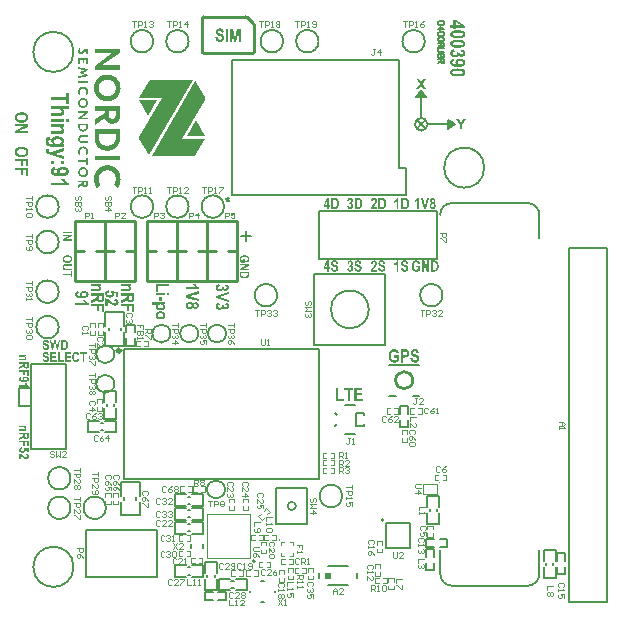
<source format=gto>
G04*
G04 #@! TF.GenerationSoftware,Altium Limited,Altium Designer,21.0.9 (235)*
G04*
G04 Layer_Color=65535*
%FSLAX24Y24*%
%MOIN*%
G70*
G04*
G04 #@! TF.SameCoordinates,7913F74A-1B9B-402C-A4C5-A7CF04877313*
G04*
G04*
G04 #@! TF.FilePolarity,Positive*
G04*
G01*
G75*
%ADD10C,0.0059*%
%ADD11C,0.0049*%
%ADD12C,0.0100*%
%ADD13C,0.0060*%
%ADD14C,0.0053*%
%ADD15C,0.0079*%
%ADD16C,0.0098*%
%ADD17C,0.0118*%
%ADD18C,0.0000*%
%ADD19C,0.0056*%
%ADD20C,0.0080*%
%ADD21C,0.0050*%
%ADD22R,0.0197X0.0197*%
G36*
X2289Y18649D02*
X2284Y18641D01*
X2282Y18636D01*
X2278Y18629D01*
X2275Y18622D01*
X2273Y18616D01*
X2270Y18608D01*
X2266Y18597D01*
X2265Y18590D01*
X2263Y18583D01*
X2263Y18577D01*
X2262Y18572D01*
X2262Y18567D01*
X2262Y18560D01*
X2262Y18556D01*
X2263Y18552D01*
X2265Y18544D01*
X2266Y18540D01*
X2268Y18536D01*
X2270Y18533D01*
X2272Y18530D01*
X2275Y18527D01*
X2277Y18525D01*
X2282Y18523D01*
X2284Y18522D01*
X2289Y18521D01*
X2292Y18521D01*
X2296Y18521D01*
X2300Y18521D01*
X2303Y18522D01*
X2305Y18523D01*
X2308Y18524D01*
X2311Y18526D01*
X2314Y18528D01*
X2318Y18531D01*
X2320Y18534D01*
X2324Y18538D01*
X2330Y18546D01*
X2335Y18552D01*
X2371Y18603D01*
X2373Y18605D01*
X2376Y18610D01*
X2379Y18614D01*
X2383Y18618D01*
X2387Y18622D01*
X2393Y18628D01*
X2397Y18632D01*
X2405Y18638D01*
X2409Y18640D01*
X2413Y18643D01*
X2419Y18645D01*
X2431Y18650D01*
X2433Y18650D01*
X2437Y18651D01*
X2443Y18652D01*
X2449Y18652D01*
X2456Y18653D01*
X2460Y18652D01*
X2465Y18652D01*
X2469Y18651D01*
X2476Y18650D01*
X2482Y18648D01*
X2487Y18647D01*
X2492Y18644D01*
X2498Y18641D01*
X2509Y18632D01*
X2510Y18630D01*
X2513Y18628D01*
X2516Y18623D01*
X2520Y18618D01*
X2523Y18611D01*
X2525Y18606D01*
X2527Y18600D01*
X2530Y18592D01*
X2531Y18584D01*
X2533Y18575D01*
X2533Y18568D01*
X2533Y18562D01*
X2533Y18555D01*
X2533Y18547D01*
X2532Y18537D01*
X2530Y18526D01*
X2528Y18517D01*
X2526Y18508D01*
X2524Y18500D01*
X2521Y18492D01*
X2517Y18481D01*
X2511Y18468D01*
X2459Y18492D01*
X2462Y18499D01*
X2464Y18502D01*
X2465Y18504D01*
X2466Y18508D01*
X2468Y18512D01*
X2470Y18517D01*
X2471Y18520D01*
X2473Y18526D01*
X2474Y18531D01*
X2475Y18535D01*
X2476Y18540D01*
X2477Y18543D01*
X2478Y18548D01*
X2478Y18551D01*
X2478Y18555D01*
X2478Y18560D01*
X2478Y18564D01*
X2478Y18569D01*
X2477Y18572D01*
X2475Y18578D01*
X2474Y18581D01*
X2473Y18583D01*
X2471Y18586D01*
X2469Y18588D01*
X2467Y18589D01*
X2464Y18590D01*
X2461Y18591D01*
X2459Y18592D01*
X2456Y18592D01*
X2453Y18592D01*
X2450Y18591D01*
X2445Y18590D01*
X2440Y18586D01*
X2436Y18583D01*
X2432Y18578D01*
X2427Y18572D01*
X2404Y18540D01*
X2381Y18508D01*
X2378Y18503D01*
X2374Y18498D01*
X2370Y18493D01*
X2366Y18490D01*
X2364Y18487D01*
X2361Y18485D01*
X2357Y18481D01*
X2352Y18477D01*
X2346Y18473D01*
X2338Y18468D01*
X2327Y18464D01*
X2324Y18463D01*
X2320Y18462D01*
X2318Y18462D01*
X2313Y18461D01*
X2309Y18460D01*
X2304Y18460D01*
X2300Y18460D01*
X2296Y18460D01*
X2292Y18460D01*
X2288Y18460D01*
X2283Y18460D01*
X2280Y18461D01*
X2275Y18462D01*
X2268Y18463D01*
X2263Y18465D01*
X2258Y18467D01*
X2252Y18470D01*
X2245Y18474D01*
X2236Y18481D01*
X2231Y18486D01*
X2229Y18489D01*
X2226Y18493D01*
X2224Y18497D01*
X2220Y18503D01*
X2218Y18508D01*
X2216Y18511D01*
X2214Y18516D01*
X2212Y18522D01*
X2210Y18529D01*
X2209Y18537D01*
X2208Y18543D01*
X2207Y18549D01*
X2207Y18557D01*
X2206Y18567D01*
X2207Y18582D01*
X2208Y18591D01*
X2209Y18601D01*
X2212Y18613D01*
X2213Y18621D01*
X2218Y18635D01*
X2221Y18643D01*
X2223Y18648D01*
X2225Y18652D01*
X2228Y18659D01*
X2231Y18665D01*
X2234Y18670D01*
X2237Y18675D01*
X2289Y18649D01*
D02*
G37*
G36*
X2527Y18148D02*
X2473Y18148D01*
Y18277D01*
X2410D01*
Y18159D01*
X2357D01*
Y18277D01*
X2267D01*
Y18146D01*
X2213D01*
X2213Y18334D01*
X2527D01*
Y18148D01*
D02*
G37*
G36*
X3598Y18511D02*
X3015Y18099D01*
X3598D01*
Y17944D01*
X2750D01*
Y18088D01*
X3331Y18500D01*
X2750D01*
X2750Y18655D01*
X3598D01*
Y18511D01*
D02*
G37*
G36*
X2527Y17967D02*
Y17925D01*
X2350Y17854D01*
X2527Y17782D01*
Y17740D01*
X2213Y17684D01*
X2213Y17742D01*
X2416Y17772D01*
X2260Y17833D01*
Y17874D01*
X2416Y17935D01*
X2213Y17966D01*
X2213Y18023D01*
X2527Y17967D01*
D02*
G37*
G36*
X2527Y17498D02*
X2213D01*
X2213Y17558D01*
X2527D01*
X2527Y17498D01*
D02*
G37*
G36*
X2378Y17382D02*
X2383Y17382D01*
X2392Y17381D01*
X2399Y17380D01*
X2406Y17379D01*
X2413Y17377D01*
X2427Y17374D01*
X2433Y17372D01*
X2439Y17369D01*
X2446Y17366D01*
X2455Y17361D01*
X2461Y17358D01*
X2468Y17353D01*
X2484Y17339D01*
X2494Y17329D01*
X2498Y17324D01*
X2501Y17320D01*
X2507Y17312D01*
X2511Y17305D01*
X2514Y17299D01*
X2517Y17293D01*
X2519Y17287D01*
X2522Y17280D01*
X2524Y17273D01*
X2526Y17268D01*
X2528Y17262D01*
X2529Y17255D01*
X2531Y17248D01*
X2532Y17238D01*
X2533Y17228D01*
X2533Y17213D01*
X2533Y17203D01*
X2533Y17194D01*
X2531Y17182D01*
X2529Y17170D01*
X2525Y17155D01*
X2521Y17142D01*
X2515Y17129D01*
X2514Y17125D01*
X2509Y17116D01*
X2505Y17110D01*
X2499Y17101D01*
X2449Y17134D01*
X2450Y17136D01*
X2454Y17142D01*
X2457Y17147D01*
X2460Y17152D01*
X2462Y17157D01*
X2464Y17163D01*
X2468Y17173D01*
X2471Y17181D01*
X2474Y17195D01*
X2475Y17207D01*
X2475Y17211D01*
X2475Y17219D01*
X2474Y17228D01*
X2473Y17234D01*
X2472Y17242D01*
X2470Y17249D01*
X2467Y17256D01*
X2464Y17264D01*
X2459Y17274D01*
X2455Y17279D01*
X2449Y17287D01*
X2440Y17296D01*
X2429Y17303D01*
X2420Y17308D01*
X2416Y17311D01*
X2410Y17313D01*
X2401Y17316D01*
X2394Y17317D01*
X2387Y17318D01*
X2381Y17319D01*
X2374Y17320D01*
X2367Y17320D01*
X2360Y17319D01*
X2352Y17318D01*
X2344Y17317D01*
X2334Y17314D01*
X2325Y17311D01*
X2317Y17307D01*
X2307Y17301D01*
X2297Y17293D01*
X2287Y17282D01*
X2281Y17273D01*
X2279Y17270D01*
X2276Y17264D01*
X2273Y17257D01*
X2271Y17252D01*
X2268Y17242D01*
X2267Y17237D01*
X2266Y17228D01*
X2265Y17221D01*
X2265Y17210D01*
X2266Y17202D01*
X2267Y17194D01*
X2270Y17179D01*
X2271Y17175D01*
X2272Y17171D01*
X2275Y17164D01*
X2278Y17157D01*
X2280Y17152D01*
X2284Y17145D01*
X2287Y17140D01*
X2291Y17134D01*
X2241Y17101D01*
X2238Y17105D01*
X2234Y17112D01*
X2227Y17123D01*
X2222Y17134D01*
X2217Y17146D01*
X2213Y17159D01*
X2212Y17163D01*
X2211Y17170D01*
X2209Y17178D01*
X2208Y17187D01*
X2207Y17198D01*
X2207Y17207D01*
X2206Y17216D01*
X2207Y17223D01*
X2207Y17230D01*
X2208Y17241D01*
X2210Y17251D01*
X2211Y17258D01*
X2214Y17268D01*
X2215Y17273D01*
X2218Y17281D01*
X2221Y17290D01*
X2225Y17298D01*
X2231Y17308D01*
X2238Y17319D01*
X2245Y17328D01*
X2250Y17334D01*
X2261Y17345D01*
X2270Y17352D01*
X2281Y17359D01*
X2286Y17362D01*
X2291Y17364D01*
X2295Y17366D01*
X2302Y17370D01*
X2312Y17373D01*
X2323Y17376D01*
X2333Y17379D01*
X2343Y17380D01*
X2350Y17381D01*
X2359Y17382D01*
X2365Y17382D01*
X2372Y17382D01*
X2378Y17382D01*
D02*
G37*
G36*
X13799Y17031D02*
X13481D01*
X13640Y17249D01*
X13799Y17031D01*
D02*
G37*
G36*
X3189Y17788D02*
X3210Y17787D01*
X3225Y17786D01*
X3247Y17783D01*
X3263Y17781D01*
X3280Y17777D01*
X3288Y17775D01*
X3306Y17771D01*
X3325Y17765D01*
X3335Y17762D01*
X3358Y17753D01*
X3370Y17748D01*
X3383Y17742D01*
X3398Y17734D01*
X3415Y17723D01*
X3439Y17708D01*
X3459Y17692D01*
X3482Y17673D01*
X3499Y17655D01*
X3514Y17639D01*
X3532Y17615D01*
X3545Y17596D01*
X3555Y17580D01*
X3563Y17565D01*
X3570Y17552D01*
X3582Y17526D01*
X3590Y17503D01*
X3597Y17481D01*
X3603Y17460D01*
X3607Y17440D01*
X3610Y17420D01*
X3613Y17401D01*
X3614Y17382D01*
X3615Y17364D01*
X3616Y17346D01*
X3615Y17322D01*
X3614Y17299D01*
X3611Y17280D01*
X3610Y17270D01*
X3607Y17250D01*
X3602Y17229D01*
X3597Y17208D01*
X3585Y17174D01*
X3580Y17162D01*
X3575Y17149D01*
X3569Y17136D01*
X3562Y17122D01*
X3553Y17108D01*
X3543Y17092D01*
X3531Y17073D01*
X3513Y17050D01*
X3494Y17030D01*
X3476Y17013D01*
X3460Y16998D01*
X3434Y16979D01*
X3409Y16963D01*
X3391Y16953D01*
X3375Y16945D01*
X3362Y16939D01*
X3350Y16934D01*
X3338Y16929D01*
X3327Y16926D01*
X3308Y16920D01*
X3298Y16917D01*
X3280Y16912D01*
X3271Y16911D01*
X3255Y16908D01*
X3238Y16905D01*
X3223Y16904D01*
X3216Y16903D01*
X3201Y16902D01*
X3187Y16902D01*
X3174Y16901D01*
X3159Y16902D01*
X3145Y16902D01*
X3131Y16903D01*
X3116Y16905D01*
X3100Y16907D01*
X3084Y16909D01*
X3075Y16911D01*
X3058Y16915D01*
X3049Y16917D01*
X3039Y16920D01*
X3030Y16923D01*
X3020Y16926D01*
X3009Y16930D01*
X2998Y16934D01*
X2986Y16939D01*
X2973Y16945D01*
X2958Y16952D01*
X2941Y16962D01*
X2929Y16969D01*
X2918Y16976D01*
X2901Y16988D01*
X2886Y16999D01*
X2870Y17014D01*
X2854Y17030D01*
X2842Y17043D01*
X2828Y17059D01*
X2816Y17075D01*
X2804Y17093D01*
X2794Y17109D01*
X2785Y17124D01*
X2778Y17138D01*
X2772Y17151D01*
X2767Y17164D01*
X2758Y17187D01*
X2754Y17199D01*
X2751Y17210D01*
X2748Y17221D01*
X2745Y17232D01*
X2743Y17242D01*
X2739Y17263D01*
X2737Y17273D01*
X2735Y17292D01*
X2734Y17302D01*
X2733Y17321D01*
X2732Y17339D01*
X2732Y17346D01*
X2733Y17364D01*
X2733Y17373D01*
X2734Y17391D01*
X2736Y17410D01*
X2738Y17419D01*
X2739Y17428D01*
X2741Y17438D01*
X2743Y17448D01*
X2745Y17458D01*
X2747Y17468D01*
X2750Y17478D01*
X2757Y17500D01*
X2761Y17511D01*
X2765Y17523D01*
X2770Y17535D01*
X2776Y17547D01*
X2782Y17561D01*
X2790Y17575D01*
X2799Y17590D01*
X2810Y17607D01*
X2826Y17628D01*
X2837Y17643D01*
X2856Y17662D01*
X2870Y17676D01*
X2883Y17687D01*
X2895Y17697D01*
X2909Y17708D01*
X2920Y17715D01*
X2941Y17728D01*
X2971Y17745D01*
X2985Y17751D01*
X2997Y17756D01*
X3018Y17764D01*
X3038Y17770D01*
X3056Y17775D01*
X3073Y17778D01*
X3098Y17783D01*
X3121Y17786D01*
X3136Y17787D01*
X3157Y17788D01*
X3174Y17788D01*
X3189Y17788D01*
D02*
G37*
G36*
X2375Y17005D02*
X2386Y17004D01*
X2400Y17002D01*
X2412Y17000D01*
X2422Y16997D01*
X2430Y16995D01*
X2442Y16990D01*
X2453Y16984D01*
X2459Y16981D01*
X2468Y16975D01*
X2476Y16969D01*
X2487Y16958D01*
X2494Y16952D01*
X2499Y16946D01*
X2503Y16940D01*
X2507Y16934D01*
X2511Y16928D01*
X2514Y16922D01*
X2521Y16908D01*
X2524Y16899D01*
X2528Y16887D01*
X2529Y16879D01*
X2531Y16872D01*
X2532Y16861D01*
X2533Y16854D01*
X2533Y16844D01*
Y16837D01*
X2533Y16830D01*
X2532Y16820D01*
X2531Y16813D01*
X2530Y16805D01*
X2528Y16798D01*
X2526Y16790D01*
X2524Y16782D01*
X2518Y16768D01*
X2513Y16758D01*
X2510Y16753D01*
X2507Y16747D01*
X2502Y16740D01*
X2495Y16731D01*
X2491Y16727D01*
X2486Y16721D01*
X2475Y16712D01*
X2469Y16707D01*
X2463Y16703D01*
X2457Y16699D01*
X2450Y16695D01*
X2440Y16690D01*
X2431Y16687D01*
X2423Y16684D01*
X2416Y16682D01*
X2409Y16681D01*
X2403Y16679D01*
X2391Y16678D01*
X2380Y16677D01*
X2367Y16676D01*
X2349Y16678D01*
X2333Y16680D01*
X2327Y16681D01*
X2317Y16684D01*
X2309Y16687D01*
X2300Y16690D01*
X2290Y16695D01*
X2284Y16699D01*
X2275Y16704D01*
X2268Y16709D01*
X2261Y16715D01*
X2254Y16721D01*
X2247Y16729D01*
X2237Y16741D01*
X2233Y16747D01*
X2229Y16753D01*
X2223Y16764D01*
X2219Y16773D01*
X2216Y16782D01*
X2213Y16791D01*
X2211Y16799D01*
X2209Y16810D01*
X2208Y16817D01*
X2207Y16828D01*
X2207Y16835D01*
X2207Y16851D01*
X2207Y16858D01*
X2208Y16865D01*
X2210Y16875D01*
X2212Y16886D01*
X2214Y16894D01*
X2219Y16907D01*
X2223Y16916D01*
X2228Y16926D01*
X2231Y16932D01*
X2236Y16938D01*
X2241Y16946D01*
X2247Y16953D01*
X2253Y16959D01*
X2259Y16965D01*
X2268Y16972D01*
X2275Y16977D01*
X2283Y16982D01*
X2295Y16988D01*
X2304Y16992D01*
X2312Y16995D01*
X2319Y16998D01*
X2329Y17000D01*
X2339Y17002D01*
X2347Y17003D01*
X2369Y17005D01*
X2375Y17005D01*
D02*
G37*
G36*
X4544Y16409D02*
X4245Y16925D01*
X4842Y16926D01*
X4544Y16409D01*
D02*
G37*
G36*
X2527Y16503D02*
X2311Y16350D01*
X2527D01*
Y16293D01*
X2213D01*
Y16346D01*
X2428Y16499D01*
X2213Y16499D01*
Y16556D01*
X2527D01*
Y16503D01*
D02*
G37*
G36*
X3598Y16422D02*
X3597Y16409D01*
X3597Y16394D01*
X3595Y16381D01*
X3593Y16362D01*
X3590Y16349D01*
X3587Y16334D01*
X3584Y16324D01*
X3579Y16308D01*
X3572Y16290D01*
X3565Y16276D01*
X3558Y16264D01*
X3553Y16255D01*
X3546Y16245D01*
X3537Y16234D01*
X3531Y16227D01*
X3521Y16217D01*
X3511Y16207D01*
X3501Y16199D01*
X3485Y16188D01*
X3470Y16179D01*
X3458Y16173D01*
X3448Y16168D01*
X3439Y16165D01*
X3431Y16162D01*
X3422Y16159D01*
X3411Y16156D01*
X3400Y16154D01*
X3389Y16152D01*
X3382Y16151D01*
X3368Y16149D01*
X3358Y16149D01*
X3348Y16148D01*
X3337Y16148D01*
X3327Y16148D01*
X3310Y16150D01*
X3296Y16151D01*
X3282Y16154D01*
X3271Y16157D01*
X3263Y16159D01*
X3254Y16161D01*
X3246Y16164D01*
X3232Y16170D01*
X3221Y16175D01*
X3209Y16181D01*
X3201Y16186D01*
X3191Y16193D01*
X3179Y16202D01*
X3168Y16211D01*
X3161Y16217D01*
X3151Y16229D01*
X3141Y16242D01*
X3133Y16252D01*
X3125Y16265D01*
X3121Y16273D01*
X3115Y16285D01*
X3111Y16296D01*
X3106Y16309D01*
X3102Y16319D01*
X3100Y16328D01*
X3097Y16338D01*
X3095Y16347D01*
X2750Y16096D01*
Y16291D01*
X3088Y16521D01*
Y16579D01*
X2750D01*
X2750Y16734D01*
X3598D01*
Y16422D01*
D02*
G37*
G36*
X14759Y16130D02*
X14541Y15971D01*
Y16289D01*
X14759Y16130D01*
D02*
G37*
G36*
X2528Y16051D02*
X2527Y16041D01*
X2527Y16033D01*
X2526Y16022D01*
X2525Y16015D01*
X2523Y16008D01*
X2522Y16000D01*
X2519Y15993D01*
X2517Y15986D01*
X2515Y15981D01*
X2510Y15970D01*
X2506Y15962D01*
X2503Y15956D01*
X2497Y15947D01*
X2492Y15940D01*
X2488Y15936D01*
X2481Y15929D01*
X2470Y15918D01*
X2460Y15912D01*
X2447Y15905D01*
X2441Y15902D01*
X2432Y15898D01*
X2425Y15896D01*
X2418Y15894D01*
X2410Y15892D01*
X2403Y15890D01*
X2392Y15889D01*
X2384Y15888D01*
X2373Y15888D01*
X2365Y15888D01*
X2356Y15888D01*
X2348Y15889D01*
X2339Y15890D01*
X2333Y15891D01*
X2320Y15895D01*
X2308Y15899D01*
X2299Y15902D01*
X2293Y15906D01*
X2284Y15910D01*
X2279Y15914D01*
X2264Y15926D01*
X2252Y15938D01*
X2241Y15952D01*
X2232Y15969D01*
X2227Y15981D01*
X2222Y15995D01*
X2219Y16006D01*
X2217Y16016D01*
X2216Y16022D01*
X2215Y16035D01*
X2214Y16051D01*
Y16151D01*
X2528D01*
Y16051D01*
D02*
G37*
G36*
X6430Y15739D02*
X5834D01*
X6134Y16256D01*
X6430Y15739D01*
D02*
G37*
G36*
X2528Y15708D02*
X2341D01*
X2340Y15708D01*
X2328Y15707D01*
X2319Y15705D01*
X2311Y15703D01*
X2303Y15700D01*
X2296Y15696D01*
X2291Y15692D01*
X2285Y15687D01*
X2277Y15677D01*
X2274Y15670D01*
X2270Y15662D01*
X2268Y15653D01*
X2267Y15647D01*
X2267Y15641D01*
X2267Y15632D01*
X2268Y15626D01*
X2270Y15618D01*
X2272Y15611D01*
X2276Y15603D01*
X2279Y15598D01*
X2288Y15588D01*
X2295Y15583D01*
X2302Y15579D01*
X2311Y15575D01*
X2318Y15573D01*
X2326Y15571D01*
X2335Y15570D01*
X2341Y15570D01*
X2528D01*
Y15510D01*
X2338D01*
X2330Y15510D01*
X2322Y15510D01*
X2314Y15511D01*
X2304Y15513D01*
X2294Y15515D01*
X2287Y15517D01*
X2278Y15521D01*
X2269Y15525D01*
X2260Y15530D01*
X2253Y15535D01*
X2245Y15541D01*
X2233Y15554D01*
X2229Y15560D01*
X2225Y15567D01*
X2221Y15574D01*
X2219Y15578D01*
X2216Y15587D01*
X2213Y15597D01*
X2211Y15604D01*
X2210Y15613D01*
X2209Y15621D01*
X2208Y15630D01*
X2208Y15638D01*
X2208Y15650D01*
X2209Y15658D01*
X2210Y15667D01*
X2211Y15675D01*
X2213Y15682D01*
X2216Y15690D01*
X2219Y15699D01*
X2224Y15708D01*
X2228Y15716D01*
X2237Y15728D01*
X2251Y15741D01*
X2261Y15748D01*
X2266Y15752D01*
X2273Y15755D01*
X2281Y15758D01*
X2290Y15762D01*
X2298Y15764D01*
X2311Y15766D01*
X2320Y15767D01*
X2329Y15768D01*
X2338Y15768D01*
X2528D01*
Y15708D01*
D02*
G37*
G36*
X3597Y15679D02*
X3597Y15661D01*
X3596Y15643D01*
X3594Y15625D01*
X3591Y15608D01*
X3587Y15584D01*
X3583Y15565D01*
X3580Y15553D01*
X3579Y15547D01*
X3575Y15535D01*
X3571Y15524D01*
X3567Y15511D01*
X3562Y15498D01*
X3557Y15486D01*
X3547Y15466D01*
X3540Y15452D01*
X3536Y15445D01*
X3531Y15437D01*
X3521Y15422D01*
X3515Y15413D01*
X3508Y15404D01*
X3500Y15393D01*
X3489Y15381D01*
X3473Y15363D01*
X3458Y15349D01*
X3445Y15339D01*
X3429Y15327D01*
X3414Y15317D01*
X3401Y15309D01*
X3380Y15297D01*
X3363Y15289D01*
X3347Y15282D01*
X3333Y15277D01*
X3313Y15271D01*
X3301Y15267D01*
X3284Y15263D01*
X3267Y15260D01*
X3251Y15257D01*
X3235Y15255D01*
X3225Y15254D01*
X3209Y15252D01*
X3198Y15252D01*
X3184Y15251D01*
X3168Y15251D01*
X3154Y15252D01*
X3140Y15252D01*
X3129Y15253D01*
X3113Y15255D01*
X3098Y15257D01*
X3082Y15259D01*
X3065Y15263D01*
X3060Y15264D01*
X3048Y15267D01*
X3036Y15270D01*
X3017Y15276D01*
X3003Y15281D01*
X2988Y15288D01*
X2972Y15295D01*
X2963Y15300D01*
X2940Y15313D01*
X2925Y15323D01*
X2909Y15334D01*
X2894Y15347D01*
X2878Y15360D01*
X2861Y15378D01*
X2853Y15388D01*
X2836Y15409D01*
X2824Y15426D01*
X2814Y15442D01*
X2806Y15457D01*
X2798Y15471D01*
X2792Y15484D01*
X2787Y15497D01*
X2782Y15509D01*
X2777Y15522D01*
X2771Y15541D01*
X2766Y15559D01*
X2762Y15577D01*
X2760Y15590D01*
X2757Y15602D01*
X2752Y15644D01*
X2751Y15673D01*
X2750Y15692D01*
Y15963D01*
X3598D01*
X3597Y15679D01*
D02*
G37*
G36*
X2379Y15391D02*
X2384Y15390D01*
X2393Y15390D01*
X2400Y15389D01*
X2407Y15387D01*
X2414Y15386D01*
X2428Y15382D01*
X2434Y15380D01*
X2440Y15377D01*
X2447Y15374D01*
X2456Y15370D01*
X2462Y15366D01*
X2469Y15361D01*
X2485Y15348D01*
X2495Y15338D01*
X2499Y15332D01*
X2502Y15328D01*
X2508Y15320D01*
X2512Y15314D01*
X2515Y15307D01*
X2518Y15301D01*
X2520Y15296D01*
X2523Y15289D01*
X2525Y15282D01*
X2527Y15277D01*
X2529Y15270D01*
X2530Y15264D01*
X2532Y15256D01*
X2533Y15246D01*
X2534Y15236D01*
X2534Y15221D01*
X2534Y15211D01*
X2534Y15203D01*
X2532Y15191D01*
X2530Y15178D01*
X2526Y15163D01*
X2522Y15150D01*
X2516Y15137D01*
X2515Y15134D01*
X2510Y15125D01*
X2506Y15119D01*
X2500Y15109D01*
X2450Y15143D01*
X2451Y15145D01*
X2455Y15150D01*
X2458Y15155D01*
X2461Y15161D01*
X2463Y15165D01*
X2465Y15171D01*
X2469Y15181D01*
X2472Y15189D01*
X2475Y15203D01*
X2476Y15215D01*
X2476Y15219D01*
X2476Y15227D01*
X2475Y15236D01*
X2474Y15243D01*
X2473Y15250D01*
X2471Y15257D01*
X2468Y15265D01*
X2465Y15273D01*
X2460Y15282D01*
X2456Y15288D01*
X2450Y15295D01*
X2441Y15304D01*
X2430Y15312D01*
X2421Y15317D01*
X2417Y15319D01*
X2411Y15321D01*
X2402Y15324D01*
X2395Y15326D01*
X2388Y15327D01*
X2382Y15328D01*
X2375Y15328D01*
X2368Y15328D01*
X2361Y15328D01*
X2353Y15327D01*
X2345Y15325D01*
X2335Y15323D01*
X2326Y15319D01*
X2318Y15316D01*
X2308Y15310D01*
X2298Y15301D01*
X2288Y15290D01*
X2282Y15281D01*
X2280Y15279D01*
X2277Y15272D01*
X2274Y15266D01*
X2272Y15260D01*
X2269Y15251D01*
X2268Y15245D01*
X2267Y15237D01*
X2266Y15230D01*
X2266Y15219D01*
X2267Y15211D01*
X2268Y15202D01*
X2271Y15188D01*
X2272Y15183D01*
X2273Y15180D01*
X2276Y15172D01*
X2279Y15166D01*
X2281Y15161D01*
X2285Y15153D01*
X2288Y15148D01*
X2292Y15143D01*
X2242Y15109D01*
X2239Y15114D01*
X2235Y15120D01*
X2228Y15132D01*
X2223Y15142D01*
X2218Y15154D01*
X2214Y15168D01*
X2213Y15172D01*
X2212Y15178D01*
X2210Y15186D01*
X2209Y15195D01*
X2208Y15207D01*
X2208Y15215D01*
X2207Y15224D01*
X2208Y15231D01*
X2208Y15239D01*
X2209Y15249D01*
X2211Y15259D01*
X2212Y15266D01*
X2215Y15277D01*
X2216Y15282D01*
X2219Y15290D01*
X2222Y15298D01*
X2226Y15307D01*
X2232Y15316D01*
X2239Y15327D01*
X2246Y15336D01*
X2251Y15342D01*
X2262Y15353D01*
X2271Y15360D01*
X2282Y15367D01*
X2287Y15370D01*
X2292Y15373D01*
X2296Y15375D01*
X2303Y15378D01*
X2313Y15382D01*
X2324Y15385D01*
X2334Y15387D01*
X2344Y15389D01*
X2351Y15390D01*
X2360Y15390D01*
X2366Y15391D01*
X2373Y15391D01*
X2379Y15391D01*
D02*
G37*
G36*
X4626Y17597D02*
X6018Y17597D01*
X4572Y15091D01*
X4245Y15645D01*
X4242Y15651D01*
X4240Y15655D01*
X4238Y15659D01*
X4236Y15664D01*
X4235Y15669D01*
X4234Y15673D01*
X4233Y15675D01*
X4233Y15679D01*
X4234Y15684D01*
X4234Y15687D01*
X4236Y15691D01*
X4238Y15696D01*
X4239Y15700D01*
X4241Y15703D01*
X4996Y17015D01*
X4242Y17014D01*
X4560Y17558D01*
X4567Y17569D01*
X4574Y17576D01*
X4581Y17582D01*
X4589Y17588D01*
X4600Y17592D01*
X4609Y17595D01*
X4619Y17597D01*
X4626Y17597D01*
D02*
G37*
G36*
X6108Y17565D02*
X6116Y17558D01*
X6123Y17551D01*
X6128Y17545D01*
X6136Y17535D01*
X6142Y17524D01*
X6417Y17051D01*
X6422Y17043D01*
X6425Y17035D01*
X6428Y17029D01*
X6432Y17018D01*
X6434Y17011D01*
X6435Y17002D01*
X6436Y16997D01*
X6436Y16990D01*
X6436Y16982D01*
X6436Y16974D01*
X6434Y16966D01*
X6431Y16955D01*
X6429Y16948D01*
X6424Y16937D01*
X6418Y16926D01*
X5680Y15650D01*
X6433D01*
X6429Y15640D01*
X6425Y15629D01*
X6421Y15623D01*
X6141Y15139D01*
X6136Y15131D01*
X6128Y15119D01*
X6119Y15110D01*
X6101Y15094D01*
X6087Y15085D01*
X6069Y15077D01*
X6055Y15072D01*
X6042Y15069D01*
X6031Y15068D01*
X6019Y15067D01*
X4661D01*
X6105Y17568D01*
X6108Y17565D01*
D02*
G37*
G36*
X3598Y14931D02*
X2750D01*
Y15087D01*
X3598Y15087D01*
Y14931D01*
D02*
G37*
G36*
X2528Y15016D02*
Y14788D01*
X2474D01*
Y14873D01*
X2214D01*
Y14930D01*
X2474D01*
Y15016D01*
X2528Y15016D01*
D02*
G37*
G36*
X2377Y14699D02*
X2387Y14699D01*
X2401Y14697D01*
X2413Y14695D01*
X2424Y14692D01*
X2431Y14690D01*
X2444Y14684D01*
X2454Y14679D01*
X2460Y14675D01*
X2469Y14670D01*
X2477Y14664D01*
X2489Y14653D01*
X2495Y14647D01*
X2500Y14641D01*
X2504Y14635D01*
X2508Y14628D01*
X2512Y14622D01*
X2515Y14617D01*
X2522Y14602D01*
X2525Y14594D01*
X2529Y14582D01*
X2531Y14574D01*
X2532Y14567D01*
X2533Y14556D01*
X2534Y14549D01*
X2535Y14539D01*
X2535Y14532D01*
X2534Y14525D01*
X2533Y14515D01*
X2532Y14508D01*
X2531Y14500D01*
X2530Y14492D01*
X2527Y14485D01*
X2525Y14476D01*
X2519Y14463D01*
X2515Y14453D01*
X2511Y14447D01*
X2508Y14442D01*
X2503Y14435D01*
X2496Y14426D01*
X2492Y14421D01*
X2487Y14416D01*
X2476Y14407D01*
X2471Y14402D01*
X2465Y14398D01*
X2458Y14394D01*
X2451Y14390D01*
X2441Y14385D01*
X2432Y14382D01*
X2424Y14379D01*
X2417Y14377D01*
X2410Y14375D01*
X2404Y14374D01*
X2392Y14372D01*
X2381Y14371D01*
X2368Y14371D01*
X2350Y14372D01*
X2335Y14375D01*
X2328Y14376D01*
X2318Y14379D01*
X2310Y14382D01*
X2301Y14385D01*
X2291Y14390D01*
X2285Y14394D01*
X2276Y14399D01*
X2270Y14404D01*
X2262Y14409D01*
X2255Y14416D01*
X2248Y14424D01*
X2239Y14435D01*
X2234Y14442D01*
X2230Y14448D01*
X2225Y14459D01*
X2220Y14468D01*
X2217Y14477D01*
X2214Y14485D01*
X2212Y14493D01*
X2210Y14505D01*
X2209Y14512D01*
X2208Y14523D01*
X2208Y14530D01*
X2208Y14546D01*
X2208Y14552D01*
X2209Y14559D01*
X2211Y14570D01*
X2213Y14581D01*
X2215Y14589D01*
X2220Y14601D01*
X2224Y14610D01*
X2229Y14621D01*
X2232Y14626D01*
X2237Y14633D01*
X2242Y14641D01*
X2248Y14648D01*
X2255Y14654D01*
X2261Y14660D01*
X2269Y14667D01*
X2277Y14672D01*
X2284Y14677D01*
X2296Y14683D01*
X2305Y14687D01*
X2313Y14690D01*
X2321Y14693D01*
X2331Y14695D01*
X2340Y14697D01*
X2349Y14698D01*
X2370Y14699D01*
X2377Y14699D01*
D02*
G37*
G36*
X2528Y14138D02*
X2527Y14127D01*
X2527Y14121D01*
X2525Y14113D01*
X2522Y14100D01*
X2518Y14090D01*
X2514Y14081D01*
X2507Y14071D01*
X2503Y14066D01*
X2493Y14056D01*
X2486Y14052D01*
X2478Y14047D01*
X2473Y14045D01*
X2466Y14042D01*
X2453Y14039D01*
X2447Y14038D01*
X2437Y14037D01*
X2430Y14037D01*
X2424Y14037D01*
X2417Y14038D01*
X2411Y14039D01*
X2404Y14041D01*
X2394Y14044D01*
X2388Y14047D01*
X2381Y14051D01*
X2371Y14059D01*
X2362Y14067D01*
X2357Y14074D01*
X2352Y14082D01*
X2346Y14094D01*
X2343Y14104D01*
X2342Y14111D01*
X2214Y14018D01*
Y14090D01*
X2339Y14175D01*
Y14197D01*
X2390D01*
Y14197D01*
X2339D01*
Y14197D01*
X2214Y14197D01*
Y14254D01*
X2528D01*
X2528Y14138D01*
D02*
G37*
G36*
X3192Y14763D02*
X3206Y14763D01*
X3221Y14762D01*
X3239Y14760D01*
X3251Y14758D01*
X3271Y14755D01*
X3284Y14752D01*
X3305Y14747D01*
X3327Y14740D01*
X3335Y14738D01*
X3352Y14731D01*
X3361Y14728D01*
X3371Y14724D01*
X3381Y14719D01*
X3392Y14713D01*
X3404Y14706D01*
X3419Y14697D01*
X3440Y14683D01*
X3464Y14665D01*
X3483Y14647D01*
X3499Y14630D01*
X3509Y14620D01*
X3520Y14606D01*
X3529Y14595D01*
X3536Y14584D01*
X3543Y14574D01*
X3549Y14564D01*
X3559Y14547D01*
X3563Y14539D01*
X3571Y14522D01*
X3578Y14507D01*
X3584Y14492D01*
X3589Y14477D01*
X3594Y14463D01*
X3598Y14449D01*
X3603Y14428D01*
X3607Y14407D01*
X3610Y14387D01*
X3613Y14367D01*
X3614Y14346D01*
X3615Y14332D01*
X3616Y14312D01*
X3616Y14297D01*
X3615Y14275D01*
X3614Y14255D01*
X3611Y14234D01*
X3609Y14217D01*
X3606Y14197D01*
X3600Y14173D01*
X3594Y14149D01*
X3585Y14121D01*
X3576Y14100D01*
X3567Y14079D01*
X3562Y14070D01*
X3555Y14056D01*
X3546Y14041D01*
X3539Y14028D01*
X3530Y14015D01*
X3523Y14004D01*
X3387Y14093D01*
X3389Y14096D01*
X3400Y14114D01*
X3409Y14127D01*
X3417Y14143D01*
X3426Y14161D01*
X3433Y14178D01*
X3438Y14192D01*
X3444Y14211D01*
X3448Y14226D01*
X3451Y14239D01*
X3453Y14253D01*
X3455Y14268D01*
X3456Y14284D01*
X3457Y14295D01*
X3457Y14304D01*
X3457Y14312D01*
X3457Y14327D01*
X3456Y14336D01*
X3455Y14346D01*
X3453Y14360D01*
X3452Y14369D01*
X3450Y14379D01*
X3446Y14394D01*
X3442Y14409D01*
X3438Y14419D01*
X3434Y14430D01*
X3427Y14446D01*
X3421Y14458D01*
X3413Y14471D01*
X3403Y14486D01*
X3396Y14495D01*
X3385Y14507D01*
X3377Y14516D01*
X3364Y14528D01*
X3348Y14541D01*
X3335Y14550D01*
X3318Y14560D01*
X3304Y14567D01*
X3292Y14572D01*
X3277Y14578D01*
X3267Y14581D01*
X3253Y14585D01*
X3241Y14588D01*
X3224Y14591D01*
X3208Y14593D01*
X3192Y14594D01*
X3170Y14594D01*
X3148Y14593D01*
X3128Y14591D01*
X3108Y14588D01*
X3091Y14584D01*
X3073Y14579D01*
X3057Y14573D01*
X3039Y14565D01*
X3024Y14557D01*
X3004Y14544D01*
X2984Y14528D01*
X2971Y14517D01*
X2961Y14505D01*
X2950Y14492D01*
X2943Y14483D01*
X2938Y14476D01*
X2933Y14468D01*
X2926Y14455D01*
X2920Y14443D01*
X2913Y14427D01*
X2907Y14411D01*
X2902Y14395D01*
X2899Y14381D01*
X2895Y14361D01*
X2892Y14338D01*
X2891Y14313D01*
X2891Y14299D01*
X2892Y14276D01*
X2894Y14256D01*
X2897Y14240D01*
X2901Y14223D01*
X2906Y14205D01*
X2909Y14196D01*
X2914Y14181D01*
X2919Y14169D01*
X2931Y14144D01*
X2943Y14121D01*
X2953Y14105D01*
X2961Y14093D01*
X2825Y14004D01*
X2808Y14030D01*
X2795Y14052D01*
X2785Y14072D01*
X2774Y14095D01*
X2765Y14117D01*
X2757Y14140D01*
X2751Y14159D01*
X2748Y14170D01*
X2744Y14188D01*
X2741Y14206D01*
X2738Y14222D01*
X2736Y14239D01*
X2735Y14250D01*
X2734Y14265D01*
X2733Y14279D01*
X2732Y14302D01*
X2732Y14320D01*
X2733Y14339D01*
X2734Y14353D01*
X2735Y14367D01*
X2737Y14380D01*
X2739Y14394D01*
X2742Y14410D01*
X2744Y14424D01*
X2748Y14441D01*
X2752Y14455D01*
X2756Y14469D01*
X2761Y14483D01*
X2766Y14498D01*
X2773Y14513D01*
X2776Y14521D01*
X2783Y14536D01*
X2788Y14544D01*
X2803Y14571D01*
X2809Y14581D01*
X2817Y14591D01*
X2835Y14616D01*
X2850Y14632D01*
X2870Y14653D01*
X2885Y14666D01*
X2903Y14680D01*
X2918Y14690D01*
X2934Y14701D01*
X2949Y14709D01*
X2961Y14715D01*
X2982Y14726D01*
X3001Y14733D01*
X3017Y14739D01*
X3033Y14744D01*
X3047Y14748D01*
X3068Y14753D01*
X3088Y14757D01*
X3107Y14760D01*
X3125Y14762D01*
X3138Y14763D01*
X3156Y14763D01*
X3174Y14764D01*
X3192Y14763D01*
D02*
G37*
G36*
X1128Y8947D02*
X1131Y8947D01*
X1135Y8947D01*
X1140Y8946D01*
X1145Y8946D01*
X1150Y8945D01*
X1156Y8943D01*
X1162Y8941D01*
X1168Y8939D01*
X1175Y8937D01*
X1181Y8934D01*
X1187Y8930D01*
X1192Y8926D01*
X1198Y8922D01*
X1198Y8921D01*
X1199Y8920D01*
X1200Y8919D01*
X1202Y8917D01*
X1204Y8914D01*
X1206Y8911D01*
X1208Y8907D01*
X1211Y8903D01*
X1214Y8898D01*
X1216Y8892D01*
X1219Y8886D01*
X1221Y8879D01*
X1223Y8872D01*
X1224Y8865D01*
X1226Y8856D01*
X1226Y8848D01*
X1171Y8845D01*
Y8845D01*
X1171Y8846D01*
X1171Y8847D01*
X1171Y8849D01*
X1170Y8851D01*
X1170Y8854D01*
X1169Y8856D01*
X1168Y8859D01*
X1166Y8866D01*
X1163Y8872D01*
X1162Y8875D01*
X1160Y8877D01*
X1158Y8880D01*
X1156Y8882D01*
X1156Y8882D01*
X1155Y8882D01*
X1155Y8883D01*
X1154Y8884D01*
X1152Y8884D01*
X1151Y8885D01*
X1149Y8886D01*
X1147Y8887D01*
X1145Y8888D01*
X1142Y8889D01*
X1139Y8890D01*
X1136Y8891D01*
X1133Y8892D01*
X1129Y8892D01*
X1126Y8893D01*
X1119D01*
X1118Y8892D01*
X1116D01*
X1114Y8892D01*
X1109Y8891D01*
X1104Y8890D01*
X1098Y8889D01*
X1093Y8887D01*
X1088Y8883D01*
X1087D01*
X1087Y8883D01*
X1086Y8882D01*
X1084Y8880D01*
X1082Y8877D01*
X1080Y8874D01*
X1078Y8870D01*
X1076Y8865D01*
X1076Y8863D01*
X1076Y8860D01*
Y8860D01*
Y8860D01*
Y8859D01*
X1076Y8858D01*
X1076Y8856D01*
X1077Y8853D01*
X1078Y8849D01*
X1080Y8845D01*
X1083Y8841D01*
X1085Y8839D01*
X1086Y8838D01*
X1087D01*
X1087Y8837D01*
X1088Y8837D01*
X1089Y8836D01*
X1090Y8835D01*
X1092Y8834D01*
X1094Y8833D01*
X1097Y8832D01*
X1100Y8830D01*
X1104Y8829D01*
X1107Y8827D01*
X1112Y8825D01*
X1117Y8824D01*
X1123Y8822D01*
X1129Y8820D01*
X1136Y8817D01*
X1137Y8817D01*
X1138Y8817D01*
X1140Y8816D01*
X1143Y8815D01*
X1147Y8814D01*
X1150Y8813D01*
X1155Y8812D01*
X1159Y8810D01*
X1169Y8806D01*
X1179Y8802D01*
X1184Y8800D01*
X1188Y8797D01*
X1192Y8795D01*
X1196Y8792D01*
X1196Y8792D01*
X1197Y8792D01*
X1198Y8791D01*
X1199Y8790D01*
X1200Y8789D01*
X1202Y8787D01*
X1204Y8785D01*
X1206Y8783D01*
X1208Y8781D01*
X1211Y8778D01*
X1215Y8772D01*
X1220Y8766D01*
X1224Y8758D01*
Y8758D01*
X1224Y8757D01*
X1225Y8756D01*
X1225Y8754D01*
X1226Y8753D01*
X1227Y8750D01*
X1228Y8747D01*
X1229Y8744D01*
X1230Y8741D01*
X1230Y8737D01*
X1231Y8733D01*
X1232Y8728D01*
X1233Y8724D01*
X1233Y8719D01*
X1234Y8708D01*
Y8707D01*
Y8706D01*
X1233Y8704D01*
X1233Y8701D01*
X1233Y8697D01*
X1232Y8693D01*
X1231Y8688D01*
X1230Y8683D01*
X1229Y8677D01*
X1227Y8671D01*
X1225Y8665D01*
X1222Y8659D01*
X1219Y8653D01*
X1216Y8647D01*
X1212Y8641D01*
X1207Y8635D01*
X1207Y8635D01*
X1206Y8634D01*
X1204Y8633D01*
X1202Y8631D01*
X1199Y8629D01*
X1196Y8626D01*
X1192Y8624D01*
X1187Y8621D01*
X1181Y8618D01*
X1175Y8616D01*
X1168Y8613D01*
X1161Y8611D01*
X1153Y8609D01*
X1144Y8608D01*
X1135Y8607D01*
X1124Y8606D01*
X1122D01*
X1120Y8607D01*
X1118Y8607D01*
X1115Y8607D01*
X1112Y8608D01*
X1109Y8608D01*
X1105Y8609D01*
X1101Y8610D01*
X1097Y8611D01*
X1092Y8612D01*
X1088Y8614D01*
X1083Y8616D01*
X1078Y8618D01*
X1073Y8621D01*
X1068Y8623D01*
X1063Y8627D01*
X1058Y8630D01*
X1054Y8634D01*
X1049Y8638D01*
X1044Y8643D01*
X1040Y8648D01*
X1036Y8654D01*
X1032Y8660D01*
X1028Y8667D01*
X1025Y8674D01*
X1022Y8682D01*
X1019Y8691D01*
X1017Y8700D01*
X1015Y8709D01*
X1014Y8720D01*
X1067Y8726D01*
Y8726D01*
Y8725D01*
X1067Y8724D01*
X1068Y8723D01*
X1068Y8722D01*
X1068Y8720D01*
X1069Y8716D01*
X1071Y8711D01*
X1073Y8706D01*
X1075Y8700D01*
X1078Y8694D01*
X1081Y8688D01*
X1086Y8683D01*
X1090Y8677D01*
X1096Y8673D01*
X1102Y8669D01*
X1106Y8667D01*
X1109Y8665D01*
X1113Y8664D01*
X1117Y8663D01*
X1121Y8663D01*
X1126Y8663D01*
X1128D01*
X1130Y8663D01*
X1132Y8663D01*
X1135Y8663D01*
X1137Y8664D01*
X1140Y8664D01*
X1146Y8666D01*
X1153Y8668D01*
X1156Y8670D01*
X1159Y8671D01*
X1162Y8673D01*
X1165Y8675D01*
X1165Y8676D01*
X1166Y8676D01*
X1166Y8677D01*
X1167Y8678D01*
X1168Y8679D01*
X1169Y8681D01*
X1171Y8682D01*
X1172Y8684D01*
X1175Y8689D01*
X1177Y8694D01*
X1178Y8698D01*
X1178Y8701D01*
X1179Y8704D01*
X1179Y8708D01*
Y8708D01*
Y8708D01*
Y8710D01*
X1179Y8712D01*
X1178Y8714D01*
X1178Y8717D01*
X1177Y8720D01*
X1176Y8724D01*
X1174Y8727D01*
X1174Y8727D01*
X1173Y8728D01*
X1172Y8729D01*
X1170Y8731D01*
X1168Y8733D01*
X1166Y8735D01*
X1163Y8738D01*
X1159Y8740D01*
X1158Y8740D01*
X1158Y8740D01*
X1157Y8741D01*
X1156Y8741D01*
X1154Y8742D01*
X1152Y8743D01*
X1149Y8744D01*
X1146Y8745D01*
X1143Y8746D01*
X1139Y8747D01*
X1134Y8749D01*
X1129Y8751D01*
X1123Y8753D01*
X1117Y8754D01*
X1110Y8757D01*
X1109Y8757D01*
X1108Y8757D01*
X1107Y8758D01*
X1104Y8759D01*
X1101Y8760D01*
X1098Y8761D01*
X1094Y8762D01*
X1090Y8764D01*
X1082Y8767D01*
X1074Y8771D01*
X1069Y8773D01*
X1066Y8775D01*
X1062Y8777D01*
X1059Y8779D01*
X1058Y8780D01*
X1058Y8780D01*
X1057Y8781D01*
X1056Y8782D01*
X1055Y8783D01*
X1053Y8784D01*
X1051Y8786D01*
X1049Y8788D01*
X1045Y8793D01*
X1041Y8798D01*
X1037Y8805D01*
X1033Y8812D01*
Y8812D01*
X1033Y8813D01*
X1032Y8814D01*
X1032Y8815D01*
X1031Y8817D01*
X1030Y8819D01*
X1029Y8822D01*
X1028Y8825D01*
X1027Y8828D01*
X1026Y8831D01*
X1025Y8839D01*
X1024Y8847D01*
X1024Y8855D01*
Y8856D01*
Y8856D01*
Y8858D01*
X1024Y8860D01*
X1024Y8862D01*
X1024Y8865D01*
X1025Y8868D01*
X1025Y8872D01*
X1026Y8875D01*
X1026Y8879D01*
X1029Y8887D01*
X1030Y8891D01*
X1032Y8896D01*
X1034Y8900D01*
X1036Y8904D01*
X1036Y8904D01*
X1036Y8905D01*
X1037Y8906D01*
X1038Y8907D01*
X1039Y8909D01*
X1041Y8911D01*
X1043Y8914D01*
X1045Y8916D01*
X1047Y8919D01*
X1049Y8921D01*
X1055Y8927D01*
X1062Y8932D01*
X1066Y8934D01*
X1069Y8937D01*
X1070Y8937D01*
X1070Y8937D01*
X1072Y8938D01*
X1073Y8938D01*
X1076Y8939D01*
X1078Y8940D01*
X1081Y8941D01*
X1084Y8942D01*
X1088Y8943D01*
X1092Y8944D01*
X1097Y8945D01*
X1101Y8946D01*
X1106Y8947D01*
X1112Y8947D01*
X1117Y8948D01*
X1125D01*
X1128Y8947D01*
D02*
G37*
G36*
X1543Y8612D02*
X1485D01*
X1431Y8859D01*
X1377Y8612D01*
X1318D01*
X1253Y8942D01*
X1309D01*
X1350Y8715D01*
X1399Y8942D01*
X1464D01*
X1512Y8711D01*
X1554Y8942D01*
X1609D01*
X1543Y8612D01*
D02*
G37*
G36*
X1742Y8942D02*
X1745D01*
X1749Y8942D01*
X1753Y8941D01*
X1757Y8941D01*
X1767Y8940D01*
X1776Y8938D01*
X1781Y8938D01*
X1785Y8937D01*
X1789Y8935D01*
X1793Y8934D01*
X1793D01*
X1794Y8933D01*
X1795Y8933D01*
X1796Y8932D01*
X1798Y8931D01*
X1800Y8930D01*
X1802Y8928D01*
X1805Y8927D01*
X1810Y8923D01*
X1813Y8921D01*
X1816Y8918D01*
X1819Y8915D01*
X1822Y8912D01*
X1825Y8909D01*
X1828Y8905D01*
X1829Y8905D01*
X1829Y8904D01*
X1830Y8903D01*
X1831Y8901D01*
X1832Y8899D01*
X1834Y8897D01*
X1836Y8894D01*
X1838Y8891D01*
X1840Y8887D01*
X1842Y8884D01*
X1844Y8879D01*
X1846Y8875D01*
X1848Y8870D01*
X1850Y8865D01*
X1852Y8859D01*
X1854Y8853D01*
Y8853D01*
X1854Y8852D01*
X1855Y8850D01*
X1855Y8847D01*
X1856Y8844D01*
X1857Y8840D01*
X1858Y8836D01*
X1859Y8831D01*
X1859Y8826D01*
X1860Y8820D01*
X1861Y8813D01*
X1862Y8806D01*
X1862Y8799D01*
X1863Y8791D01*
X1863Y8782D01*
Y8774D01*
Y8773D01*
Y8772D01*
Y8769D01*
X1863Y8766D01*
Y8763D01*
X1863Y8758D01*
X1862Y8754D01*
X1862Y8748D01*
X1861Y8743D01*
X1861Y8737D01*
X1859Y8724D01*
X1857Y8711D01*
X1855Y8705D01*
X1853Y8699D01*
Y8699D01*
X1853Y8698D01*
X1852Y8696D01*
X1852Y8694D01*
X1851Y8691D01*
X1849Y8688D01*
X1848Y8685D01*
X1847Y8681D01*
X1843Y8673D01*
X1839Y8664D01*
X1834Y8656D01*
X1831Y8652D01*
X1829Y8649D01*
X1829Y8649D01*
X1828Y8648D01*
X1827Y8647D01*
X1826Y8646D01*
X1825Y8644D01*
X1823Y8643D01*
X1821Y8641D01*
X1819Y8639D01*
X1816Y8636D01*
X1814Y8634D01*
X1808Y8630D01*
X1800Y8625D01*
X1793Y8621D01*
X1793D01*
X1792Y8621D01*
X1791Y8621D01*
X1789Y8620D01*
X1787Y8619D01*
X1785Y8618D01*
X1782Y8618D01*
X1778Y8617D01*
X1775Y8616D01*
X1770Y8615D01*
X1766Y8614D01*
X1761Y8613D01*
X1756Y8613D01*
X1751Y8612D01*
X1745Y8612D01*
X1636D01*
Y8942D01*
X1740D01*
X1742Y8942D01*
D02*
G37*
G36*
X1128Y8540D02*
X1131Y8540D01*
X1135Y8540D01*
X1140Y8539D01*
X1145Y8538D01*
X1150Y8537D01*
X1156Y8536D01*
X1162Y8534D01*
X1168Y8532D01*
X1175Y8529D01*
X1181Y8526D01*
X1187Y8523D01*
X1192Y8519D01*
X1198Y8514D01*
X1198Y8514D01*
X1199Y8513D01*
X1200Y8512D01*
X1202Y8509D01*
X1204Y8507D01*
X1206Y8504D01*
X1208Y8500D01*
X1211Y8495D01*
X1214Y8490D01*
X1216Y8485D01*
X1219Y8479D01*
X1221Y8472D01*
X1223Y8465D01*
X1224Y8457D01*
X1226Y8449D01*
X1226Y8440D01*
X1171Y8437D01*
Y8438D01*
X1171Y8439D01*
X1171Y8440D01*
X1171Y8442D01*
X1170Y8444D01*
X1170Y8446D01*
X1169Y8449D01*
X1168Y8452D01*
X1166Y8458D01*
X1163Y8464D01*
X1162Y8467D01*
X1160Y8470D01*
X1158Y8472D01*
X1156Y8474D01*
X1156Y8475D01*
X1155Y8475D01*
X1155Y8475D01*
X1154Y8476D01*
X1152Y8477D01*
X1151Y8478D01*
X1149Y8479D01*
X1147Y8480D01*
X1145Y8481D01*
X1142Y8482D01*
X1139Y8483D01*
X1136Y8484D01*
X1133Y8484D01*
X1129Y8485D01*
X1126Y8485D01*
X1119D01*
X1118Y8485D01*
X1116D01*
X1114Y8485D01*
X1109Y8484D01*
X1104Y8483D01*
X1098Y8481D01*
X1093Y8479D01*
X1088Y8476D01*
X1087D01*
X1087Y8475D01*
X1086Y8474D01*
X1084Y8472D01*
X1082Y8470D01*
X1080Y8466D01*
X1078Y8462D01*
X1076Y8458D01*
X1076Y8455D01*
X1076Y8453D01*
Y8453D01*
Y8453D01*
Y8452D01*
X1076Y8451D01*
X1076Y8448D01*
X1077Y8445D01*
X1078Y8442D01*
X1080Y8438D01*
X1083Y8434D01*
X1085Y8432D01*
X1086Y8430D01*
X1087D01*
X1087Y8430D01*
X1088Y8429D01*
X1089Y8429D01*
X1090Y8428D01*
X1092Y8427D01*
X1094Y8426D01*
X1097Y8424D01*
X1100Y8423D01*
X1104Y8422D01*
X1107Y8420D01*
X1112Y8418D01*
X1117Y8416D01*
X1123Y8414D01*
X1129Y8412D01*
X1136Y8410D01*
X1137Y8410D01*
X1138Y8410D01*
X1140Y8409D01*
X1143Y8408D01*
X1147Y8407D01*
X1150Y8406D01*
X1155Y8404D01*
X1159Y8403D01*
X1169Y8399D01*
X1179Y8394D01*
X1184Y8392D01*
X1188Y8390D01*
X1192Y8387D01*
X1196Y8385D01*
X1196Y8385D01*
X1197Y8384D01*
X1198Y8383D01*
X1199Y8382D01*
X1200Y8381D01*
X1202Y8380D01*
X1204Y8378D01*
X1206Y8376D01*
X1208Y8373D01*
X1211Y8371D01*
X1215Y8365D01*
X1220Y8358D01*
X1224Y8351D01*
Y8351D01*
X1224Y8350D01*
X1225Y8349D01*
X1225Y8347D01*
X1226Y8345D01*
X1227Y8343D01*
X1228Y8340D01*
X1229Y8337D01*
X1230Y8333D01*
X1230Y8329D01*
X1231Y8325D01*
X1232Y8321D01*
X1233Y8316D01*
X1233Y8311D01*
X1234Y8301D01*
Y8300D01*
Y8299D01*
X1233Y8296D01*
X1233Y8293D01*
X1233Y8290D01*
X1232Y8285D01*
X1231Y8281D01*
X1230Y8275D01*
X1229Y8270D01*
X1227Y8264D01*
X1225Y8258D01*
X1222Y8252D01*
X1219Y8246D01*
X1216Y8240D01*
X1212Y8234D01*
X1207Y8228D01*
X1207Y8228D01*
X1206Y8227D01*
X1204Y8225D01*
X1202Y8223D01*
X1199Y8221D01*
X1196Y8219D01*
X1192Y8216D01*
X1187Y8214D01*
X1181Y8211D01*
X1175Y8208D01*
X1168Y8206D01*
X1161Y8204D01*
X1153Y8202D01*
X1144Y8200D01*
X1135Y8199D01*
X1124Y8199D01*
X1122D01*
X1120Y8199D01*
X1118Y8199D01*
X1115Y8200D01*
X1112Y8200D01*
X1109Y8201D01*
X1105Y8201D01*
X1101Y8202D01*
X1097Y8204D01*
X1092Y8205D01*
X1088Y8207D01*
X1083Y8209D01*
X1078Y8211D01*
X1073Y8213D01*
X1068Y8216D01*
X1063Y8219D01*
X1058Y8223D01*
X1054Y8227D01*
X1049Y8231D01*
X1044Y8236D01*
X1040Y8241D01*
X1036Y8247D01*
X1032Y8253D01*
X1028Y8260D01*
X1025Y8267D01*
X1022Y8275D01*
X1019Y8283D01*
X1017Y8292D01*
X1015Y8302D01*
X1014Y8312D01*
X1067Y8319D01*
Y8318D01*
Y8318D01*
X1067Y8317D01*
X1068Y8316D01*
X1068Y8314D01*
X1068Y8313D01*
X1069Y8309D01*
X1071Y8304D01*
X1073Y8299D01*
X1075Y8293D01*
X1078Y8287D01*
X1081Y8281D01*
X1086Y8275D01*
X1090Y8270D01*
X1096Y8265D01*
X1102Y8261D01*
X1106Y8260D01*
X1109Y8258D01*
X1113Y8257D01*
X1117Y8256D01*
X1121Y8256D01*
X1126Y8255D01*
X1128D01*
X1130Y8256D01*
X1132Y8256D01*
X1135Y8256D01*
X1137Y8256D01*
X1140Y8257D01*
X1146Y8259D01*
X1153Y8261D01*
X1156Y8262D01*
X1159Y8264D01*
X1162Y8266D01*
X1165Y8268D01*
X1165Y8268D01*
X1166Y8269D01*
X1166Y8269D01*
X1167Y8270D01*
X1168Y8272D01*
X1169Y8273D01*
X1171Y8275D01*
X1172Y8277D01*
X1175Y8282D01*
X1177Y8287D01*
X1178Y8290D01*
X1178Y8293D01*
X1179Y8297D01*
X1179Y8300D01*
Y8301D01*
Y8301D01*
Y8302D01*
X1179Y8304D01*
X1178Y8307D01*
X1178Y8310D01*
X1177Y8313D01*
X1176Y8316D01*
X1174Y8319D01*
X1174Y8320D01*
X1173Y8321D01*
X1172Y8322D01*
X1170Y8324D01*
X1168Y8326D01*
X1166Y8328D01*
X1163Y8330D01*
X1159Y8332D01*
X1158Y8332D01*
X1158Y8333D01*
X1157Y8333D01*
X1156Y8334D01*
X1154Y8334D01*
X1152Y8335D01*
X1149Y8336D01*
X1146Y8337D01*
X1143Y8339D01*
X1139Y8340D01*
X1134Y8342D01*
X1129Y8343D01*
X1123Y8345D01*
X1117Y8347D01*
X1110Y8349D01*
X1109Y8350D01*
X1108Y8350D01*
X1107Y8350D01*
X1104Y8351D01*
X1101Y8352D01*
X1098Y8353D01*
X1094Y8355D01*
X1090Y8356D01*
X1082Y8360D01*
X1074Y8363D01*
X1069Y8365D01*
X1066Y8368D01*
X1062Y8370D01*
X1059Y8372D01*
X1058Y8372D01*
X1058Y8372D01*
X1057Y8373D01*
X1056Y8374D01*
X1055Y8375D01*
X1053Y8377D01*
X1051Y8379D01*
X1049Y8381D01*
X1045Y8385D01*
X1041Y8391D01*
X1037Y8397D01*
X1033Y8404D01*
Y8405D01*
X1033Y8405D01*
X1032Y8406D01*
X1032Y8408D01*
X1031Y8410D01*
X1030Y8412D01*
X1029Y8415D01*
X1028Y8417D01*
X1027Y8421D01*
X1026Y8424D01*
X1025Y8431D01*
X1024Y8439D01*
X1024Y8448D01*
Y8448D01*
Y8449D01*
Y8451D01*
X1024Y8453D01*
X1024Y8455D01*
X1024Y8458D01*
X1025Y8461D01*
X1025Y8464D01*
X1026Y8468D01*
X1026Y8472D01*
X1029Y8480D01*
X1030Y8484D01*
X1032Y8488D01*
X1034Y8492D01*
X1036Y8496D01*
X1036Y8497D01*
X1036Y8497D01*
X1037Y8499D01*
X1038Y8500D01*
X1039Y8502D01*
X1041Y8504D01*
X1043Y8506D01*
X1045Y8509D01*
X1047Y8511D01*
X1049Y8514D01*
X1055Y8519D01*
X1062Y8525D01*
X1066Y8527D01*
X1069Y8529D01*
X1070Y8529D01*
X1070Y8530D01*
X1072Y8530D01*
X1073Y8531D01*
X1076Y8532D01*
X1078Y8533D01*
X1081Y8534D01*
X1084Y8535D01*
X1088Y8536D01*
X1092Y8537D01*
X1097Y8538D01*
X1101Y8539D01*
X1106Y8539D01*
X1112Y8540D01*
X1117Y8540D01*
X1125D01*
X1128Y8540D01*
D02*
G37*
G36*
X2137D02*
X2140Y8540D01*
X2144Y8539D01*
X2149Y8539D01*
X2154Y8538D01*
X2159Y8536D01*
X2165Y8535D01*
X2171Y8533D01*
X2178Y8530D01*
X2184Y8527D01*
X2191Y8524D01*
X2197Y8519D01*
X2203Y8515D01*
X2209Y8509D01*
X2209Y8509D01*
X2210Y8508D01*
X2211Y8507D01*
X2213Y8505D01*
X2214Y8503D01*
X2216Y8500D01*
X2219Y8497D01*
X2221Y8493D01*
X2224Y8488D01*
X2226Y8484D01*
X2229Y8478D01*
X2232Y8472D01*
X2234Y8466D01*
X2237Y8459D01*
X2239Y8452D01*
X2241Y8444D01*
X2187Y8428D01*
Y8428D01*
X2187Y8429D01*
X2187Y8431D01*
X2186Y8433D01*
X2185Y8435D01*
X2185Y8437D01*
X2184Y8440D01*
X2183Y8443D01*
X2180Y8450D01*
X2176Y8457D01*
X2172Y8463D01*
X2169Y8466D01*
X2166Y8469D01*
X2166Y8469D01*
X2165Y8470D01*
X2165Y8470D01*
X2164Y8471D01*
X2162Y8473D01*
X2160Y8474D01*
X2158Y8475D01*
X2156Y8476D01*
X2153Y8478D01*
X2151Y8479D01*
X2144Y8481D01*
X2141Y8482D01*
X2137Y8483D01*
X2134Y8483D01*
X2130Y8484D01*
X2129D01*
X2127Y8483D01*
X2125Y8483D01*
X2122Y8483D01*
X2119Y8482D01*
X2116Y8481D01*
X2113Y8480D01*
X2109Y8479D01*
X2105Y8477D01*
X2101Y8475D01*
X2096Y8472D01*
X2093Y8469D01*
X2088Y8466D01*
X2084Y8462D01*
X2081Y8457D01*
X2081Y8457D01*
X2080Y8456D01*
X2079Y8454D01*
X2078Y8452D01*
X2076Y8449D01*
X2075Y8446D01*
X2073Y8442D01*
X2072Y8437D01*
X2070Y8431D01*
X2068Y8425D01*
X2066Y8418D01*
X2065Y8410D01*
X2064Y8401D01*
X2063Y8392D01*
X2062Y8382D01*
X2062Y8371D01*
Y8371D01*
Y8370D01*
Y8370D01*
Y8368D01*
Y8367D01*
X2062Y8365D01*
Y8363D01*
Y8361D01*
X2062Y8356D01*
X2063Y8350D01*
X2063Y8343D01*
X2064Y8337D01*
X2065Y8329D01*
X2066Y8322D01*
X2068Y8314D01*
X2070Y8307D01*
X2072Y8300D01*
X2074Y8294D01*
X2077Y8288D01*
X2080Y8282D01*
X2081Y8282D01*
X2081Y8281D01*
X2082Y8280D01*
X2084Y8278D01*
X2085Y8276D01*
X2088Y8274D01*
X2090Y8271D01*
X2093Y8269D01*
X2097Y8267D01*
X2100Y8264D01*
X2104Y8262D01*
X2108Y8260D01*
X2113Y8258D01*
X2118Y8257D01*
X2123Y8256D01*
X2128Y8256D01*
X2131D01*
X2132Y8256D01*
X2134Y8256D01*
X2136Y8257D01*
X2139Y8257D01*
X2141Y8258D01*
X2147Y8260D01*
X2150Y8261D01*
X2153Y8263D01*
X2156Y8265D01*
X2160Y8267D01*
X2163Y8270D01*
X2166Y8272D01*
X2166Y8273D01*
X2166Y8273D01*
X2167Y8274D01*
X2168Y8276D01*
X2170Y8278D01*
X2171Y8280D01*
X2173Y8282D01*
X2174Y8285D01*
X2176Y8289D01*
X2178Y8293D01*
X2180Y8297D01*
X2182Y8302D01*
X2184Y8307D01*
X2186Y8313D01*
X2187Y8319D01*
X2189Y8326D01*
X2242Y8305D01*
Y8305D01*
X2241Y8305D01*
Y8304D01*
X2241Y8303D01*
X2241Y8302D01*
X2240Y8300D01*
X2239Y8296D01*
X2238Y8292D01*
X2236Y8287D01*
X2234Y8281D01*
X2232Y8274D01*
X2229Y8268D01*
X2226Y8261D01*
X2223Y8255D01*
X2219Y8248D01*
X2215Y8241D01*
X2210Y8235D01*
X2205Y8230D01*
X2200Y8224D01*
X2200Y8224D01*
X2199Y8223D01*
X2197Y8222D01*
X2195Y8220D01*
X2192Y8219D01*
X2189Y8216D01*
X2185Y8214D01*
X2181Y8212D01*
X2176Y8209D01*
X2170Y8207D01*
X2164Y8205D01*
X2158Y8203D01*
X2152Y8201D01*
X2144Y8200D01*
X2137Y8199D01*
X2129Y8199D01*
X2127D01*
X2126Y8199D01*
X2124D01*
X2121Y8200D01*
X2116Y8200D01*
X2111Y8201D01*
X2105Y8202D01*
X2099Y8204D01*
X2092Y8206D01*
X2085Y8209D01*
X2078Y8212D01*
X2071Y8216D01*
X2064Y8221D01*
X2057Y8226D01*
X2050Y8233D01*
X2044Y8240D01*
Y8240D01*
X2043Y8240D01*
X2043Y8241D01*
X2042Y8242D01*
X2041Y8243D01*
X2040Y8245D01*
X2039Y8246D01*
X2038Y8248D01*
X2036Y8250D01*
X2035Y8253D01*
X2033Y8256D01*
X2032Y8259D01*
X2030Y8262D01*
X2028Y8266D01*
X2025Y8273D01*
X2021Y8282D01*
X2018Y8291D01*
X2015Y8302D01*
X2012Y8313D01*
X2009Y8325D01*
X2008Y8338D01*
X2006Y8352D01*
X2006Y8367D01*
Y8367D01*
Y8368D01*
Y8369D01*
Y8370D01*
X2006Y8372D01*
Y8375D01*
X2006Y8378D01*
Y8381D01*
X2007Y8384D01*
X2007Y8388D01*
X2007Y8392D01*
X2008Y8396D01*
X2009Y8405D01*
X2011Y8415D01*
X2013Y8425D01*
X2015Y8436D01*
X2018Y8447D01*
X2022Y8458D01*
X2026Y8469D01*
X2032Y8479D01*
X2037Y8490D01*
X2044Y8499D01*
X2044Y8499D01*
X2045Y8501D01*
X2047Y8503D01*
X2050Y8505D01*
X2053Y8508D01*
X2057Y8512D01*
X2062Y8516D01*
X2067Y8520D01*
X2073Y8524D01*
X2080Y8527D01*
X2087Y8531D01*
X2095Y8534D01*
X2104Y8536D01*
X2113Y8539D01*
X2123Y8540D01*
X2133Y8540D01*
X2135D01*
X2137Y8540D01*
D02*
G37*
G36*
X2484Y8479D02*
X2403D01*
Y8205D01*
X2349D01*
Y8479D01*
X2269D01*
Y8535D01*
X2484D01*
Y8479D01*
D02*
G37*
G36*
X1964D02*
X1818D01*
Y8406D01*
X1954D01*
Y8350D01*
X1818D01*
Y8260D01*
X1969D01*
Y8205D01*
X1763D01*
Y8535D01*
X1964D01*
Y8479D01*
D02*
G37*
G36*
X1588Y8260D02*
X1724D01*
Y8205D01*
X1533D01*
Y8532D01*
X1588D01*
Y8260D01*
D02*
G37*
G36*
X1481Y8479D02*
X1334D01*
Y8406D01*
X1471D01*
Y8350D01*
X1334D01*
Y8260D01*
X1486D01*
Y8205D01*
X1280D01*
Y8535D01*
X1481D01*
Y8479D01*
D02*
G37*
G36*
X2956Y10736D02*
X2910D01*
X2910Y10735D01*
X2911Y10735D01*
X2912Y10734D01*
X2914Y10733D01*
X2916Y10731D01*
X2919Y10729D01*
X2925Y10725D01*
X2931Y10719D01*
X2938Y10712D01*
X2944Y10705D01*
X2950Y10697D01*
X2950Y10697D01*
X2950Y10696D01*
X2951Y10695D01*
X2952Y10694D01*
X2953Y10692D01*
X2954Y10689D01*
X2955Y10686D01*
X2957Y10684D01*
X2959Y10676D01*
X2961Y10668D01*
X2963Y10660D01*
X2963Y10650D01*
Y10647D01*
X2963Y10645D01*
Y10642D01*
X2962Y10639D01*
X2962Y10636D01*
X2961Y10632D01*
X2959Y10624D01*
X2957Y10615D01*
X2955Y10611D01*
X2953Y10607D01*
X2950Y10603D01*
X2947Y10599D01*
X2947Y10599D01*
X2947Y10598D01*
X2946Y10597D01*
X2945Y10595D01*
X2943Y10594D01*
X2941Y10592D01*
X2936Y10587D01*
X2931Y10583D01*
X2924Y10578D01*
X2916Y10574D01*
X2907Y10570D01*
X2907D01*
X2906Y10570D01*
X2904Y10569D01*
X2902Y10569D01*
X2900Y10568D01*
X2897Y10568D01*
X2893Y10567D01*
X2889Y10566D01*
X2884Y10565D01*
X2879Y10565D01*
X2873Y10564D01*
X2866Y10563D01*
X2860Y10563D01*
X2852Y10562D01*
X2844Y10562D01*
X2836D01*
X2638D01*
Y10631D01*
X2800D01*
X2801D01*
X2803D01*
X2805D01*
X2808D01*
X2812D01*
X2817Y10631D01*
X2822D01*
X2827Y10632D01*
X2838Y10632D01*
X2849Y10633D01*
X2854Y10633D01*
X2858Y10634D01*
X2862Y10635D01*
X2865Y10635D01*
X2866D01*
X2866Y10636D01*
X2868Y10636D01*
X2871Y10637D01*
X2875Y10638D01*
X2879Y10640D01*
X2883Y10643D01*
X2887Y10646D01*
X2890Y10650D01*
X2891Y10650D01*
X2892Y10652D01*
X2893Y10654D01*
X2895Y10657D01*
X2896Y10660D01*
X2898Y10664D01*
X2899Y10669D01*
X2899Y10674D01*
Y10675D01*
X2899Y10677D01*
X2899Y10680D01*
X2898Y10684D01*
X2896Y10689D01*
X2894Y10694D01*
X2892Y10700D01*
X2888Y10705D01*
X2887Y10706D01*
X2886Y10707D01*
X2883Y10710D01*
X2880Y10713D01*
X2875Y10716D01*
X2870Y10719D01*
X2864Y10722D01*
X2857Y10725D01*
X2856D01*
X2856Y10725D01*
X2854Y10726D01*
X2853Y10726D01*
X2851Y10726D01*
X2848Y10727D01*
X2844Y10727D01*
X2840Y10728D01*
X2835Y10728D01*
X2830Y10729D01*
X2824Y10729D01*
X2817Y10730D01*
X2809Y10730D01*
X2801Y10730D01*
X2792Y10731D01*
X2782D01*
X2638D01*
Y10800D01*
X2956D01*
Y10736D01*
D02*
G37*
G36*
X2408Y10571D02*
X2413Y10571D01*
X2419Y10571D01*
X2426Y10570D01*
X2433Y10569D01*
X2441Y10568D01*
X2450Y10566D01*
X2459Y10564D01*
X2468Y10561D01*
X2477Y10558D01*
X2486Y10554D01*
X2495Y10550D01*
X2503Y10545D01*
X2511Y10539D01*
X2511Y10538D01*
X2512Y10537D01*
X2514Y10535D01*
X2517Y10533D01*
X2520Y10530D01*
X2523Y10526D01*
X2527Y10521D01*
X2531Y10516D01*
X2535Y10511D01*
X2538Y10504D01*
X2542Y10498D01*
X2545Y10490D01*
X2547Y10482D01*
X2549Y10474D01*
X2550Y10466D01*
X2551Y10457D01*
Y10454D01*
X2550Y10452D01*
X2550Y10448D01*
X2549Y10443D01*
X2548Y10438D01*
X2546Y10432D01*
X2544Y10425D01*
X2542Y10418D01*
X2538Y10411D01*
X2534Y10404D01*
X2529Y10396D01*
X2523Y10388D01*
X2516Y10381D01*
X2508Y10374D01*
X2499Y10367D01*
X2499Y10367D01*
X2497Y10365D01*
X2494Y10364D01*
X2489Y10361D01*
X2487Y10360D01*
X2484Y10359D01*
X2480Y10357D01*
X2477Y10356D01*
X2473Y10354D01*
X2468Y10353D01*
X2464Y10351D01*
X2459Y10349D01*
X2454Y10348D01*
X2448Y10346D01*
X2442Y10344D01*
X2435Y10343D01*
X2429Y10341D01*
X2421Y10340D01*
X2414Y10338D01*
X2406Y10337D01*
X2398Y10336D01*
X2389Y10335D01*
X2380Y10334D01*
X2371Y10333D01*
X2361Y10333D01*
X2351Y10332D01*
X2340Y10332D01*
X2329D01*
X2329D01*
X2328D01*
X2326D01*
X2324D01*
X2321D01*
X2318Y10332D01*
X2314D01*
X2310Y10332D01*
X2305Y10333D01*
X2300D01*
X2294Y10333D01*
X2289Y10334D01*
X2276Y10335D01*
X2263Y10336D01*
X2248Y10338D01*
X2234Y10341D01*
X2220Y10344D01*
X2205Y10347D01*
X2192Y10351D01*
X2179Y10356D01*
X2173Y10359D01*
X2167Y10362D01*
X2161Y10365D01*
X2156Y10369D01*
X2155Y10369D01*
X2154Y10370D01*
X2151Y10372D01*
X2148Y10375D01*
X2144Y10379D01*
X2139Y10383D01*
X2135Y10388D01*
X2130Y10394D01*
X2125Y10401D01*
X2120Y10408D01*
X2116Y10416D01*
X2112Y10424D01*
X2108Y10433D01*
X2106Y10443D01*
X2104Y10453D01*
X2103Y10464D01*
Y10466D01*
X2104Y10468D01*
Y10471D01*
X2104Y10474D01*
X2105Y10478D01*
X2106Y10483D01*
X2106Y10488D01*
X2108Y10493D01*
X2110Y10498D01*
X2112Y10504D01*
X2115Y10510D01*
X2118Y10515D01*
X2121Y10521D01*
X2125Y10526D01*
X2130Y10531D01*
X2130Y10532D01*
X2131Y10532D01*
X2133Y10534D01*
X2135Y10535D01*
X2138Y10537D01*
X2141Y10540D01*
X2145Y10543D01*
X2150Y10545D01*
X2155Y10548D01*
X2162Y10551D01*
X2168Y10554D01*
X2176Y10557D01*
X2184Y10559D01*
X2193Y10561D01*
X2202Y10563D01*
X2212Y10565D01*
X2221Y10498D01*
X2221D01*
X2219Y10498D01*
X2217Y10498D01*
X2214Y10497D01*
X2210Y10496D01*
X2206Y10495D01*
X2201Y10493D01*
X2197Y10492D01*
X2192Y10489D01*
X2188Y10487D01*
X2184Y10484D01*
X2180Y10480D01*
X2177Y10476D01*
X2175Y10471D01*
X2173Y10465D01*
X2173Y10459D01*
Y10458D01*
X2173Y10457D01*
Y10455D01*
X2173Y10453D01*
X2174Y10451D01*
X2176Y10446D01*
X2177Y10443D01*
X2178Y10440D01*
X2180Y10437D01*
X2183Y10434D01*
X2186Y10430D01*
X2189Y10428D01*
X2193Y10425D01*
X2197Y10422D01*
X2197Y10421D01*
X2198Y10421D01*
X2199Y10420D01*
X2202Y10419D01*
X2205Y10418D01*
X2209Y10417D01*
X2213Y10416D01*
X2218Y10414D01*
X2224Y10412D01*
X2232Y10411D01*
X2240Y10409D01*
X2249Y10408D01*
X2259Y10406D01*
X2270Y10405D01*
X2282Y10404D01*
X2295Y10403D01*
X2295Y10404D01*
X2294Y10404D01*
X2292Y10405D01*
X2289Y10408D01*
X2285Y10411D01*
X2281Y10416D01*
X2276Y10421D01*
X2272Y10426D01*
X2268Y10432D01*
Y10432D01*
X2268Y10433D01*
X2267Y10434D01*
X2267Y10435D01*
X2265Y10438D01*
X2263Y10442D01*
X2262Y10448D01*
X2260Y10454D01*
X2259Y10461D01*
X2259Y10468D01*
Y10470D01*
X2259Y10472D01*
X2259Y10475D01*
X2260Y10478D01*
X2261Y10482D01*
X2262Y10487D01*
X2264Y10492D01*
X2266Y10498D01*
X2268Y10503D01*
X2271Y10510D01*
X2275Y10516D01*
X2280Y10522D01*
X2285Y10528D01*
X2291Y10534D01*
X2298Y10540D01*
X2298Y10541D01*
X2300Y10542D01*
X2302Y10543D01*
X2305Y10545D01*
X2309Y10547D01*
X2314Y10550D01*
X2319Y10553D01*
X2326Y10556D01*
X2332Y10559D01*
X2340Y10562D01*
X2349Y10564D01*
X2358Y10567D01*
X2368Y10569D01*
X2379Y10570D01*
X2390Y10571D01*
X2402Y10572D01*
X2402D01*
X2402D01*
X2403D01*
X2405D01*
X2407D01*
X2408Y10571D01*
D02*
G37*
G36*
X3077Y10333D02*
X3076Y10329D01*
Y10325D01*
X3076Y10319D01*
X3076Y10313D01*
X3075Y10306D01*
X3074Y10292D01*
X3072Y10279D01*
X3070Y10272D01*
X3069Y10266D01*
X3067Y10260D01*
X3065Y10255D01*
Y10255D01*
X3064Y10254D01*
X3063Y10253D01*
X3062Y10251D01*
X3061Y10249D01*
X3060Y10246D01*
X3058Y10244D01*
X3055Y10241D01*
X3053Y10237D01*
X3050Y10234D01*
X3046Y10231D01*
X3043Y10227D01*
X3039Y10223D01*
X3034Y10220D01*
X3029Y10217D01*
X3024Y10214D01*
X3024Y10213D01*
X3023Y10213D01*
X3021Y10212D01*
X3019Y10211D01*
X3016Y10210D01*
X3013Y10209D01*
X3009Y10207D01*
X3004Y10206D01*
X2999Y10204D01*
X2994Y10203D01*
X2988Y10201D01*
X2982Y10200D01*
X2976Y10199D01*
X2969Y10198D01*
X2961Y10198D01*
X2954Y10198D01*
X2953D01*
X2952D01*
X2949D01*
X2946Y10198D01*
X2941Y10198D01*
X2936Y10199D01*
X2930Y10199D01*
X2924Y10201D01*
X2918Y10202D01*
X2911Y10204D01*
X2904Y10206D01*
X2897Y10208D01*
X2890Y10211D01*
X2884Y10214D01*
X2877Y10218D01*
X2871Y10222D01*
X2871Y10223D01*
X2870Y10224D01*
X2868Y10225D01*
X2866Y10227D01*
X2864Y10230D01*
X2861Y10233D01*
X2858Y10236D01*
X2854Y10240D01*
X2851Y10245D01*
X2848Y10250D01*
X2844Y10256D01*
X2841Y10262D01*
X2838Y10269D01*
X2836Y10276D01*
X2834Y10284D01*
X2832Y10292D01*
X2831Y10292D01*
X2831Y10291D01*
X2830Y10290D01*
X2829Y10289D01*
X2827Y10287D01*
X2825Y10284D01*
X2821Y10279D01*
X2815Y10273D01*
X2809Y10266D01*
X2802Y10260D01*
X2795Y10254D01*
X2795Y10254D01*
X2794Y10253D01*
X2793Y10252D01*
X2791Y10251D01*
X2789Y10250D01*
X2786Y10248D01*
X2783Y10245D01*
X2779Y10243D01*
X2774Y10240D01*
X2769Y10237D01*
X2763Y10234D01*
X2756Y10230D01*
X2749Y10226D01*
X2741Y10222D01*
X2733Y10217D01*
X2724Y10212D01*
X2638Y10168D01*
Y10256D01*
X2734Y10308D01*
X2734Y10308D01*
X2736Y10309D01*
X2738Y10311D01*
X2742Y10313D01*
X2746Y10315D01*
X2750Y10317D01*
X2756Y10320D01*
X2761Y10323D01*
X2772Y10330D01*
X2777Y10333D01*
X2783Y10336D01*
X2787Y10339D01*
X2792Y10342D01*
X2795Y10344D01*
X2798Y10347D01*
X2799Y10347D01*
X2800Y10348D01*
X2803Y10350D01*
X2805Y10353D01*
X2808Y10356D01*
X2811Y10360D01*
X2814Y10364D01*
X2816Y10368D01*
X2817Y10369D01*
X2817Y10370D01*
X2818Y10373D01*
X2819Y10377D01*
X2820Y10382D01*
X2821Y10388D01*
X2821Y10395D01*
X2821Y10404D01*
Y10419D01*
X2638D01*
Y10491D01*
X3077D01*
Y10333D01*
D02*
G37*
G36*
X2440Y10268D02*
X2440Y10267D01*
X2441Y10266D01*
X2442Y10264D01*
X2443Y10261D01*
X2445Y10258D01*
X2447Y10254D01*
X2449Y10250D01*
X2452Y10246D01*
X2455Y10242D01*
X2458Y10237D01*
X2462Y10232D01*
X2466Y10226D01*
X2471Y10221D01*
X2476Y10215D01*
X2481Y10209D01*
X2481Y10209D01*
X2482Y10208D01*
X2484Y10206D01*
X2486Y10204D01*
X2489Y10202D01*
X2493Y10199D01*
X2497Y10196D01*
X2501Y10192D01*
X2506Y10189D01*
X2511Y10185D01*
X2517Y10182D01*
X2523Y10178D01*
X2530Y10175D01*
X2536Y10172D01*
X2544Y10169D01*
X2551Y10166D01*
Y10111D01*
X2111D01*
Y10179D01*
X2427D01*
X2427Y10180D01*
X2425Y10181D01*
X2423Y10183D01*
X2420Y10186D01*
X2417Y10190D01*
X2412Y10194D01*
X2408Y10199D01*
X2403Y10205D01*
X2398Y10211D01*
X2393Y10218D01*
X2387Y10226D01*
X2382Y10233D01*
X2377Y10242D01*
X2372Y10250D01*
X2367Y10259D01*
X2363Y10268D01*
X2440D01*
Y10268D01*
D02*
G37*
G36*
X3077Y9883D02*
X3003D01*
Y10057D01*
X2899D01*
Y9906D01*
X2825D01*
Y10057D01*
X2638D01*
Y10129D01*
X3077D01*
Y9883D01*
D02*
G37*
G36*
X3956Y10736D02*
X3910D01*
X3910Y10735D01*
X3911Y10735D01*
X3912Y10734D01*
X3914Y10733D01*
X3916Y10731D01*
X3919Y10729D01*
X3925Y10725D01*
X3931Y10719D01*
X3938Y10712D01*
X3944Y10705D01*
X3950Y10697D01*
X3950Y10697D01*
X3950Y10696D01*
X3951Y10695D01*
X3952Y10694D01*
X3953Y10692D01*
X3954Y10689D01*
X3955Y10686D01*
X3957Y10684D01*
X3959Y10676D01*
X3961Y10668D01*
X3963Y10660D01*
X3963Y10650D01*
Y10647D01*
X3963Y10645D01*
Y10642D01*
X3962Y10639D01*
X3962Y10636D01*
X3961Y10632D01*
X3959Y10624D01*
X3957Y10615D01*
X3955Y10611D01*
X3953Y10607D01*
X3950Y10603D01*
X3947Y10599D01*
X3947Y10599D01*
X3947Y10598D01*
X3946Y10597D01*
X3945Y10595D01*
X3943Y10594D01*
X3941Y10592D01*
X3936Y10587D01*
X3931Y10583D01*
X3924Y10578D01*
X3916Y10574D01*
X3907Y10570D01*
X3907D01*
X3906Y10570D01*
X3904Y10569D01*
X3902Y10569D01*
X3900Y10568D01*
X3897Y10568D01*
X3893Y10567D01*
X3889Y10566D01*
X3884Y10565D01*
X3879Y10565D01*
X3873Y10564D01*
X3866Y10563D01*
X3860Y10563D01*
X3852Y10562D01*
X3844Y10562D01*
X3836D01*
X3638D01*
Y10631D01*
X3800D01*
X3801D01*
X3803D01*
X3805D01*
X3808D01*
X3812D01*
X3817Y10631D01*
X3822D01*
X3827Y10632D01*
X3838Y10632D01*
X3849Y10633D01*
X3854Y10633D01*
X3858Y10634D01*
X3862Y10635D01*
X3866Y10635D01*
X3866D01*
X3866Y10636D01*
X3868Y10636D01*
X3871Y10637D01*
X3875Y10638D01*
X3879Y10640D01*
X3883Y10643D01*
X3887Y10646D01*
X3890Y10650D01*
X3891Y10650D01*
X3892Y10652D01*
X3893Y10654D01*
X3895Y10657D01*
X3896Y10660D01*
X3898Y10664D01*
X3899Y10669D01*
X3899Y10674D01*
Y10675D01*
X3899Y10677D01*
X3899Y10680D01*
X3898Y10684D01*
X3896Y10689D01*
X3894Y10694D01*
X3892Y10700D01*
X3888Y10705D01*
X3887Y10706D01*
X3886Y10707D01*
X3883Y10710D01*
X3880Y10713D01*
X3875Y10716D01*
X3870Y10719D01*
X3864Y10722D01*
X3857Y10725D01*
X3856D01*
X3856Y10725D01*
X3854Y10726D01*
X3853Y10726D01*
X3851Y10726D01*
X3848Y10727D01*
X3844Y10727D01*
X3840Y10728D01*
X3835Y10728D01*
X3830Y10729D01*
X3824Y10729D01*
X3817Y10730D01*
X3809Y10730D01*
X3801Y10730D01*
X3792Y10731D01*
X3782D01*
X3638D01*
Y10800D01*
X3956D01*
Y10736D01*
D02*
G37*
G36*
X3233Y10528D02*
X3232D01*
X3231D01*
X3230Y10528D01*
X3228Y10527D01*
X3225Y10527D01*
X3222Y10526D01*
X3216Y10525D01*
X3209Y10522D01*
X3201Y10520D01*
X3194Y10515D01*
X3187Y10511D01*
X3187Y10510D01*
X3187Y10510D01*
X3185Y10508D01*
X3182Y10505D01*
X3179Y10501D01*
X3176Y10496D01*
X3174Y10490D01*
X3172Y10484D01*
X3171Y10481D01*
X3171Y10477D01*
Y10476D01*
X3171Y10474D01*
X3172Y10472D01*
X3172Y10470D01*
X3174Y10465D01*
X3176Y10459D01*
X3178Y10456D01*
X3180Y10453D01*
X3182Y10450D01*
X3185Y10447D01*
X3188Y10444D01*
X3192Y10441D01*
X3192Y10441D01*
X3193Y10441D01*
X3194Y10440D01*
X3196Y10439D01*
X3198Y10438D01*
X3201Y10436D01*
X3204Y10435D01*
X3208Y10433D01*
X3212Y10432D01*
X3217Y10430D01*
X3222Y10429D01*
X3228Y10428D01*
X3234Y10427D01*
X3241Y10426D01*
X3248Y10426D01*
X3256Y10426D01*
X3257D01*
X3258D01*
X3260D01*
X3263Y10426D01*
X3266D01*
X3270Y10426D01*
X3275Y10427D01*
X3279Y10428D01*
X3289Y10429D01*
X3299Y10432D01*
X3309Y10436D01*
X3313Y10438D01*
X3317Y10441D01*
X3317Y10441D01*
X3318Y10441D01*
X3319Y10442D01*
X3320Y10443D01*
X3323Y10447D01*
X3327Y10451D01*
X3331Y10457D01*
X3334Y10464D01*
X3335Y10467D01*
X3336Y10471D01*
X3337Y10475D01*
X3337Y10479D01*
Y10481D01*
X3337Y10482D01*
X3336Y10484D01*
X3336Y10487D01*
X3335Y10490D01*
X3334Y10494D01*
X3333Y10497D01*
X3331Y10501D01*
X3329Y10506D01*
X3326Y10510D01*
X3323Y10514D01*
X3320Y10519D01*
X3315Y10524D01*
X3310Y10528D01*
X3305Y10533D01*
X3314Y10589D01*
X3543Y10553D01*
Y10371D01*
X3464D01*
Y10501D01*
X3390Y10512D01*
X3390Y10512D01*
X3390Y10511D01*
X3391Y10510D01*
X3392Y10508D01*
X3393Y10506D01*
X3394Y10503D01*
X3395Y10500D01*
X3397Y10498D01*
X3399Y10490D01*
X3402Y10482D01*
X3403Y10474D01*
X3404Y10469D01*
Y10463D01*
X3404Y10461D01*
X3403Y10458D01*
X3403Y10454D01*
X3402Y10450D01*
X3401Y10445D01*
X3400Y10440D01*
X3398Y10434D01*
X3396Y10429D01*
X3393Y10422D01*
X3390Y10417D01*
X3386Y10410D01*
X3381Y10404D01*
X3376Y10398D01*
X3370Y10393D01*
X3370Y10392D01*
X3368Y10391D01*
X3366Y10389D01*
X3362Y10387D01*
X3358Y10384D01*
X3353Y10381D01*
X3347Y10377D01*
X3340Y10374D01*
X3332Y10370D01*
X3324Y10367D01*
X3314Y10364D01*
X3305Y10361D01*
X3294Y10359D01*
X3282Y10357D01*
X3270Y10355D01*
X3257Y10355D01*
X3257D01*
X3255D01*
X3252Y10355D01*
X3248Y10356D01*
X3243Y10356D01*
X3237Y10357D01*
X3230Y10358D01*
X3222Y10359D01*
X3215Y10361D01*
X3206Y10363D01*
X3198Y10365D01*
X3188Y10369D01*
X3179Y10372D01*
X3170Y10376D01*
X3161Y10382D01*
X3152Y10387D01*
X3151Y10387D01*
X3150Y10389D01*
X3147Y10390D01*
X3144Y10393D01*
X3140Y10396D01*
X3136Y10400D01*
X3132Y10405D01*
X3128Y10410D01*
X3123Y10417D01*
X3118Y10423D01*
X3115Y10431D01*
X3111Y10439D01*
X3108Y10448D01*
X3105Y10457D01*
X3104Y10467D01*
X3103Y10478D01*
Y10480D01*
X3104Y10483D01*
X3104Y10486D01*
X3104Y10490D01*
X3105Y10495D01*
X3106Y10500D01*
X3107Y10506D01*
X3109Y10512D01*
X3111Y10519D01*
X3113Y10525D01*
X3117Y10532D01*
X3120Y10539D01*
X3124Y10546D01*
X3129Y10552D01*
X3134Y10558D01*
X3135Y10558D01*
X3136Y10559D01*
X3138Y10561D01*
X3140Y10563D01*
X3143Y10566D01*
X3147Y10568D01*
X3152Y10572D01*
X3157Y10575D01*
X3163Y10578D01*
X3170Y10582D01*
X3177Y10585D01*
X3185Y10588D01*
X3194Y10591D01*
X3203Y10593D01*
X3213Y10595D01*
X3223Y10597D01*
X3233Y10528D01*
D02*
G37*
G36*
X4077Y10333D02*
X4076Y10329D01*
Y10325D01*
X4076Y10319D01*
X4076Y10313D01*
X4075Y10306D01*
X4074Y10292D01*
X4072Y10279D01*
X4070Y10272D01*
X4069Y10266D01*
X4067Y10260D01*
X4065Y10255D01*
Y10255D01*
X4064Y10254D01*
X4063Y10253D01*
X4062Y10251D01*
X4061Y10249D01*
X4060Y10246D01*
X4058Y10244D01*
X4055Y10241D01*
X4053Y10237D01*
X4050Y10234D01*
X4046Y10231D01*
X4043Y10227D01*
X4039Y10223D01*
X4034Y10220D01*
X4029Y10217D01*
X4024Y10214D01*
X4024Y10213D01*
X4023Y10213D01*
X4021Y10212D01*
X4019Y10211D01*
X4016Y10210D01*
X4013Y10209D01*
X4009Y10207D01*
X4004Y10206D01*
X3999Y10204D01*
X3994Y10203D01*
X3988Y10201D01*
X3982Y10200D01*
X3976Y10199D01*
X3969Y10198D01*
X3961Y10198D01*
X3954Y10198D01*
X3953D01*
X3952D01*
X3949D01*
X3946Y10198D01*
X3941Y10198D01*
X3936Y10199D01*
X3930Y10199D01*
X3924Y10201D01*
X3918Y10202D01*
X3911Y10204D01*
X3904Y10206D01*
X3897Y10208D01*
X3890Y10211D01*
X3884Y10214D01*
X3877Y10218D01*
X3871Y10222D01*
X3871Y10223D01*
X3870Y10224D01*
X3868Y10225D01*
X3866Y10227D01*
X3864Y10230D01*
X3861Y10233D01*
X3858Y10236D01*
X3854Y10240D01*
X3851Y10245D01*
X3848Y10250D01*
X3844Y10256D01*
X3841Y10262D01*
X3838Y10269D01*
X3836Y10276D01*
X3834Y10284D01*
X3832Y10292D01*
X3831Y10292D01*
X3831Y10291D01*
X3830Y10290D01*
X3829Y10289D01*
X3827Y10287D01*
X3825Y10284D01*
X3821Y10279D01*
X3815Y10273D01*
X3809Y10266D01*
X3802Y10260D01*
X3795Y10254D01*
X3795Y10254D01*
X3794Y10253D01*
X3793Y10252D01*
X3791Y10251D01*
X3789Y10250D01*
X3786Y10248D01*
X3783Y10245D01*
X3779Y10243D01*
X3774Y10240D01*
X3769Y10237D01*
X3763Y10234D01*
X3756Y10230D01*
X3749Y10226D01*
X3741Y10222D01*
X3733Y10217D01*
X3724Y10212D01*
X3638Y10168D01*
Y10256D01*
X3734Y10308D01*
X3734Y10308D01*
X3736Y10309D01*
X3738Y10311D01*
X3742Y10313D01*
X3746Y10315D01*
X3750Y10317D01*
X3756Y10320D01*
X3761Y10323D01*
X3772Y10330D01*
X3777Y10333D01*
X3783Y10336D01*
X3787Y10339D01*
X3792Y10342D01*
X3795Y10344D01*
X3798Y10347D01*
X3799Y10347D01*
X3800Y10348D01*
X3803Y10350D01*
X3805Y10353D01*
X3808Y10356D01*
X3811Y10360D01*
X3814Y10364D01*
X3816Y10368D01*
X3817Y10369D01*
X3817Y10370D01*
X3818Y10373D01*
X3819Y10377D01*
X3820Y10382D01*
X3821Y10388D01*
X3821Y10395D01*
X3821Y10404D01*
Y10419D01*
X3638D01*
Y10491D01*
X4077D01*
Y10333D01*
D02*
G37*
G36*
X3113Y10327D02*
X3115D01*
X3118Y10326D01*
X3122Y10326D01*
X3127Y10325D01*
X3132Y10324D01*
X3138Y10323D01*
X3144Y10322D01*
X3151Y10320D01*
X3157Y10318D01*
X3165Y10316D01*
X3172Y10313D01*
X3180Y10311D01*
X3187Y10307D01*
X3195Y10304D01*
X3195Y10303D01*
X3197Y10303D01*
X3199Y10302D01*
X3202Y10300D01*
X3206Y10297D01*
X3211Y10294D01*
X3216Y10291D01*
X3223Y10287D01*
X3230Y10282D01*
X3238Y10276D01*
X3246Y10270D01*
X3256Y10263D01*
X3266Y10255D01*
X3276Y10246D01*
X3288Y10237D01*
X3300Y10226D01*
X3300Y10226D01*
X3302Y10224D01*
X3304Y10222D01*
X3308Y10219D01*
X3312Y10215D01*
X3317Y10211D01*
X3322Y10207D01*
X3328Y10202D01*
X3339Y10193D01*
X3345Y10188D01*
X3351Y10184D01*
X3356Y10179D01*
X3361Y10176D01*
X3365Y10173D01*
X3369Y10170D01*
X3370Y10170D01*
X3371Y10170D01*
X3372Y10169D01*
X3374Y10168D01*
X3376Y10167D01*
X3379Y10165D01*
X3383Y10164D01*
X3386Y10163D01*
X3394Y10160D01*
X3403Y10157D01*
X3413Y10155D01*
X3418Y10155D01*
X3423Y10155D01*
X3423D01*
X3424D01*
X3426D01*
X3428Y10155D01*
X3430D01*
X3433Y10155D01*
X3439Y10156D01*
X3446Y10158D01*
X3453Y10160D01*
X3460Y10164D01*
X3463Y10165D01*
X3466Y10168D01*
X3466D01*
X3467Y10168D01*
X3468Y10170D01*
X3471Y10173D01*
X3474Y10177D01*
X3476Y10182D01*
X3479Y10187D01*
X3480Y10194D01*
X3481Y10198D01*
Y10203D01*
X3481Y10206D01*
X3480Y10209D01*
X3479Y10212D01*
X3477Y10216D01*
X3475Y10220D01*
X3473Y10225D01*
X3469Y10229D01*
X3465Y10233D01*
X3459Y10238D01*
X3452Y10242D01*
X3448Y10243D01*
X3444Y10245D01*
X3440Y10246D01*
X3435Y10247D01*
X3430Y10249D01*
X3425Y10249D01*
X3419Y10250D01*
X3413Y10251D01*
X3421Y10319D01*
X3421D01*
X3422D01*
X3423Y10319D01*
X3424D01*
X3428Y10318D01*
X3432Y10318D01*
X3438Y10317D01*
X3444Y10315D01*
X3451Y10314D01*
X3458Y10312D01*
X3466Y10310D01*
X3475Y10307D01*
X3483Y10304D01*
X3491Y10301D01*
X3499Y10297D01*
X3506Y10292D01*
X3513Y10288D01*
X3519Y10282D01*
X3520Y10282D01*
X3521Y10281D01*
X3522Y10279D01*
X3524Y10276D01*
X3527Y10273D01*
X3529Y10269D01*
X3532Y10265D01*
X3535Y10260D01*
X3538Y10255D01*
X3541Y10248D01*
X3544Y10242D01*
X3546Y10234D01*
X3548Y10226D01*
X3549Y10218D01*
X3550Y10209D01*
X3551Y10200D01*
Y10197D01*
X3550Y10194D01*
X3550Y10190D01*
X3550Y10186D01*
X3549Y10180D01*
X3547Y10174D01*
X3546Y10168D01*
X3544Y10161D01*
X3542Y10154D01*
X3539Y10147D01*
X3535Y10140D01*
X3531Y10133D01*
X3526Y10127D01*
X3520Y10120D01*
X3514Y10115D01*
X3513Y10114D01*
X3512Y10113D01*
X3510Y10112D01*
X3507Y10110D01*
X3504Y10108D01*
X3500Y10106D01*
X3495Y10103D01*
X3489Y10100D01*
X3484Y10097D01*
X3477Y10095D01*
X3470Y10093D01*
X3463Y10090D01*
X3455Y10088D01*
X3447Y10087D01*
X3438Y10086D01*
X3430Y10086D01*
X3429D01*
X3428D01*
X3427D01*
X3425D01*
X3422Y10086D01*
X3420D01*
X3417Y10086D01*
X3413Y10087D01*
X3405Y10088D01*
X3396Y10089D01*
X3387Y10091D01*
X3377Y10093D01*
X3377D01*
X3376Y10094D01*
X3375Y10094D01*
X3373Y10094D01*
X3371Y10095D01*
X3368Y10096D01*
X3365Y10097D01*
X3361Y10099D01*
X3354Y10102D01*
X3345Y10106D01*
X3336Y10110D01*
X3326Y10116D01*
X3326Y10116D01*
X3325Y10117D01*
X3324Y10117D01*
X3322Y10119D01*
X3319Y10120D01*
X3316Y10123D01*
X3313Y10125D01*
X3309Y10128D01*
X3304Y10131D01*
X3299Y10135D01*
X3294Y10139D01*
X3288Y10144D01*
X3282Y10149D01*
X3276Y10154D01*
X3268Y10160D01*
X3261Y10166D01*
X3261Y10167D01*
X3260Y10168D01*
X3258Y10170D01*
X3255Y10172D01*
X3252Y10175D01*
X3249Y10177D01*
X3245Y10181D01*
X3241Y10184D01*
X3233Y10191D01*
X3225Y10198D01*
X3221Y10201D01*
X3217Y10204D01*
X3214Y10207D01*
X3212Y10209D01*
X3211Y10209D01*
X3210Y10210D01*
X3208Y10211D01*
X3205Y10213D01*
X3201Y10216D01*
X3197Y10218D01*
X3193Y10221D01*
X3189Y10222D01*
Y10086D01*
X3111D01*
Y10327D01*
X3111D01*
X3113Y10327D01*
D02*
G37*
G36*
X4077Y9883D02*
X4003D01*
Y10057D01*
X3899D01*
Y9906D01*
X3825D01*
Y10057D01*
X3638D01*
Y10129D01*
X4077D01*
Y9883D01*
D02*
G37*
G36*
X13430Y8634D02*
X13434Y8634D01*
X13440Y8634D01*
X13446Y8633D01*
X13453Y8632D01*
X13460Y8631D01*
X13468Y8629D01*
X13476Y8626D01*
X13484Y8623D01*
X13492Y8620D01*
X13501Y8616D01*
X13508Y8611D01*
X13516Y8606D01*
X13523Y8600D01*
X13523Y8600D01*
X13525Y8599D01*
X13526Y8597D01*
X13528Y8594D01*
X13531Y8590D01*
X13534Y8586D01*
X13538Y8581D01*
X13541Y8575D01*
X13545Y8568D01*
X13548Y8561D01*
X13551Y8553D01*
X13554Y8544D01*
X13557Y8535D01*
X13559Y8525D01*
X13560Y8514D01*
X13561Y8502D01*
X13488Y8498D01*
Y8498D01*
X13488Y8500D01*
X13488Y8501D01*
X13487Y8504D01*
X13487Y8507D01*
X13486Y8510D01*
X13485Y8514D01*
X13484Y8518D01*
X13481Y8526D01*
X13478Y8534D01*
X13475Y8538D01*
X13473Y8541D01*
X13470Y8544D01*
X13468Y8547D01*
X13467Y8548D01*
X13467Y8548D01*
X13466Y8549D01*
X13465Y8550D01*
X13463Y8551D01*
X13461Y8552D01*
X13458Y8553D01*
X13456Y8554D01*
X13453Y8556D01*
X13449Y8557D01*
X13446Y8558D01*
X13442Y8559D01*
X13437Y8560D01*
X13433Y8561D01*
X13428Y8562D01*
X13419D01*
X13417Y8561D01*
X13415D01*
X13412Y8561D01*
X13406Y8560D01*
X13399Y8559D01*
X13391Y8556D01*
X13384Y8553D01*
X13377Y8549D01*
X13377D01*
X13377Y8549D01*
X13375Y8547D01*
X13372Y8544D01*
X13369Y8541D01*
X13366Y8536D01*
X13364Y8531D01*
X13362Y8525D01*
X13362Y8522D01*
X13361Y8519D01*
Y8518D01*
Y8518D01*
Y8517D01*
X13362Y8516D01*
X13362Y8513D01*
X13363Y8508D01*
X13365Y8504D01*
X13367Y8499D01*
X13371Y8494D01*
X13373Y8491D01*
X13376Y8489D01*
X13376D01*
X13376Y8488D01*
X13377Y8487D01*
X13379Y8487D01*
X13380Y8485D01*
X13383Y8484D01*
X13386Y8483D01*
X13389Y8481D01*
X13393Y8479D01*
X13398Y8477D01*
X13403Y8475D01*
X13410Y8472D01*
X13416Y8470D01*
X13424Y8467D01*
X13433Y8465D01*
X13442Y8462D01*
X13442Y8461D01*
X13444Y8461D01*
X13447Y8460D01*
X13451Y8459D01*
X13455Y8458D01*
X13460Y8456D01*
X13466Y8454D01*
X13472Y8452D01*
X13485Y8447D01*
X13498Y8441D01*
X13504Y8438D01*
X13510Y8435D01*
X13516Y8432D01*
X13521Y8428D01*
X13521Y8428D01*
X13522Y8428D01*
X13523Y8426D01*
X13525Y8425D01*
X13527Y8424D01*
X13529Y8421D01*
X13532Y8419D01*
X13535Y8416D01*
X13538Y8413D01*
X13540Y8410D01*
X13547Y8402D01*
X13553Y8393D01*
X13558Y8383D01*
Y8383D01*
X13559Y8382D01*
X13559Y8380D01*
X13560Y8378D01*
X13561Y8376D01*
X13562Y8372D01*
X13563Y8368D01*
X13564Y8364D01*
X13566Y8360D01*
X13567Y8355D01*
X13568Y8349D01*
X13569Y8343D01*
X13570Y8337D01*
X13570Y8331D01*
X13571Y8316D01*
Y8316D01*
Y8314D01*
X13571Y8311D01*
X13570Y8307D01*
X13570Y8302D01*
X13569Y8296D01*
X13568Y8290D01*
X13566Y8283D01*
X13565Y8275D01*
X13562Y8268D01*
X13560Y8260D01*
X13556Y8252D01*
X13552Y8243D01*
X13547Y8235D01*
X13542Y8228D01*
X13536Y8220D01*
X13535Y8220D01*
X13534Y8218D01*
X13532Y8217D01*
X13529Y8214D01*
X13525Y8211D01*
X13521Y8208D01*
X13515Y8205D01*
X13509Y8201D01*
X13502Y8197D01*
X13493Y8194D01*
X13484Y8191D01*
X13474Y8188D01*
X13464Y8185D01*
X13452Y8183D01*
X13439Y8182D01*
X13426Y8182D01*
X13423D01*
X13420Y8182D01*
X13417Y8182D01*
X13413Y8183D01*
X13410Y8183D01*
X13405Y8184D01*
X13400Y8185D01*
X13395Y8186D01*
X13389Y8188D01*
X13383Y8190D01*
X13377Y8192D01*
X13371Y8194D01*
X13365Y8197D01*
X13358Y8200D01*
X13352Y8204D01*
X13345Y8208D01*
X13338Y8213D01*
X13332Y8218D01*
X13326Y8224D01*
X13319Y8230D01*
X13314Y8237D01*
X13308Y8245D01*
X13303Y8253D01*
X13298Y8262D01*
X13294Y8272D01*
X13290Y8282D01*
X13286Y8293D01*
X13283Y8305D01*
X13281Y8318D01*
X13279Y8332D01*
X13350Y8340D01*
Y8340D01*
Y8339D01*
X13350Y8338D01*
X13351Y8337D01*
X13351Y8335D01*
X13352Y8333D01*
X13353Y8327D01*
X13355Y8321D01*
X13357Y8314D01*
X13360Y8306D01*
X13364Y8298D01*
X13369Y8290D01*
X13374Y8283D01*
X13380Y8276D01*
X13388Y8270D01*
X13396Y8264D01*
X13401Y8262D01*
X13406Y8260D01*
X13411Y8258D01*
X13416Y8257D01*
X13422Y8257D01*
X13428Y8256D01*
X13431D01*
X13434Y8257D01*
X13436Y8257D01*
X13439Y8257D01*
X13443Y8258D01*
X13447Y8259D01*
X13455Y8261D01*
X13464Y8263D01*
X13468Y8265D01*
X13472Y8268D01*
X13476Y8270D01*
X13480Y8273D01*
X13480Y8274D01*
X13481Y8274D01*
X13481Y8275D01*
X13482Y8276D01*
X13484Y8278D01*
X13486Y8280D01*
X13487Y8282D01*
X13489Y8285D01*
X13492Y8291D01*
X13496Y8298D01*
X13497Y8303D01*
X13498Y8307D01*
X13498Y8311D01*
X13499Y8316D01*
Y8316D01*
Y8317D01*
Y8319D01*
X13498Y8321D01*
X13498Y8325D01*
X13497Y8329D01*
X13496Y8333D01*
X13494Y8337D01*
X13492Y8341D01*
X13492Y8342D01*
X13491Y8343D01*
X13489Y8345D01*
X13487Y8347D01*
X13484Y8350D01*
X13481Y8353D01*
X13477Y8356D01*
X13472Y8358D01*
X13471Y8359D01*
X13470Y8359D01*
X13469Y8360D01*
X13467Y8360D01*
X13465Y8361D01*
X13462Y8363D01*
X13459Y8364D01*
X13455Y8365D01*
X13450Y8367D01*
X13445Y8369D01*
X13439Y8371D01*
X13432Y8373D01*
X13424Y8376D01*
X13416Y8378D01*
X13407Y8381D01*
X13406Y8381D01*
X13405Y8382D01*
X13402Y8382D01*
X13399Y8384D01*
X13395Y8385D01*
X13391Y8386D01*
X13386Y8388D01*
X13381Y8390D01*
X13370Y8395D01*
X13358Y8400D01*
X13353Y8402D01*
X13348Y8405D01*
X13343Y8408D01*
X13339Y8411D01*
X13338Y8412D01*
X13338Y8412D01*
X13337Y8413D01*
X13335Y8414D01*
X13333Y8416D01*
X13331Y8418D01*
X13329Y8420D01*
X13326Y8423D01*
X13321Y8429D01*
X13315Y8437D01*
X13310Y8445D01*
X13305Y8454D01*
Y8455D01*
X13304Y8456D01*
X13303Y8457D01*
X13303Y8459D01*
X13302Y8461D01*
X13301Y8464D01*
X13299Y8468D01*
X13298Y8472D01*
X13297Y8476D01*
X13296Y8480D01*
X13294Y8490D01*
X13293Y8501D01*
X13292Y8512D01*
Y8512D01*
Y8514D01*
Y8516D01*
X13292Y8518D01*
X13293Y8521D01*
X13293Y8525D01*
X13293Y8529D01*
X13294Y8534D01*
X13295Y8539D01*
X13296Y8543D01*
X13299Y8554D01*
X13301Y8560D01*
X13303Y8565D01*
X13305Y8571D01*
X13308Y8576D01*
X13308Y8577D01*
X13309Y8578D01*
X13310Y8579D01*
X13311Y8581D01*
X13313Y8584D01*
X13315Y8587D01*
X13317Y8589D01*
X13320Y8593D01*
X13323Y8596D01*
X13326Y8600D01*
X13334Y8607D01*
X13343Y8614D01*
X13348Y8617D01*
X13353Y8620D01*
X13353Y8620D01*
X13354Y8621D01*
X13356Y8621D01*
X13358Y8622D01*
X13361Y8623D01*
X13364Y8625D01*
X13368Y8626D01*
X13373Y8627D01*
X13377Y8629D01*
X13383Y8630D01*
X13389Y8631D01*
X13395Y8633D01*
X13402Y8633D01*
X13409Y8634D01*
X13416Y8635D01*
X13427D01*
X13430Y8634D01*
D02*
G37*
G36*
X12743D02*
X12748Y8634D01*
X12753Y8634D01*
X12760Y8633D01*
X12767Y8632D01*
X12774Y8631D01*
X12782Y8629D01*
X12790Y8627D01*
X12799Y8624D01*
X12808Y8621D01*
X12816Y8617D01*
X12824Y8613D01*
X12833Y8608D01*
X12840Y8602D01*
X12840Y8602D01*
X12842Y8600D01*
X12844Y8599D01*
X12846Y8596D01*
X12849Y8593D01*
X12853Y8588D01*
X12857Y8584D01*
X12861Y8578D01*
X12865Y8571D01*
X12869Y8564D01*
X12874Y8556D01*
X12878Y8548D01*
X12881Y8539D01*
X12885Y8529D01*
X12888Y8518D01*
X12890Y8506D01*
X12819Y8490D01*
Y8490D01*
X12818Y8491D01*
X12818Y8493D01*
X12817Y8495D01*
X12816Y8498D01*
X12815Y8501D01*
X12813Y8505D01*
X12812Y8509D01*
X12808Y8517D01*
X12803Y8526D01*
X12796Y8534D01*
X12793Y8538D01*
X12789Y8541D01*
X12788Y8541D01*
X12788Y8542D01*
X12787Y8543D01*
X12785Y8544D01*
X12783Y8545D01*
X12780Y8547D01*
X12777Y8549D01*
X12774Y8550D01*
X12771Y8552D01*
X12767Y8553D01*
X12758Y8556D01*
X12748Y8559D01*
X12743Y8559D01*
X12737Y8559D01*
X12735D01*
X12733Y8559D01*
X12729Y8559D01*
X12726Y8558D01*
X12721Y8557D01*
X12716Y8556D01*
X12710Y8555D01*
X12705Y8553D01*
X12699Y8551D01*
X12692Y8548D01*
X12686Y8544D01*
X12680Y8540D01*
X12674Y8535D01*
X12668Y8529D01*
X12662Y8523D01*
X12662Y8523D01*
X12661Y8521D01*
X12659Y8519D01*
X12658Y8516D01*
X12656Y8512D01*
X12653Y8508D01*
X12650Y8502D01*
X12648Y8496D01*
X12645Y8489D01*
X12643Y8480D01*
X12640Y8472D01*
X12638Y8461D01*
X12636Y8451D01*
X12635Y8439D01*
X12634Y8426D01*
X12634Y8413D01*
Y8413D01*
Y8412D01*
Y8411D01*
Y8410D01*
Y8408D01*
X12634Y8406D01*
Y8403D01*
X12634Y8400D01*
X12635Y8393D01*
X12635Y8386D01*
X12636Y8378D01*
X12637Y8368D01*
X12639Y8359D01*
X12641Y8349D01*
X12644Y8339D01*
X12647Y8329D01*
X12650Y8319D01*
X12654Y8310D01*
X12659Y8300D01*
X12665Y8292D01*
X12665Y8292D01*
X12666Y8291D01*
X12668Y8289D01*
X12670Y8287D01*
X12672Y8284D01*
X12675Y8281D01*
X12679Y8278D01*
X12684Y8275D01*
X12689Y8271D01*
X12694Y8268D01*
X12700Y8265D01*
X12706Y8263D01*
X12713Y8260D01*
X12720Y8259D01*
X12728Y8257D01*
X12737Y8257D01*
X12739D01*
X12740Y8257D01*
X12742D01*
X12745Y8258D01*
X12747Y8258D01*
X12750Y8258D01*
X12757Y8259D01*
X12764Y8261D01*
X12772Y8263D01*
X12781Y8267D01*
X12781D01*
X12782Y8267D01*
X12783Y8268D01*
X12785Y8269D01*
X12787Y8270D01*
X12789Y8271D01*
X12795Y8274D01*
X12801Y8278D01*
X12808Y8283D01*
X12815Y8288D01*
X12822Y8294D01*
Y8350D01*
X12739D01*
Y8424D01*
X12895D01*
Y8249D01*
X12895Y8249D01*
X12894Y8248D01*
X12892Y8247D01*
X12891Y8245D01*
X12888Y8242D01*
X12885Y8240D01*
X12882Y8236D01*
X12878Y8233D01*
X12873Y8229D01*
X12868Y8225D01*
X12863Y8221D01*
X12857Y8217D01*
X12850Y8213D01*
X12843Y8209D01*
X12836Y8205D01*
X12828Y8201D01*
X12827Y8201D01*
X12826Y8200D01*
X12824Y8199D01*
X12821Y8198D01*
X12817Y8197D01*
X12812Y8195D01*
X12807Y8193D01*
X12801Y8192D01*
X12795Y8190D01*
X12787Y8188D01*
X12780Y8186D01*
X12773Y8185D01*
X12765Y8183D01*
X12757Y8183D01*
X12749Y8182D01*
X12741Y8182D01*
X12739D01*
X12736Y8182D01*
X12732D01*
X12727Y8182D01*
X12722Y8183D01*
X12716Y8184D01*
X12709Y8185D01*
X12702Y8186D01*
X12694Y8188D01*
X12687Y8190D01*
X12679Y8193D01*
X12671Y8195D01*
X12663Y8199D01*
X12655Y8203D01*
X12647Y8207D01*
X12647Y8208D01*
X12645Y8209D01*
X12643Y8210D01*
X12640Y8212D01*
X12637Y8215D01*
X12633Y8218D01*
X12628Y8222D01*
X12624Y8227D01*
X12619Y8232D01*
X12613Y8238D01*
X12608Y8245D01*
X12603Y8252D01*
X12597Y8259D01*
X12592Y8267D01*
X12587Y8276D01*
X12583Y8286D01*
X12582Y8286D01*
X12582Y8288D01*
X12580Y8291D01*
X12579Y8295D01*
X12577Y8300D01*
X12575Y8306D01*
X12573Y8313D01*
X12571Y8321D01*
X12569Y8329D01*
X12567Y8339D01*
X12565Y8349D01*
X12563Y8360D01*
X12561Y8371D01*
X12560Y8383D01*
X12559Y8396D01*
X12559Y8409D01*
Y8409D01*
Y8410D01*
Y8411D01*
Y8412D01*
Y8414D01*
X12559Y8416D01*
Y8421D01*
X12560Y8427D01*
X12560Y8434D01*
X12561Y8442D01*
X12562Y8451D01*
X12563Y8461D01*
X12565Y8471D01*
X12567Y8481D01*
X12569Y8491D01*
X12572Y8502D01*
X12575Y8512D01*
X12579Y8523D01*
X12583Y8532D01*
X12583Y8533D01*
X12584Y8535D01*
X12586Y8537D01*
X12587Y8541D01*
X12590Y8545D01*
X12593Y8550D01*
X12596Y8555D01*
X12600Y8561D01*
X12604Y8567D01*
X12609Y8574D01*
X12614Y8580D01*
X12619Y8587D01*
X12625Y8593D01*
X12632Y8599D01*
X12638Y8604D01*
X12645Y8609D01*
X12646Y8610D01*
X12647Y8610D01*
X12649Y8611D01*
X12652Y8613D01*
X12656Y8615D01*
X12660Y8617D01*
X12665Y8620D01*
X12671Y8622D01*
X12678Y8624D01*
X12685Y8627D01*
X12692Y8629D01*
X12700Y8631D01*
X12709Y8633D01*
X12718Y8634D01*
X12728Y8634D01*
X12737Y8635D01*
X12740D01*
X12743Y8634D01*
D02*
G37*
G36*
X13094Y8627D02*
X13100D01*
X13107Y8627D01*
X13114D01*
X13128Y8626D01*
X13135Y8625D01*
X13142Y8625D01*
X13148Y8624D01*
X13154Y8623D01*
X13159Y8622D01*
X13164Y8621D01*
X13164D01*
X13165Y8620D01*
X13167Y8620D01*
X13169Y8619D01*
X13172Y8618D01*
X13175Y8616D01*
X13179Y8614D01*
X13182Y8612D01*
X13186Y8609D01*
X13191Y8606D01*
X13195Y8602D01*
X13200Y8598D01*
X13204Y8594D01*
X13208Y8589D01*
X13213Y8584D01*
X13216Y8577D01*
X13217Y8577D01*
X13217Y8576D01*
X13218Y8574D01*
X13220Y8572D01*
X13221Y8568D01*
X13223Y8564D01*
X13225Y8560D01*
X13227Y8554D01*
X13229Y8549D01*
X13231Y8542D01*
X13233Y8535D01*
X13234Y8528D01*
X13236Y8519D01*
X13237Y8511D01*
X13237Y8502D01*
X13238Y8492D01*
Y8491D01*
Y8490D01*
Y8487D01*
X13237Y8484D01*
X13237Y8480D01*
X13237Y8475D01*
X13236Y8470D01*
X13235Y8464D01*
X13234Y8458D01*
X13233Y8451D01*
X13230Y8438D01*
X13228Y8431D01*
X13226Y8425D01*
X13223Y8418D01*
X13219Y8412D01*
X13219Y8412D01*
X13219Y8411D01*
X13217Y8409D01*
X13216Y8407D01*
X13215Y8404D01*
X13212Y8402D01*
X13210Y8398D01*
X13207Y8395D01*
X13201Y8387D01*
X13193Y8380D01*
X13184Y8373D01*
X13179Y8370D01*
X13174Y8367D01*
X13174D01*
X13173Y8367D01*
X13171Y8366D01*
X13169Y8365D01*
X13166Y8364D01*
X13162Y8363D01*
X13158Y8362D01*
X13153Y8361D01*
X13147Y8359D01*
X13140Y8358D01*
X13132Y8357D01*
X13124Y8356D01*
X13115Y8356D01*
X13105Y8355D01*
X13094Y8354D01*
X13034D01*
Y8189D01*
X12962D01*
Y8627D01*
X13089D01*
X13094Y8627D01*
D02*
G37*
G36*
X13683Y17482D02*
X13801Y17302D01*
X13718D01*
X13641Y17419D01*
X13564Y17302D01*
X13481D01*
X13600Y17481D01*
X13492Y17647D01*
X13573D01*
X13642Y17543D01*
X13710Y17647D01*
X13791D01*
X13683Y17482D01*
D02*
G37*
G36*
X15001Y16102D02*
Y15958D01*
X14932D01*
Y16103D01*
X14806Y16302D01*
X14887D01*
X14968Y16166D01*
X15047Y16302D01*
X15128D01*
X15001Y16102D01*
D02*
G37*
G36*
X7752Y11760D02*
X7755D01*
X7760Y11760D01*
X7765Y11759D01*
X7771Y11759D01*
X7777Y11758D01*
X7784Y11757D01*
X7791Y11756D01*
X7798Y11754D01*
X7806Y11753D01*
X7813Y11751D01*
X7821Y11748D01*
X7828Y11746D01*
X7835Y11743D01*
X7835Y11743D01*
X7836Y11742D01*
X7838Y11741D01*
X7841Y11740D01*
X7844Y11738D01*
X7847Y11736D01*
X7851Y11734D01*
X7855Y11731D01*
X7860Y11728D01*
X7864Y11725D01*
X7869Y11721D01*
X7873Y11717D01*
X7878Y11713D01*
X7882Y11708D01*
X7886Y11704D01*
X7890Y11699D01*
X7890Y11698D01*
X7890Y11697D01*
X7891Y11696D01*
X7892Y11694D01*
X7894Y11691D01*
X7895Y11688D01*
X7897Y11684D01*
X7899Y11680D01*
X7900Y11675D01*
X7902Y11670D01*
X7904Y11665D01*
X7905Y11659D01*
X7906Y11653D01*
X7907Y11647D01*
X7908Y11640D01*
X7908Y11633D01*
Y11631D01*
X7908Y11629D01*
X7907Y11625D01*
X7907Y11621D01*
X7907Y11617D01*
X7906Y11612D01*
X7905Y11607D01*
X7904Y11601D01*
X7902Y11595D01*
X7900Y11589D01*
X7898Y11583D01*
X7895Y11577D01*
X7892Y11571D01*
X7889Y11565D01*
X7885Y11560D01*
X7884Y11559D01*
X7883Y11559D01*
X7882Y11557D01*
X7880Y11555D01*
X7878Y11553D01*
X7875Y11550D01*
X7871Y11548D01*
X7867Y11545D01*
X7863Y11542D01*
X7857Y11539D01*
X7852Y11536D01*
X7846Y11533D01*
X7839Y11530D01*
X7832Y11528D01*
X7824Y11526D01*
X7816Y11524D01*
X7804Y11575D01*
X7805D01*
X7806Y11575D01*
X7807Y11576D01*
X7808Y11576D01*
X7810Y11577D01*
X7813Y11578D01*
X7815Y11579D01*
X7818Y11580D01*
X7824Y11583D01*
X7830Y11586D01*
X7836Y11591D01*
X7839Y11593D01*
X7841Y11596D01*
X7841Y11596D01*
X7842Y11597D01*
X7842Y11598D01*
X7843Y11599D01*
X7844Y11600D01*
X7845Y11602D01*
X7846Y11604D01*
X7848Y11607D01*
X7849Y11609D01*
X7850Y11612D01*
X7852Y11618D01*
X7854Y11625D01*
X7854Y11629D01*
X7854Y11633D01*
Y11634D01*
X7854Y11636D01*
X7854Y11638D01*
X7853Y11641D01*
X7853Y11645D01*
X7852Y11648D01*
X7851Y11652D01*
X7849Y11656D01*
X7848Y11660D01*
X7846Y11665D01*
X7843Y11669D01*
X7840Y11674D01*
X7837Y11678D01*
X7833Y11683D01*
X7828Y11687D01*
X7828Y11687D01*
X7827Y11687D01*
X7825Y11688D01*
X7823Y11690D01*
X7821Y11691D01*
X7817Y11693D01*
X7813Y11695D01*
X7809Y11697D01*
X7804Y11699D01*
X7798Y11700D01*
X7791Y11702D01*
X7784Y11704D01*
X7777Y11705D01*
X7768Y11706D01*
X7759Y11707D01*
X7750Y11707D01*
X7750D01*
X7749D01*
X7748D01*
X7747D01*
X7746D01*
X7745Y11707D01*
X7743D01*
X7741Y11706D01*
X7736Y11706D01*
X7730Y11706D01*
X7724Y11705D01*
X7718Y11704D01*
X7711Y11703D01*
X7704Y11702D01*
X7697Y11700D01*
X7690Y11697D01*
X7683Y11695D01*
X7676Y11692D01*
X7669Y11689D01*
X7664Y11685D01*
X7663Y11684D01*
X7663Y11684D01*
X7661Y11683D01*
X7660Y11681D01*
X7658Y11679D01*
X7656Y11677D01*
X7654Y11674D01*
X7651Y11671D01*
X7649Y11668D01*
X7647Y11664D01*
X7644Y11660D01*
X7642Y11655D01*
X7641Y11650D01*
X7640Y11645D01*
X7639Y11639D01*
X7639Y11633D01*
Y11632D01*
X7639Y11631D01*
Y11629D01*
X7639Y11628D01*
X7639Y11626D01*
X7639Y11624D01*
X7640Y11619D01*
X7642Y11614D01*
X7643Y11608D01*
X7645Y11602D01*
Y11602D01*
X7646Y11601D01*
X7646Y11600D01*
X7647Y11599D01*
X7648Y11598D01*
X7648Y11596D01*
X7651Y11592D01*
X7653Y11588D01*
X7657Y11583D01*
X7660Y11578D01*
X7665Y11573D01*
X7705D01*
Y11632D01*
X7757D01*
Y11520D01*
X7633D01*
X7633Y11521D01*
X7632Y11521D01*
X7631Y11522D01*
X7630Y11523D01*
X7628Y11525D01*
X7626Y11527D01*
X7624Y11530D01*
X7621Y11533D01*
X7619Y11536D01*
X7616Y11540D01*
X7613Y11544D01*
X7610Y11548D01*
X7607Y11552D01*
X7604Y11557D01*
X7602Y11563D01*
X7599Y11568D01*
X7599Y11569D01*
X7598Y11570D01*
X7597Y11571D01*
X7597Y11574D01*
X7596Y11576D01*
X7594Y11580D01*
X7593Y11584D01*
X7592Y11588D01*
X7590Y11592D01*
X7589Y11597D01*
X7588Y11602D01*
X7587Y11608D01*
X7586Y11613D01*
X7585Y11619D01*
X7585Y11625D01*
X7585Y11630D01*
Y11632D01*
X7585Y11634D01*
Y11637D01*
X7585Y11640D01*
X7586Y11644D01*
X7586Y11648D01*
X7587Y11653D01*
X7588Y11658D01*
X7589Y11663D01*
X7591Y11669D01*
X7593Y11675D01*
X7595Y11680D01*
X7597Y11686D01*
X7600Y11692D01*
X7603Y11697D01*
X7603Y11698D01*
X7604Y11699D01*
X7605Y11700D01*
X7607Y11702D01*
X7609Y11705D01*
X7611Y11707D01*
X7614Y11711D01*
X7617Y11714D01*
X7621Y11717D01*
X7625Y11721D01*
X7630Y11725D01*
X7635Y11729D01*
X7640Y11733D01*
X7646Y11736D01*
X7652Y11740D01*
X7659Y11743D01*
X7660Y11743D01*
X7661Y11744D01*
X7663Y11745D01*
X7666Y11746D01*
X7669Y11747D01*
X7673Y11748D01*
X7678Y11750D01*
X7684Y11751D01*
X7690Y11753D01*
X7697Y11755D01*
X7704Y11756D01*
X7712Y11757D01*
X7720Y11758D01*
X7728Y11759D01*
X7737Y11760D01*
X7747Y11760D01*
X7747D01*
X7747D01*
X7748D01*
X7749D01*
X7750D01*
X7752Y11760D01*
D02*
G37*
G36*
X7903Y11422D02*
X7694Y11317D01*
X7903D01*
Y11269D01*
X7590D01*
Y11321D01*
X7794Y11424D01*
X7590D01*
Y11472D01*
X7903D01*
Y11422D01*
D02*
G37*
G36*
Y11117D02*
X7902Y11115D01*
Y11112D01*
X7902Y11108D01*
X7902Y11104D01*
X7902Y11100D01*
X7900Y11091D01*
X7899Y11082D01*
X7898Y11078D01*
X7897Y11074D01*
X7896Y11070D01*
X7894Y11067D01*
Y11066D01*
X7894Y11066D01*
X7894Y11065D01*
X7893Y11064D01*
X7892Y11062D01*
X7891Y11060D01*
X7890Y11058D01*
X7888Y11055D01*
X7884Y11050D01*
X7882Y11048D01*
X7880Y11045D01*
X7877Y11042D01*
X7874Y11039D01*
X7871Y11036D01*
X7867Y11033D01*
X7867Y11033D01*
X7867Y11032D01*
X7866Y11032D01*
X7864Y11030D01*
X7862Y11029D01*
X7860Y11028D01*
X7857Y11026D01*
X7854Y11024D01*
X7851Y11022D01*
X7847Y11020D01*
X7843Y11018D01*
X7839Y11016D01*
X7834Y11014D01*
X7829Y11012D01*
X7824Y11010D01*
X7818Y11009D01*
X7818D01*
X7817Y11008D01*
X7815Y11008D01*
X7813Y11007D01*
X7810Y11007D01*
X7806Y11006D01*
X7802Y11005D01*
X7797Y11004D01*
X7792Y11003D01*
X7787Y11003D01*
X7780Y11002D01*
X7774Y11001D01*
X7767Y11001D01*
X7759Y11000D01*
X7751Y11000D01*
X7743D01*
X7742D01*
X7741D01*
X7739D01*
X7736Y11000D01*
X7733D01*
X7729Y11000D01*
X7724Y11001D01*
X7719Y11001D01*
X7714Y11002D01*
X7708Y11002D01*
X7696Y11004D01*
X7684Y11006D01*
X7678Y11008D01*
X7672Y11009D01*
X7672D01*
X7671Y11010D01*
X7670Y11010D01*
X7668Y11011D01*
X7665Y11012D01*
X7662Y11013D01*
X7659Y11014D01*
X7655Y11016D01*
X7648Y11019D01*
X7640Y11023D01*
X7632Y11027D01*
X7628Y11030D01*
X7625Y11033D01*
X7625Y11033D01*
X7624Y11033D01*
X7623Y11034D01*
X7622Y11035D01*
X7620Y11037D01*
X7619Y11038D01*
X7617Y11040D01*
X7615Y11042D01*
X7613Y11044D01*
X7611Y11047D01*
X7607Y11053D01*
X7602Y11059D01*
X7599Y11067D01*
Y11067D01*
X7598Y11067D01*
X7598Y11069D01*
X7597Y11070D01*
X7597Y11072D01*
X7596Y11074D01*
X7595Y11077D01*
X7594Y11080D01*
X7593Y11084D01*
X7593Y11088D01*
X7592Y11092D01*
X7591Y11096D01*
X7591Y11101D01*
X7590Y11106D01*
X7590Y11112D01*
Y11215D01*
X7903D01*
Y11117D01*
D02*
G37*
G36*
X13476Y11596D02*
X13480Y11596D01*
X13484Y11595D01*
X13490Y11595D01*
X13496Y11594D01*
X13502Y11593D01*
X13509Y11591D01*
X13516Y11589D01*
X13523Y11587D01*
X13530Y11584D01*
X13537Y11581D01*
X13544Y11578D01*
X13551Y11573D01*
X13557Y11569D01*
X13558Y11568D01*
X13559Y11567D01*
X13560Y11566D01*
X13562Y11563D01*
X13565Y11561D01*
X13568Y11557D01*
X13571Y11553D01*
X13575Y11548D01*
X13578Y11543D01*
X13582Y11537D01*
X13586Y11530D01*
X13589Y11523D01*
X13592Y11515D01*
X13595Y11507D01*
X13598Y11497D01*
X13600Y11488D01*
X13539Y11474D01*
Y11474D01*
X13539Y11475D01*
X13538Y11477D01*
X13538Y11478D01*
X13537Y11481D01*
X13536Y11484D01*
X13535Y11487D01*
X13534Y11490D01*
X13530Y11497D01*
X13526Y11504D01*
X13520Y11511D01*
X13517Y11514D01*
X13514Y11517D01*
X13514Y11517D01*
X13513Y11518D01*
X13512Y11519D01*
X13511Y11520D01*
X13509Y11521D01*
X13507Y11522D01*
X13505Y11523D01*
X13502Y11525D01*
X13499Y11526D01*
X13496Y11528D01*
X13488Y11530D01*
X13480Y11532D01*
X13475Y11532D01*
X13471Y11533D01*
X13469D01*
X13467Y11532D01*
X13464Y11532D01*
X13461Y11532D01*
X13457Y11531D01*
X13453Y11530D01*
X13448Y11529D01*
X13443Y11527D01*
X13438Y11525D01*
X13433Y11523D01*
X13428Y11520D01*
X13422Y11516D01*
X13417Y11512D01*
X13412Y11507D01*
X13407Y11502D01*
X13407Y11502D01*
X13406Y11501D01*
X13405Y11499D01*
X13404Y11496D01*
X13402Y11493D01*
X13400Y11489D01*
X13398Y11484D01*
X13395Y11479D01*
X13393Y11473D01*
X13391Y11466D01*
X13389Y11459D01*
X13387Y11450D01*
X13386Y11441D01*
X13384Y11431D01*
X13384Y11421D01*
X13383Y11409D01*
Y11409D01*
Y11409D01*
Y11408D01*
Y11406D01*
Y11405D01*
X13384Y11403D01*
Y11401D01*
X13384Y11398D01*
X13384Y11393D01*
X13385Y11386D01*
X13386Y11379D01*
X13387Y11372D01*
X13388Y11364D01*
X13390Y11355D01*
X13392Y11347D01*
X13395Y11338D01*
X13398Y11330D01*
X13401Y11322D01*
X13405Y11314D01*
X13410Y11308D01*
X13410Y11307D01*
X13411Y11306D01*
X13412Y11305D01*
X13414Y11303D01*
X13416Y11301D01*
X13419Y11298D01*
X13422Y11296D01*
X13426Y11293D01*
X13430Y11290D01*
X13434Y11287D01*
X13439Y11285D01*
X13445Y11282D01*
X13451Y11281D01*
X13457Y11279D01*
X13463Y11278D01*
X13470Y11278D01*
X13472D01*
X13473Y11278D01*
X13475D01*
X13477Y11278D01*
X13479Y11279D01*
X13482Y11279D01*
X13487Y11280D01*
X13493Y11281D01*
X13500Y11283D01*
X13507Y11286D01*
X13508D01*
X13508Y11286D01*
X13509Y11287D01*
X13511Y11288D01*
X13512Y11288D01*
X13514Y11290D01*
X13519Y11292D01*
X13524Y11295D01*
X13530Y11299D01*
X13536Y11304D01*
X13542Y11309D01*
Y11356D01*
X13472D01*
Y11418D01*
X13604D01*
Y11271D01*
X13603Y11271D01*
X13603Y11270D01*
X13602Y11269D01*
X13600Y11267D01*
X13598Y11265D01*
X13596Y11263D01*
X13593Y11260D01*
X13589Y11257D01*
X13585Y11254D01*
X13581Y11251D01*
X13576Y11248D01*
X13571Y11244D01*
X13566Y11241D01*
X13560Y11237D01*
X13554Y11234D01*
X13547Y11231D01*
X13547Y11231D01*
X13546Y11230D01*
X13544Y11229D01*
X13541Y11228D01*
X13538Y11227D01*
X13534Y11226D01*
X13529Y11224D01*
X13524Y11223D01*
X13519Y11221D01*
X13513Y11219D01*
X13507Y11218D01*
X13501Y11217D01*
X13494Y11216D01*
X13487Y11215D01*
X13481Y11214D01*
X13474Y11214D01*
X13472D01*
X13469Y11214D01*
X13466D01*
X13462Y11215D01*
X13458Y11215D01*
X13453Y11216D01*
X13447Y11217D01*
X13441Y11218D01*
X13435Y11220D01*
X13428Y11221D01*
X13422Y11223D01*
X13415Y11226D01*
X13408Y11229D01*
X13401Y11232D01*
X13395Y11236D01*
X13394Y11236D01*
X13393Y11237D01*
X13391Y11238D01*
X13389Y11240D01*
X13386Y11243D01*
X13383Y11245D01*
X13379Y11249D01*
X13375Y11253D01*
X13371Y11257D01*
X13366Y11262D01*
X13362Y11267D01*
X13357Y11273D01*
X13353Y11280D01*
X13348Y11287D01*
X13344Y11294D01*
X13341Y11302D01*
X13340Y11303D01*
X13340Y11304D01*
X13339Y11306D01*
X13338Y11310D01*
X13336Y11314D01*
X13334Y11319D01*
X13332Y11325D01*
X13331Y11332D01*
X13329Y11339D01*
X13327Y11347D01*
X13325Y11355D01*
X13324Y11364D01*
X13323Y11374D01*
X13321Y11384D01*
X13321Y11395D01*
X13321Y11406D01*
Y11406D01*
Y11406D01*
Y11407D01*
Y11408D01*
Y11410D01*
X13321Y11412D01*
Y11416D01*
X13321Y11421D01*
X13322Y11427D01*
X13322Y11434D01*
X13323Y11441D01*
X13324Y11450D01*
X13326Y11458D01*
X13327Y11466D01*
X13329Y11475D01*
X13332Y11484D01*
X13334Y11493D01*
X13337Y11502D01*
X13341Y11510D01*
X13341Y11510D01*
X13342Y11512D01*
X13343Y11514D01*
X13344Y11517D01*
X13347Y11521D01*
X13349Y11525D01*
X13352Y11529D01*
X13355Y11534D01*
X13359Y11539D01*
X13362Y11545D01*
X13367Y11550D01*
X13371Y11555D01*
X13376Y11561D01*
X13382Y11566D01*
X13387Y11570D01*
X13393Y11575D01*
X13393Y11575D01*
X13395Y11575D01*
X13397Y11576D01*
X13399Y11578D01*
X13402Y11579D01*
X13406Y11581D01*
X13410Y11583D01*
X13415Y11585D01*
X13421Y11587D01*
X13427Y11589D01*
X13433Y11591D01*
X13440Y11593D01*
X13447Y11594D01*
X13454Y11595D01*
X13463Y11596D01*
X13471Y11596D01*
X13473D01*
X13476Y11596D01*
D02*
G37*
G36*
X13901Y11220D02*
X13839D01*
X13718Y11461D01*
Y11220D01*
X13661D01*
Y11590D01*
X13720D01*
X13844Y11343D01*
Y11590D01*
X13901D01*
Y11220D01*
D02*
G37*
G36*
X14083Y11590D02*
X14087D01*
X14091Y11589D01*
X14096Y11589D01*
X14100Y11589D01*
X14111Y11587D01*
X14121Y11586D01*
X14126Y11585D01*
X14131Y11584D01*
X14136Y11582D01*
X14140Y11580D01*
X14140D01*
X14141Y11580D01*
X14142Y11579D01*
X14144Y11578D01*
X14146Y11577D01*
X14148Y11576D01*
X14151Y11575D01*
X14153Y11573D01*
X14159Y11568D01*
X14163Y11566D01*
X14166Y11563D01*
X14169Y11560D01*
X14173Y11556D01*
X14176Y11552D01*
X14180Y11548D01*
X14180Y11548D01*
X14181Y11547D01*
X14181Y11546D01*
X14183Y11544D01*
X14184Y11542D01*
X14186Y11539D01*
X14188Y11536D01*
X14190Y11533D01*
X14193Y11529D01*
X14195Y11524D01*
X14197Y11519D01*
X14200Y11514D01*
X14202Y11509D01*
X14204Y11503D01*
X14206Y11497D01*
X14208Y11490D01*
Y11490D01*
X14209Y11489D01*
X14209Y11487D01*
X14210Y11484D01*
X14211Y11480D01*
X14212Y11476D01*
X14212Y11471D01*
X14214Y11466D01*
X14215Y11460D01*
X14216Y11453D01*
X14216Y11445D01*
X14217Y11438D01*
X14218Y11429D01*
X14218Y11420D01*
X14219Y11411D01*
Y11401D01*
Y11401D01*
Y11399D01*
Y11397D01*
X14218Y11393D01*
Y11389D01*
X14218Y11384D01*
X14218Y11379D01*
X14217Y11373D01*
X14217Y11367D01*
X14216Y11360D01*
X14214Y11346D01*
X14211Y11332D01*
X14210Y11325D01*
X14208Y11318D01*
Y11318D01*
X14207Y11316D01*
X14207Y11315D01*
X14206Y11312D01*
X14205Y11309D01*
X14203Y11306D01*
X14202Y11302D01*
X14200Y11298D01*
X14196Y11289D01*
X14192Y11279D01*
X14186Y11270D01*
X14183Y11266D01*
X14180Y11262D01*
X14180Y11261D01*
X14179Y11261D01*
X14179Y11260D01*
X14177Y11258D01*
X14176Y11257D01*
X14174Y11255D01*
X14172Y11252D01*
X14169Y11250D01*
X14166Y11248D01*
X14163Y11245D01*
X14157Y11240D01*
X14149Y11235D01*
X14140Y11231D01*
X14140D01*
X14139Y11230D01*
X14138Y11230D01*
X14136Y11229D01*
X14134Y11228D01*
X14131Y11228D01*
X14128Y11227D01*
X14124Y11226D01*
X14120Y11225D01*
X14115Y11224D01*
X14110Y11223D01*
X14105Y11222D01*
X14099Y11222D01*
X14093Y11221D01*
X14087Y11220D01*
X13965D01*
Y11590D01*
X14081D01*
X14083Y11590D01*
D02*
G37*
G36*
X13795Y13307D02*
X13729D01*
X13621Y13676D01*
X13687D01*
X13764Y13403D01*
X13838Y13676D01*
X13903D01*
X13795Y13307D01*
D02*
G37*
G36*
X13552D02*
X13494D01*
Y13574D01*
X13494Y13574D01*
X13493Y13572D01*
X13491Y13570D01*
X13489Y13568D01*
X13485Y13565D01*
X13482Y13561D01*
X13477Y13557D01*
X13473Y13553D01*
X13467Y13549D01*
X13462Y13545D01*
X13455Y13540D01*
X13449Y13536D01*
X13442Y13531D01*
X13435Y13527D01*
X13427Y13523D01*
X13419Y13520D01*
Y13584D01*
X13420D01*
X13420Y13585D01*
X13422Y13585D01*
X13423Y13586D01*
X13426Y13587D01*
X13428Y13589D01*
X13431Y13590D01*
X13435Y13592D01*
X13438Y13595D01*
X13442Y13597D01*
X13446Y13600D01*
X13450Y13603D01*
X13455Y13607D01*
X13460Y13610D01*
X13464Y13614D01*
X13469Y13619D01*
X13470Y13619D01*
X13470Y13620D01*
X13472Y13622D01*
X13473Y13623D01*
X13476Y13626D01*
X13478Y13629D01*
X13481Y13632D01*
X13483Y13636D01*
X13486Y13640D01*
X13489Y13645D01*
X13492Y13649D01*
X13495Y13655D01*
X13498Y13660D01*
X13501Y13666D01*
X13503Y13672D01*
X13505Y13678D01*
X13552D01*
Y13307D01*
D02*
G37*
G36*
X14024Y13678D02*
X14027Y13677D01*
X14030Y13677D01*
X14035Y13676D01*
X14039Y13676D01*
X14044Y13674D01*
X14050Y13673D01*
X14055Y13671D01*
X14061Y13669D01*
X14067Y13666D01*
X14072Y13663D01*
X14078Y13659D01*
X14082Y13655D01*
X14087Y13650D01*
X14087Y13650D01*
X14088Y13649D01*
X14089Y13648D01*
X14091Y13645D01*
X14093Y13643D01*
X14094Y13639D01*
X14097Y13636D01*
X14099Y13632D01*
X14101Y13627D01*
X14103Y13622D01*
X14105Y13616D01*
X14107Y13610D01*
X14108Y13604D01*
X14109Y13598D01*
X14110Y13591D01*
X14110Y13583D01*
Y13583D01*
Y13582D01*
Y13581D01*
X14110Y13579D01*
Y13577D01*
X14110Y13574D01*
X14109Y13571D01*
X14109Y13568D01*
X14108Y13560D01*
X14106Y13552D01*
X14103Y13544D01*
X14099Y13537D01*
Y13536D01*
X14099Y13536D01*
X14098Y13535D01*
X14097Y13533D01*
X14096Y13532D01*
X14094Y13530D01*
X14091Y13525D01*
X14087Y13521D01*
X14081Y13516D01*
X14075Y13511D01*
X14068Y13507D01*
X14069Y13506D01*
X14070Y13506D01*
X14071Y13505D01*
X14073Y13504D01*
X14075Y13503D01*
X14078Y13501D01*
X14080Y13500D01*
X14083Y13498D01*
X14089Y13492D01*
X14096Y13486D01*
X14102Y13479D01*
X14105Y13475D01*
X14107Y13471D01*
X14108Y13471D01*
X14108Y13470D01*
X14108Y13469D01*
X14109Y13467D01*
X14110Y13465D01*
X14111Y13462D01*
X14112Y13459D01*
X14114Y13456D01*
X14115Y13452D01*
X14116Y13448D01*
X14117Y13443D01*
X14118Y13438D01*
X14119Y13433D01*
X14120Y13427D01*
X14120Y13421D01*
Y13415D01*
Y13415D01*
Y13414D01*
Y13412D01*
X14120Y13409D01*
Y13406D01*
X14120Y13403D01*
X14119Y13399D01*
X14118Y13395D01*
X14118Y13390D01*
X14117Y13385D01*
X14115Y13375D01*
X14112Y13365D01*
X14109Y13360D01*
X14107Y13355D01*
X14107Y13354D01*
X14107Y13353D01*
X14106Y13352D01*
X14105Y13350D01*
X14104Y13348D01*
X14102Y13346D01*
X14100Y13343D01*
X14098Y13340D01*
X14093Y13333D01*
X14087Y13327D01*
X14080Y13320D01*
X14076Y13317D01*
X14072Y13314D01*
X14072Y13314D01*
X14071Y13314D01*
X14070Y13313D01*
X14068Y13312D01*
X14066Y13311D01*
X14064Y13310D01*
X14061Y13309D01*
X14057Y13308D01*
X14054Y13306D01*
X14050Y13305D01*
X14046Y13304D01*
X14041Y13303D01*
X14032Y13301D01*
X14027Y13301D01*
X14022Y13301D01*
X14020D01*
X14017Y13301D01*
X14014Y13301D01*
X14011Y13302D01*
X14007Y13302D01*
X14002Y13303D01*
X13996Y13305D01*
X13991Y13306D01*
X13985Y13308D01*
X13979Y13311D01*
X13973Y13314D01*
X13967Y13317D01*
X13961Y13321D01*
X13955Y13326D01*
X13949Y13331D01*
X13949Y13331D01*
X13948Y13332D01*
X13946Y13334D01*
X13945Y13337D01*
X13943Y13340D01*
X13940Y13343D01*
X13938Y13348D01*
X13935Y13353D01*
X13932Y13358D01*
X13930Y13364D01*
X13927Y13371D01*
X13925Y13378D01*
X13924Y13386D01*
X13922Y13394D01*
X13921Y13403D01*
X13921Y13413D01*
Y13413D01*
Y13414D01*
Y13416D01*
X13921Y13418D01*
Y13421D01*
X13922Y13424D01*
X13922Y13428D01*
X13922Y13432D01*
X13923Y13437D01*
X13924Y13441D01*
X13926Y13451D01*
X13930Y13461D01*
X13931Y13465D01*
X13934Y13470D01*
X13934Y13470D01*
X13934Y13471D01*
X13935Y13472D01*
X13936Y13474D01*
X13937Y13476D01*
X13939Y13478D01*
X13941Y13481D01*
X13943Y13484D01*
X13946Y13486D01*
X13949Y13489D01*
X13952Y13493D01*
X13955Y13496D01*
X13959Y13499D01*
X13963Y13501D01*
X13967Y13504D01*
X13971Y13507D01*
X13971D01*
X13970Y13507D01*
X13969Y13508D01*
X13968Y13509D01*
X13966Y13510D01*
X13964Y13511D01*
X13959Y13515D01*
X13954Y13519D01*
X13949Y13524D01*
X13943Y13530D01*
X13939Y13537D01*
Y13537D01*
X13939Y13537D01*
X13938Y13539D01*
X13937Y13540D01*
X13937Y13542D01*
X13936Y13544D01*
X13935Y13547D01*
X13934Y13550D01*
X13933Y13553D01*
X13932Y13556D01*
X13931Y13560D01*
X13930Y13564D01*
X13929Y13573D01*
X13928Y13583D01*
Y13583D01*
Y13585D01*
X13929Y13587D01*
Y13590D01*
X13929Y13594D01*
X13930Y13598D01*
X13931Y13603D01*
X13931Y13608D01*
X13933Y13613D01*
X13934Y13619D01*
X13936Y13625D01*
X13939Y13630D01*
X13942Y13636D01*
X13945Y13642D01*
X13949Y13647D01*
X13953Y13652D01*
X13953Y13652D01*
X13954Y13653D01*
X13955Y13654D01*
X13957Y13656D01*
X13960Y13658D01*
X13963Y13660D01*
X13966Y13663D01*
X13970Y13665D01*
X13975Y13667D01*
X13980Y13670D01*
X13986Y13672D01*
X13992Y13674D01*
X13998Y13675D01*
X14005Y13677D01*
X14012Y13678D01*
X14019Y13678D01*
X14021D01*
X14024Y13678D01*
D02*
G37*
G36*
X13097Y13676D02*
X13100D01*
X13104Y13676D01*
X13109Y13676D01*
X13114Y13675D01*
X13124Y13674D01*
X13135Y13672D01*
X13140Y13671D01*
X13145Y13670D01*
X13149Y13669D01*
X13153Y13667D01*
X13154D01*
X13154Y13666D01*
X13156Y13666D01*
X13157Y13665D01*
X13159Y13664D01*
X13161Y13663D01*
X13164Y13661D01*
X13166Y13659D01*
X13172Y13655D01*
X13176Y13652D01*
X13179Y13649D01*
X13183Y13646D01*
X13186Y13643D01*
X13190Y13639D01*
X13193Y13635D01*
X13193Y13635D01*
X13194Y13634D01*
X13195Y13633D01*
X13196Y13631D01*
X13198Y13629D01*
X13199Y13626D01*
X13201Y13623D01*
X13203Y13619D01*
X13206Y13615D01*
X13208Y13611D01*
X13210Y13606D01*
X13213Y13601D01*
X13215Y13595D01*
X13218Y13590D01*
X13220Y13583D01*
X13222Y13577D01*
Y13577D01*
X13222Y13575D01*
X13223Y13573D01*
X13223Y13571D01*
X13224Y13567D01*
X13225Y13563D01*
X13226Y13558D01*
X13227Y13552D01*
X13228Y13546D01*
X13229Y13539D01*
X13230Y13532D01*
X13230Y13524D01*
X13231Y13516D01*
X13231Y13507D01*
X13232Y13498D01*
Y13488D01*
Y13487D01*
Y13486D01*
Y13483D01*
X13232Y13480D01*
Y13476D01*
X13231Y13471D01*
X13231Y13465D01*
X13231Y13459D01*
X13230Y13453D01*
X13229Y13447D01*
X13227Y13433D01*
X13225Y13418D01*
X13223Y13411D01*
X13221Y13405D01*
Y13404D01*
X13221Y13403D01*
X13220Y13401D01*
X13219Y13399D01*
X13218Y13396D01*
X13217Y13392D01*
X13215Y13388D01*
X13213Y13384D01*
X13210Y13375D01*
X13205Y13366D01*
X13200Y13357D01*
X13197Y13352D01*
X13194Y13348D01*
X13193Y13348D01*
X13193Y13347D01*
X13192Y13346D01*
X13191Y13345D01*
X13189Y13343D01*
X13187Y13341D01*
X13185Y13339D01*
X13182Y13337D01*
X13180Y13334D01*
X13177Y13332D01*
X13170Y13327D01*
X13162Y13322D01*
X13153Y13317D01*
X13153D01*
X13152Y13317D01*
X13151Y13317D01*
X13149Y13316D01*
X13147Y13315D01*
X13144Y13314D01*
X13141Y13313D01*
X13137Y13312D01*
X13133Y13311D01*
X13128Y13310D01*
X13123Y13310D01*
X13118Y13309D01*
X13112Y13308D01*
X13106Y13308D01*
X13100Y13307D01*
X12978D01*
Y13676D01*
X13094D01*
X13097Y13676D01*
D02*
G37*
G36*
X12879Y13307D02*
X12821D01*
Y13574D01*
X12821Y13574D01*
X12820Y13572D01*
X12818Y13570D01*
X12815Y13568D01*
X12812Y13565D01*
X12809Y13561D01*
X12804Y13557D01*
X12800Y13553D01*
X12794Y13549D01*
X12788Y13545D01*
X12782Y13540D01*
X12776Y13536D01*
X12769Y13531D01*
X12761Y13527D01*
X12754Y13523D01*
X12746Y13520D01*
Y13584D01*
X12746D01*
X12747Y13585D01*
X12749Y13585D01*
X12750Y13586D01*
X12752Y13587D01*
X12755Y13589D01*
X12758Y13590D01*
X12761Y13592D01*
X12765Y13595D01*
X12769Y13597D01*
X12773Y13600D01*
X12777Y13603D01*
X12782Y13607D01*
X12786Y13610D01*
X12791Y13614D01*
X12796Y13619D01*
X12796Y13619D01*
X12797Y13620D01*
X12798Y13622D01*
X12800Y13623D01*
X12802Y13626D01*
X12805Y13629D01*
X12807Y13632D01*
X12810Y13636D01*
X12813Y13640D01*
X12816Y13645D01*
X12819Y13649D01*
X12822Y13655D01*
X12825Y13660D01*
X12828Y13666D01*
X12830Y13672D01*
X12832Y13678D01*
X12879D01*
Y13307D01*
D02*
G37*
G36*
X13091Y11596D02*
X13094Y11596D01*
X13099Y11595D01*
X13104Y11594D01*
X13110Y11594D01*
X13116Y11593D01*
X13123Y11591D01*
X13129Y11589D01*
X13136Y11587D01*
X13143Y11584D01*
X13150Y11581D01*
X13157Y11576D01*
X13163Y11572D01*
X13169Y11567D01*
X13169Y11567D01*
X13170Y11566D01*
X13172Y11564D01*
X13174Y11561D01*
X13176Y11558D01*
X13178Y11555D01*
X13181Y11551D01*
X13184Y11546D01*
X13187Y11540D01*
X13190Y11534D01*
X13193Y11527D01*
X13195Y11520D01*
X13197Y11512D01*
X13199Y11503D01*
X13200Y11494D01*
X13201Y11484D01*
X13140Y11481D01*
Y11481D01*
X13139Y11482D01*
X13139Y11484D01*
X13139Y11486D01*
X13138Y11488D01*
X13138Y11491D01*
X13137Y11494D01*
X13136Y11497D01*
X13134Y11504D01*
X13131Y11511D01*
X13129Y11514D01*
X13127Y11517D01*
X13125Y11520D01*
X13122Y11522D01*
X13122Y11523D01*
X13122Y11523D01*
X13121Y11523D01*
X13120Y11524D01*
X13118Y11525D01*
X13117Y11526D01*
X13115Y11527D01*
X13112Y11528D01*
X13110Y11530D01*
X13107Y11531D01*
X13104Y11532D01*
X13100Y11533D01*
X13097Y11533D01*
X13093Y11534D01*
X13089Y11534D01*
X13082D01*
X13080Y11534D01*
X13078D01*
X13076Y11534D01*
X13070Y11533D01*
X13064Y11532D01*
X13058Y11530D01*
X13052Y11528D01*
X13046Y11524D01*
X13046D01*
X13046Y11523D01*
X13044Y11522D01*
X13042Y11520D01*
X13040Y11517D01*
X13037Y11513D01*
X13035Y11509D01*
X13033Y11504D01*
X13033Y11501D01*
X13033Y11498D01*
Y11498D01*
Y11498D01*
Y11497D01*
X13033Y11496D01*
X13033Y11493D01*
X13034Y11490D01*
X13036Y11486D01*
X13038Y11481D01*
X13041Y11477D01*
X13043Y11475D01*
X13045Y11473D01*
X13045D01*
X13045Y11472D01*
X13046Y11472D01*
X13047Y11471D01*
X13049Y11470D01*
X13051Y11469D01*
X13053Y11468D01*
X13056Y11466D01*
X13060Y11465D01*
X13064Y11463D01*
X13068Y11461D01*
X13073Y11459D01*
X13079Y11457D01*
X13086Y11455D01*
X13093Y11453D01*
X13100Y11450D01*
X13101Y11450D01*
X13102Y11450D01*
X13105Y11449D01*
X13108Y11448D01*
X13112Y11447D01*
X13116Y11445D01*
X13121Y11444D01*
X13126Y11442D01*
X13137Y11438D01*
X13148Y11433D01*
X13153Y11430D01*
X13158Y11428D01*
X13163Y11425D01*
X13167Y11422D01*
X13167Y11422D01*
X13168Y11422D01*
X13169Y11421D01*
X13170Y11419D01*
X13172Y11418D01*
X13174Y11416D01*
X13176Y11414D01*
X13179Y11412D01*
X13181Y11409D01*
X13184Y11406D01*
X13189Y11400D01*
X13194Y11392D01*
X13198Y11384D01*
Y11384D01*
X13199Y11383D01*
X13200Y11382D01*
X13200Y11380D01*
X13201Y11378D01*
X13202Y11375D01*
X13203Y11372D01*
X13204Y11368D01*
X13205Y11364D01*
X13206Y11360D01*
X13207Y11355D01*
X13208Y11350D01*
X13208Y11345D01*
X13209Y11340D01*
X13209Y11328D01*
Y11327D01*
Y11326D01*
X13209Y11323D01*
X13209Y11320D01*
X13209Y11315D01*
X13208Y11311D01*
X13207Y11305D01*
X13206Y11300D01*
X13204Y11293D01*
X13202Y11287D01*
X13200Y11280D01*
X13197Y11273D01*
X13194Y11266D01*
X13189Y11260D01*
X13185Y11253D01*
X13180Y11247D01*
X13179Y11246D01*
X13178Y11245D01*
X13177Y11244D01*
X13174Y11241D01*
X13171Y11239D01*
X13167Y11236D01*
X13162Y11234D01*
X13157Y11231D01*
X13151Y11227D01*
X13144Y11225D01*
X13136Y11222D01*
X13128Y11219D01*
X13119Y11217D01*
X13109Y11216D01*
X13099Y11214D01*
X13087Y11214D01*
X13084D01*
X13082Y11214D01*
X13080Y11215D01*
X13077Y11215D01*
X13073Y11216D01*
X13070Y11216D01*
X13065Y11217D01*
X13061Y11218D01*
X13056Y11219D01*
X13051Y11221D01*
X13046Y11223D01*
X13041Y11225D01*
X13035Y11227D01*
X13030Y11230D01*
X13025Y11233D01*
X13019Y11237D01*
X13013Y11241D01*
X13008Y11245D01*
X13003Y11250D01*
X12997Y11255D01*
X12993Y11261D01*
X12988Y11268D01*
X12984Y11275D01*
X12979Y11282D01*
X12976Y11290D01*
X12972Y11299D01*
X12969Y11308D01*
X12967Y11318D01*
X12965Y11329D01*
X12963Y11341D01*
X13023Y11348D01*
Y11348D01*
Y11347D01*
X13023Y11346D01*
X13024Y11345D01*
X13024Y11343D01*
X13025Y11341D01*
X13026Y11337D01*
X13027Y11332D01*
X13029Y11326D01*
X13032Y11319D01*
X13035Y11313D01*
X13039Y11306D01*
X13044Y11300D01*
X13049Y11294D01*
X13055Y11288D01*
X13062Y11284D01*
X13066Y11282D01*
X13070Y11280D01*
X13074Y11279D01*
X13079Y11278D01*
X13084Y11278D01*
X13089Y11277D01*
X13092D01*
X13094Y11278D01*
X13096Y11278D01*
X13099Y11278D01*
X13102Y11278D01*
X13105Y11279D01*
X13112Y11281D01*
X13119Y11283D01*
X13123Y11285D01*
X13126Y11287D01*
X13129Y11289D01*
X13132Y11291D01*
X13133Y11292D01*
X13133Y11292D01*
X13134Y11293D01*
X13135Y11294D01*
X13136Y11296D01*
X13138Y11297D01*
X13139Y11299D01*
X13141Y11301D01*
X13143Y11307D01*
X13146Y11313D01*
X13147Y11316D01*
X13148Y11320D01*
X13148Y11324D01*
X13148Y11327D01*
Y11328D01*
Y11328D01*
Y11330D01*
X13148Y11332D01*
X13148Y11335D01*
X13147Y11338D01*
X13146Y11342D01*
X13145Y11345D01*
X13143Y11349D01*
X13142Y11349D01*
X13142Y11350D01*
X13140Y11352D01*
X13139Y11354D01*
X13136Y11356D01*
X13133Y11359D01*
X13130Y11361D01*
X13126Y11363D01*
X13125Y11364D01*
X13124Y11364D01*
X13123Y11364D01*
X13122Y11365D01*
X13120Y11366D01*
X13118Y11367D01*
X13115Y11368D01*
X13111Y11369D01*
X13108Y11370D01*
X13103Y11372D01*
X13098Y11374D01*
X13092Y11376D01*
X13086Y11378D01*
X13079Y11380D01*
X13071Y11382D01*
X13070Y11383D01*
X13069Y11383D01*
X13067Y11383D01*
X13065Y11385D01*
X13061Y11386D01*
X13058Y11387D01*
X13053Y11388D01*
X13049Y11390D01*
X13040Y11394D01*
X13030Y11398D01*
X13026Y11400D01*
X13021Y11403D01*
X13017Y11405D01*
X13014Y11408D01*
X13013Y11408D01*
X13013Y11408D01*
X13012Y11409D01*
X13011Y11410D01*
X13009Y11412D01*
X13007Y11413D01*
X13005Y11415D01*
X13003Y11418D01*
X12999Y11423D01*
X12994Y11429D01*
X12989Y11436D01*
X12985Y11444D01*
Y11444D01*
X12984Y11445D01*
X12984Y11446D01*
X12983Y11448D01*
X12982Y11450D01*
X12982Y11453D01*
X12981Y11456D01*
X12980Y11459D01*
X12979Y11462D01*
X12978Y11466D01*
X12976Y11474D01*
X12975Y11483D01*
X12974Y11493D01*
Y11493D01*
Y11494D01*
Y11496D01*
X12975Y11498D01*
X12975Y11500D01*
X12975Y11504D01*
X12975Y11507D01*
X12976Y11511D01*
X12977Y11515D01*
X12978Y11519D01*
X12980Y11528D01*
X12982Y11533D01*
X12984Y11538D01*
X12985Y11542D01*
X12988Y11547D01*
X12988Y11547D01*
X12988Y11548D01*
X12989Y11549D01*
X12990Y11551D01*
X12992Y11553D01*
X12993Y11555D01*
X12996Y11558D01*
X12998Y11561D01*
X13000Y11564D01*
X13003Y11567D01*
X13010Y11573D01*
X13017Y11578D01*
X13021Y11581D01*
X13026Y11584D01*
X13026Y11584D01*
X13027Y11584D01*
X13028Y11585D01*
X13030Y11585D01*
X13032Y11587D01*
X13035Y11588D01*
X13038Y11589D01*
X13042Y11590D01*
X13046Y11591D01*
X13051Y11592D01*
X13056Y11593D01*
X13061Y11594D01*
X13067Y11595D01*
X13073Y11596D01*
X13079Y11596D01*
X13088D01*
X13091Y11596D01*
D02*
G37*
G36*
X12879Y11220D02*
X12821D01*
Y11487D01*
X12821Y11487D01*
X12820Y11486D01*
X12818Y11484D01*
X12815Y11481D01*
X12812Y11478D01*
X12809Y11475D01*
X12804Y11471D01*
X12800Y11467D01*
X12794Y11462D01*
X12788Y11458D01*
X12782Y11453D01*
X12776Y11449D01*
X12769Y11445D01*
X12761Y11441D01*
X12754Y11437D01*
X12746Y11433D01*
Y11498D01*
X12746D01*
X12747Y11498D01*
X12749Y11499D01*
X12750Y11499D01*
X12752Y11501D01*
X12755Y11502D01*
X12758Y11504D01*
X12761Y11506D01*
X12765Y11508D01*
X12769Y11510D01*
X12773Y11513D01*
X12777Y11516D01*
X12782Y11520D01*
X12786Y11524D01*
X12791Y11528D01*
X12796Y11533D01*
X12796Y11533D01*
X12797Y11534D01*
X12798Y11535D01*
X12800Y11537D01*
X12802Y11539D01*
X12805Y11542D01*
X12807Y11546D01*
X12810Y11549D01*
X12813Y11554D01*
X12816Y11558D01*
X12819Y11563D01*
X12822Y11568D01*
X12825Y11573D01*
X12828Y11579D01*
X12830Y11585D01*
X12832Y11591D01*
X12879D01*
Y11220D01*
D02*
G37*
G36*
X12332Y13676D02*
X12336D01*
X12340Y13676D01*
X12344Y13676D01*
X12349Y13675D01*
X12359Y13674D01*
X12370Y13672D01*
X12375Y13671D01*
X12380Y13670D01*
X12385Y13669D01*
X12389Y13667D01*
X12389D01*
X12390Y13666D01*
X12391Y13666D01*
X12392Y13665D01*
X12394Y13664D01*
X12397Y13663D01*
X12399Y13661D01*
X12402Y13659D01*
X12408Y13655D01*
X12411Y13652D01*
X12415Y13649D01*
X12418Y13646D01*
X12422Y13643D01*
X12425Y13639D01*
X12428Y13635D01*
X12429Y13635D01*
X12429Y13634D01*
X12430Y13633D01*
X12431Y13631D01*
X12433Y13629D01*
X12435Y13626D01*
X12437Y13623D01*
X12439Y13619D01*
X12441Y13615D01*
X12444Y13611D01*
X12446Y13606D01*
X12448Y13601D01*
X12451Y13595D01*
X12453Y13590D01*
X12455Y13583D01*
X12457Y13577D01*
Y13577D01*
X12458Y13575D01*
X12458Y13573D01*
X12459Y13571D01*
X12460Y13567D01*
X12460Y13563D01*
X12461Y13558D01*
X12462Y13552D01*
X12463Y13546D01*
X12464Y13539D01*
X12465Y13532D01*
X12466Y13524D01*
X12467Y13516D01*
X12467Y13507D01*
X12468Y13498D01*
Y13488D01*
Y13487D01*
Y13486D01*
Y13483D01*
X12467Y13480D01*
Y13476D01*
X12467Y13471D01*
X12467Y13465D01*
X12466Y13459D01*
X12466Y13453D01*
X12465Y13447D01*
X12463Y13433D01*
X12460Y13418D01*
X12459Y13411D01*
X12457Y13405D01*
Y13404D01*
X12456Y13403D01*
X12456Y13401D01*
X12455Y13399D01*
X12454Y13396D01*
X12452Y13392D01*
X12451Y13388D01*
X12449Y13384D01*
X12445Y13375D01*
X12441Y13366D01*
X12435Y13357D01*
X12432Y13352D01*
X12429Y13348D01*
X12429Y13348D01*
X12428Y13347D01*
X12427Y13346D01*
X12426Y13345D01*
X12424Y13343D01*
X12422Y13341D01*
X12420Y13339D01*
X12418Y13337D01*
X12415Y13334D01*
X12412Y13332D01*
X12405Y13327D01*
X12397Y13322D01*
X12389Y13317D01*
X12389D01*
X12388Y13317D01*
X12386Y13317D01*
X12385Y13316D01*
X12382Y13315D01*
X12380Y13314D01*
X12376Y13313D01*
X12373Y13312D01*
X12368Y13311D01*
X12364Y13310D01*
X12359Y13310D01*
X12354Y13309D01*
X12348Y13308D01*
X12342Y13308D01*
X12335Y13307D01*
X12214D01*
Y13676D01*
X12329D01*
X12332Y13676D01*
D02*
G37*
G36*
X12071Y13678D02*
X12074Y13677D01*
X12078Y13677D01*
X12082Y13676D01*
X12088Y13675D01*
X12093Y13674D01*
X12099Y13672D01*
X12104Y13670D01*
X12110Y13668D01*
X12116Y13665D01*
X12122Y13661D01*
X12128Y13657D01*
X12133Y13652D01*
X12138Y13647D01*
X12138Y13646D01*
X12139Y13645D01*
X12140Y13644D01*
X12142Y13641D01*
X12143Y13638D01*
X12145Y13635D01*
X12148Y13631D01*
X12150Y13626D01*
X12152Y13621D01*
X12154Y13616D01*
X12156Y13610D01*
X12158Y13604D01*
X12160Y13597D01*
X12161Y13590D01*
X12162Y13583D01*
X12162Y13576D01*
Y13575D01*
Y13575D01*
Y13574D01*
Y13572D01*
X12162Y13570D01*
Y13568D01*
X12162Y13565D01*
X12161Y13562D01*
X12160Y13555D01*
X12159Y13548D01*
X12158Y13540D01*
X12156Y13532D01*
Y13531D01*
X12155Y13531D01*
X12155Y13530D01*
X12155Y13528D01*
X12154Y13526D01*
X12153Y13524D01*
X12152Y13521D01*
X12151Y13518D01*
X12148Y13512D01*
X12145Y13505D01*
X12141Y13497D01*
X12137Y13489D01*
X12136Y13489D01*
X12136Y13488D01*
X12135Y13487D01*
X12134Y13485D01*
X12133Y13483D01*
X12131Y13480D01*
X12129Y13477D01*
X12127Y13474D01*
X12124Y13470D01*
X12121Y13466D01*
X12117Y13462D01*
X12113Y13457D01*
X12109Y13451D01*
X12104Y13446D01*
X12100Y13440D01*
X12094Y13434D01*
X12094Y13434D01*
X12093Y13433D01*
X12091Y13431D01*
X12090Y13429D01*
X12087Y13426D01*
X12085Y13423D01*
X12082Y13420D01*
X12079Y13417D01*
X12073Y13410D01*
X12067Y13403D01*
X12065Y13400D01*
X12062Y13397D01*
X12060Y13394D01*
X12059Y13392D01*
X12058Y13392D01*
X12057Y13391D01*
X12056Y13389D01*
X12054Y13386D01*
X12053Y13383D01*
X12051Y13380D01*
X12048Y13376D01*
X12047Y13373D01*
X12162D01*
Y13307D01*
X11959D01*
Y13308D01*
X11959Y13309D01*
Y13311D01*
X11959Y13313D01*
X11960Y13317D01*
X11961Y13321D01*
X11961Y13325D01*
X11962Y13330D01*
X11963Y13335D01*
X11965Y13341D01*
X11966Y13346D01*
X11968Y13353D01*
X11970Y13359D01*
X11973Y13365D01*
X11975Y13372D01*
X11978Y13378D01*
X11979Y13378D01*
X11979Y13379D01*
X11980Y13381D01*
X11982Y13384D01*
X11984Y13387D01*
X11986Y13391D01*
X11989Y13396D01*
X11993Y13402D01*
X11997Y13408D01*
X12002Y13414D01*
X12007Y13421D01*
X12013Y13429D01*
X12020Y13438D01*
X12027Y13447D01*
X12035Y13456D01*
X12044Y13466D01*
X12044Y13467D01*
X12045Y13468D01*
X12047Y13470D01*
X12050Y13473D01*
X12053Y13477D01*
X12056Y13481D01*
X12060Y13485D01*
X12064Y13490D01*
X12072Y13500D01*
X12076Y13504D01*
X12080Y13509D01*
X12083Y13514D01*
X12086Y13518D01*
X12089Y13522D01*
X12091Y13525D01*
X12091Y13525D01*
X12091Y13526D01*
X12092Y13527D01*
X12093Y13529D01*
X12094Y13531D01*
X12095Y13533D01*
X12096Y13536D01*
X12097Y13539D01*
X12100Y13546D01*
X12102Y13554D01*
X12103Y13562D01*
X12104Y13566D01*
X12104Y13570D01*
Y13571D01*
Y13571D01*
Y13572D01*
X12104Y13574D01*
Y13576D01*
X12103Y13578D01*
X12103Y13584D01*
X12101Y13590D01*
X12099Y13596D01*
X12097Y13601D01*
X12095Y13604D01*
X12093Y13607D01*
Y13607D01*
X12092Y13607D01*
X12091Y13608D01*
X12089Y13611D01*
X12085Y13613D01*
X12081Y13615D01*
X12076Y13617D01*
X12071Y13619D01*
X12068Y13619D01*
X12063D01*
X12061Y13619D01*
X12059Y13618D01*
X12056Y13617D01*
X12052Y13616D01*
X12049Y13614D01*
X12045Y13612D01*
X12041Y13609D01*
X12038Y13605D01*
X12034Y13600D01*
X12031Y13595D01*
X12029Y13592D01*
X12028Y13588D01*
X12027Y13584D01*
X12026Y13581D01*
X12025Y13576D01*
X12024Y13572D01*
X12023Y13567D01*
X12023Y13562D01*
X11965Y13569D01*
Y13569D01*
Y13569D01*
X11966Y13570D01*
Y13571D01*
X11966Y13574D01*
X11967Y13578D01*
X11967Y13583D01*
X11968Y13588D01*
X11970Y13594D01*
X11971Y13600D01*
X11973Y13607D01*
X11975Y13614D01*
X11978Y13620D01*
X11981Y13627D01*
X11984Y13634D01*
X11988Y13640D01*
X11992Y13646D01*
X11997Y13651D01*
X11997Y13652D01*
X11998Y13652D01*
X11999Y13654D01*
X12002Y13655D01*
X12004Y13658D01*
X12007Y13660D01*
X12011Y13662D01*
X12015Y13665D01*
X12020Y13667D01*
X12025Y13669D01*
X12031Y13672D01*
X12037Y13674D01*
X12044Y13675D01*
X12051Y13677D01*
X12058Y13678D01*
X12066Y13678D01*
X12068D01*
X12071Y13678D01*
D02*
G37*
G36*
X12326Y11596D02*
X12330Y11596D01*
X12335Y11595D01*
X12340Y11594D01*
X12346Y11594D01*
X12352Y11593D01*
X12358Y11591D01*
X12365Y11589D01*
X12372Y11587D01*
X12379Y11584D01*
X12386Y11581D01*
X12392Y11576D01*
X12398Y11572D01*
X12404Y11567D01*
X12405Y11567D01*
X12406Y11566D01*
X12407Y11564D01*
X12409Y11561D01*
X12412Y11558D01*
X12414Y11555D01*
X12417Y11551D01*
X12420Y11546D01*
X12423Y11540D01*
X12425Y11534D01*
X12428Y11527D01*
X12431Y11520D01*
X12433Y11512D01*
X12435Y11503D01*
X12436Y11494D01*
X12436Y11484D01*
X12375Y11481D01*
Y11481D01*
X12375Y11482D01*
X12375Y11484D01*
X12374Y11486D01*
X12374Y11488D01*
X12373Y11491D01*
X12373Y11494D01*
X12371Y11497D01*
X12369Y11504D01*
X12366Y11511D01*
X12364Y11514D01*
X12362Y11517D01*
X12360Y11520D01*
X12358Y11522D01*
X12358Y11523D01*
X12357Y11523D01*
X12356Y11523D01*
X12355Y11524D01*
X12354Y11525D01*
X12352Y11526D01*
X12350Y11527D01*
X12348Y11528D01*
X12346Y11530D01*
X12342Y11531D01*
X12340Y11532D01*
X12336Y11533D01*
X12332Y11533D01*
X12328Y11534D01*
X12324Y11534D01*
X12317D01*
X12315Y11534D01*
X12314D01*
X12311Y11534D01*
X12306Y11533D01*
X12300Y11532D01*
X12293Y11530D01*
X12287Y11528D01*
X12282Y11524D01*
X12281D01*
X12281Y11523D01*
X12279Y11522D01*
X12278Y11520D01*
X12275Y11517D01*
X12273Y11513D01*
X12270Y11509D01*
X12269Y11504D01*
X12269Y11501D01*
X12268Y11498D01*
Y11498D01*
Y11498D01*
Y11497D01*
X12269Y11496D01*
X12269Y11493D01*
X12270Y11490D01*
X12271Y11486D01*
X12273Y11481D01*
X12276Y11477D01*
X12278Y11475D01*
X12280Y11473D01*
X12281D01*
X12281Y11472D01*
X12282Y11472D01*
X12283Y11471D01*
X12284Y11470D01*
X12287Y11469D01*
X12289Y11468D01*
X12292Y11466D01*
X12295Y11465D01*
X12299Y11463D01*
X12304Y11461D01*
X12309Y11459D01*
X12315Y11457D01*
X12321Y11455D01*
X12328Y11453D01*
X12336Y11450D01*
X12336Y11450D01*
X12338Y11450D01*
X12340Y11449D01*
X12344Y11448D01*
X12347Y11447D01*
X12352Y11445D01*
X12356Y11444D01*
X12362Y11442D01*
X12373Y11438D01*
X12383Y11433D01*
X12389Y11430D01*
X12394Y11428D01*
X12398Y11425D01*
X12403Y11422D01*
X12403Y11422D01*
X12403Y11422D01*
X12404Y11421D01*
X12406Y11419D01*
X12408Y11418D01*
X12410Y11416D01*
X12412Y11414D01*
X12414Y11412D01*
X12417Y11409D01*
X12419Y11406D01*
X12424Y11400D01*
X12430Y11392D01*
X12434Y11384D01*
Y11384D01*
X12435Y11383D01*
X12435Y11382D01*
X12436Y11380D01*
X12436Y11378D01*
X12438Y11375D01*
X12438Y11372D01*
X12439Y11368D01*
X12441Y11364D01*
X12441Y11360D01*
X12442Y11355D01*
X12443Y11350D01*
X12444Y11345D01*
X12444Y11340D01*
X12445Y11328D01*
Y11327D01*
Y11326D01*
X12445Y11323D01*
X12444Y11320D01*
X12444Y11315D01*
X12443Y11311D01*
X12442Y11305D01*
X12441Y11300D01*
X12440Y11293D01*
X12438Y11287D01*
X12435Y11280D01*
X12432Y11273D01*
X12429Y11266D01*
X12425Y11260D01*
X12420Y11253D01*
X12415Y11247D01*
X12415Y11246D01*
X12414Y11245D01*
X12412Y11244D01*
X12410Y11241D01*
X12406Y11239D01*
X12403Y11236D01*
X12398Y11234D01*
X12392Y11231D01*
X12386Y11227D01*
X12380Y11225D01*
X12372Y11222D01*
X12364Y11219D01*
X12355Y11217D01*
X12345Y11216D01*
X12334Y11214D01*
X12323Y11214D01*
X12320D01*
X12318Y11214D01*
X12315Y11215D01*
X12312Y11215D01*
X12309Y11216D01*
X12305Y11216D01*
X12301Y11217D01*
X12296Y11218D01*
X12292Y11219D01*
X12287Y11221D01*
X12282Y11223D01*
X12276Y11225D01*
X12271Y11227D01*
X12266Y11230D01*
X12260Y11233D01*
X12254Y11237D01*
X12249Y11241D01*
X12244Y11245D01*
X12238Y11250D01*
X12233Y11255D01*
X12228Y11261D01*
X12223Y11268D01*
X12219Y11275D01*
X12215Y11282D01*
X12211Y11290D01*
X12208Y11299D01*
X12205Y11308D01*
X12202Y11318D01*
X12200Y11329D01*
X12199Y11341D01*
X12259Y11348D01*
Y11348D01*
Y11347D01*
X12259Y11346D01*
X12259Y11345D01*
X12260Y11343D01*
X12260Y11341D01*
X12261Y11337D01*
X12263Y11332D01*
X12265Y11326D01*
X12267Y11319D01*
X12271Y11313D01*
X12275Y11306D01*
X12279Y11300D01*
X12284Y11294D01*
X12291Y11288D01*
X12298Y11284D01*
X12302Y11282D01*
X12306Y11280D01*
X12310Y11279D01*
X12315Y11278D01*
X12319Y11278D01*
X12324Y11277D01*
X12327D01*
X12329Y11278D01*
X12331Y11278D01*
X12334Y11278D01*
X12337Y11278D01*
X12340Y11279D01*
X12347Y11281D01*
X12355Y11283D01*
X12358Y11285D01*
X12362Y11287D01*
X12365Y11289D01*
X12368Y11291D01*
X12368Y11292D01*
X12369Y11292D01*
X12369Y11293D01*
X12370Y11294D01*
X12372Y11296D01*
X12373Y11297D01*
X12374Y11299D01*
X12376Y11301D01*
X12379Y11307D01*
X12382Y11313D01*
X12383Y11316D01*
X12383Y11320D01*
X12384Y11324D01*
X12384Y11327D01*
Y11328D01*
Y11328D01*
Y11330D01*
X12384Y11332D01*
X12383Y11335D01*
X12383Y11338D01*
X12382Y11342D01*
X12380Y11345D01*
X12378Y11349D01*
X12378Y11349D01*
X12377Y11350D01*
X12376Y11352D01*
X12374Y11354D01*
X12372Y11356D01*
X12369Y11359D01*
X12365Y11361D01*
X12361Y11363D01*
X12361Y11364D01*
X12360Y11364D01*
X12359Y11364D01*
X12358Y11365D01*
X12356Y11366D01*
X12353Y11367D01*
X12350Y11368D01*
X12347Y11369D01*
X12343Y11370D01*
X12339Y11372D01*
X12333Y11374D01*
X12328Y11376D01*
X12321Y11378D01*
X12314Y11380D01*
X12306Y11382D01*
X12306Y11383D01*
X12305Y11383D01*
X12303Y11383D01*
X12300Y11385D01*
X12297Y11386D01*
X12293Y11387D01*
X12289Y11388D01*
X12285Y11390D01*
X12275Y11394D01*
X12266Y11398D01*
X12261Y11400D01*
X12257Y11403D01*
X12253Y11405D01*
X12249Y11408D01*
X12249Y11408D01*
X12248Y11408D01*
X12248Y11409D01*
X12246Y11410D01*
X12245Y11412D01*
X12243Y11413D01*
X12241Y11415D01*
X12239Y11418D01*
X12234Y11423D01*
X12229Y11429D01*
X12225Y11436D01*
X12220Y11444D01*
Y11444D01*
X12220Y11445D01*
X12219Y11446D01*
X12219Y11448D01*
X12218Y11450D01*
X12217Y11453D01*
X12216Y11456D01*
X12215Y11459D01*
X12214Y11462D01*
X12213Y11466D01*
X12211Y11474D01*
X12210Y11483D01*
X12210Y11493D01*
Y11493D01*
Y11494D01*
Y11496D01*
X12210Y11498D01*
X12210Y11500D01*
X12211Y11504D01*
X12211Y11507D01*
X12211Y11511D01*
X12212Y11515D01*
X12213Y11519D01*
X12216Y11528D01*
X12217Y11533D01*
X12219Y11538D01*
X12221Y11542D01*
X12223Y11547D01*
X12224Y11547D01*
X12224Y11548D01*
X12225Y11549D01*
X12226Y11551D01*
X12227Y11553D01*
X12229Y11555D01*
X12231Y11558D01*
X12233Y11561D01*
X12236Y11564D01*
X12239Y11567D01*
X12245Y11573D01*
X12253Y11578D01*
X12257Y11581D01*
X12261Y11584D01*
X12261Y11584D01*
X12262Y11584D01*
X12264Y11585D01*
X12266Y11585D01*
X12268Y11587D01*
X12271Y11588D01*
X12274Y11589D01*
X12278Y11590D01*
X12282Y11591D01*
X12287Y11592D01*
X12291Y11593D01*
X12297Y11594D01*
X12302Y11595D01*
X12308Y11596D01*
X12315Y11596D01*
X12324D01*
X12326Y11596D01*
D02*
G37*
G36*
X12071Y11591D02*
X12074Y11591D01*
X12078Y11590D01*
X12082Y11590D01*
X12088Y11588D01*
X12093Y11587D01*
X12099Y11586D01*
X12104Y11584D01*
X12110Y11581D01*
X12116Y11578D01*
X12122Y11575D01*
X12128Y11570D01*
X12133Y11566D01*
X12138Y11560D01*
X12138Y11560D01*
X12139Y11559D01*
X12140Y11557D01*
X12142Y11555D01*
X12143Y11552D01*
X12145Y11548D01*
X12148Y11544D01*
X12150Y11540D01*
X12152Y11535D01*
X12154Y11529D01*
X12156Y11523D01*
X12158Y11517D01*
X12160Y11511D01*
X12161Y11504D01*
X12162Y11496D01*
X12162Y11489D01*
Y11489D01*
Y11488D01*
Y11487D01*
Y11485D01*
X12162Y11483D01*
Y11481D01*
X12162Y11478D01*
X12161Y11475D01*
X12160Y11468D01*
X12159Y11461D01*
X12158Y11453D01*
X12156Y11445D01*
Y11445D01*
X12155Y11444D01*
X12155Y11443D01*
X12155Y11442D01*
X12154Y11440D01*
X12153Y11437D01*
X12152Y11435D01*
X12151Y11432D01*
X12148Y11425D01*
X12145Y11418D01*
X12141Y11410D01*
X12137Y11402D01*
X12136Y11402D01*
X12136Y11401D01*
X12135Y11400D01*
X12134Y11398D01*
X12133Y11396D01*
X12131Y11394D01*
X12129Y11391D01*
X12127Y11387D01*
X12124Y11383D01*
X12121Y11379D01*
X12117Y11375D01*
X12113Y11370D01*
X12109Y11365D01*
X12104Y11359D01*
X12100Y11353D01*
X12094Y11347D01*
X12094Y11347D01*
X12093Y11346D01*
X12091Y11344D01*
X12090Y11342D01*
X12087Y11340D01*
X12085Y11337D01*
X12082Y11334D01*
X12079Y11330D01*
X12073Y11323D01*
X12067Y11317D01*
X12065Y11313D01*
X12062Y11310D01*
X12060Y11308D01*
X12059Y11306D01*
X12058Y11305D01*
X12057Y11304D01*
X12056Y11302D01*
X12054Y11300D01*
X12053Y11297D01*
X12051Y11293D01*
X12048Y11290D01*
X12047Y11286D01*
X12162D01*
Y11220D01*
X11959D01*
Y11221D01*
X11959Y11222D01*
Y11224D01*
X11959Y11227D01*
X11960Y11230D01*
X11961Y11234D01*
X11961Y11238D01*
X11962Y11243D01*
X11963Y11249D01*
X11965Y11254D01*
X11966Y11260D01*
X11968Y11266D01*
X11970Y11272D01*
X11973Y11279D01*
X11975Y11285D01*
X11978Y11291D01*
X11979Y11291D01*
X11979Y11293D01*
X11980Y11295D01*
X11982Y11297D01*
X11984Y11301D01*
X11986Y11305D01*
X11989Y11309D01*
X11993Y11315D01*
X11997Y11321D01*
X12002Y11327D01*
X12007Y11335D01*
X12013Y11343D01*
X12020Y11351D01*
X12027Y11360D01*
X12035Y11370D01*
X12044Y11380D01*
X12044Y11380D01*
X12045Y11382D01*
X12047Y11384D01*
X12050Y11387D01*
X12053Y11390D01*
X12056Y11394D01*
X12060Y11398D01*
X12064Y11403D01*
X12072Y11413D01*
X12076Y11418D01*
X12080Y11423D01*
X12083Y11427D01*
X12086Y11431D01*
X12089Y11435D01*
X12091Y11438D01*
X12091Y11439D01*
X12091Y11439D01*
X12092Y11441D01*
X12093Y11442D01*
X12094Y11444D01*
X12095Y11447D01*
X12096Y11450D01*
X12097Y11453D01*
X12100Y11459D01*
X12102Y11467D01*
X12103Y11475D01*
X12104Y11479D01*
X12104Y11484D01*
Y11484D01*
Y11485D01*
Y11486D01*
X12104Y11487D01*
Y11490D01*
X12103Y11492D01*
X12103Y11497D01*
X12101Y11503D01*
X12099Y11509D01*
X12097Y11515D01*
X12095Y11517D01*
X12093Y11520D01*
Y11520D01*
X12092Y11521D01*
X12091Y11522D01*
X12089Y11524D01*
X12085Y11526D01*
X12081Y11528D01*
X12076Y11531D01*
X12071Y11532D01*
X12068Y11533D01*
X12063D01*
X12061Y11532D01*
X12059Y11532D01*
X12056Y11531D01*
X12052Y11530D01*
X12049Y11528D01*
X12045Y11525D01*
X12041Y11522D01*
X12038Y11519D01*
X12034Y11514D01*
X12031Y11508D01*
X12029Y11505D01*
X12028Y11502D01*
X12027Y11498D01*
X12026Y11494D01*
X12025Y11490D01*
X12024Y11485D01*
X12023Y11480D01*
X12023Y11475D01*
X11965Y11482D01*
Y11482D01*
Y11483D01*
X11966Y11483D01*
Y11484D01*
X11966Y11487D01*
X11967Y11491D01*
X11967Y11496D01*
X11968Y11501D01*
X11970Y11507D01*
X11971Y11513D01*
X11973Y11520D01*
X11975Y11527D01*
X11978Y11534D01*
X11981Y11541D01*
X11984Y11547D01*
X11988Y11554D01*
X11992Y11560D01*
X11997Y11565D01*
X11997Y11565D01*
X11998Y11566D01*
X11999Y11567D01*
X12002Y11569D01*
X12004Y11571D01*
X12007Y11573D01*
X12011Y11575D01*
X12015Y11578D01*
X12020Y11581D01*
X12025Y11583D01*
X12031Y11585D01*
X12037Y11587D01*
X12044Y11589D01*
X12051Y11590D01*
X12058Y11591D01*
X12066Y11591D01*
X12068D01*
X12071Y11591D01*
D02*
G37*
G36*
X11273Y13678D02*
X11276Y13677D01*
X11279Y13677D01*
X11283Y13676D01*
X11288Y13675D01*
X11293Y13674D01*
X11298Y13673D01*
X11303Y13671D01*
X11309Y13668D01*
X11314Y13665D01*
X11320Y13662D01*
X11325Y13658D01*
X11330Y13654D01*
X11335Y13648D01*
X11335Y13648D01*
X11336Y13647D01*
X11337Y13645D01*
X11339Y13643D01*
X11341Y13640D01*
X11343Y13637D01*
X11345Y13633D01*
X11347Y13629D01*
X11349Y13625D01*
X11352Y13619D01*
X11354Y13614D01*
X11356Y13608D01*
X11357Y13602D01*
X11358Y13596D01*
X11359Y13590D01*
X11359Y13583D01*
Y13583D01*
Y13582D01*
Y13581D01*
X11359Y13579D01*
Y13577D01*
X11359Y13574D01*
X11359Y13572D01*
X11358Y13569D01*
X11357Y13562D01*
X11355Y13554D01*
X11352Y13547D01*
X11348Y13539D01*
Y13539D01*
X11348Y13539D01*
X11347Y13537D01*
X11346Y13536D01*
X11345Y13534D01*
X11344Y13533D01*
X11340Y13528D01*
X11335Y13522D01*
X11330Y13517D01*
X11323Y13511D01*
X11315Y13505D01*
X11316D01*
X11316Y13505D01*
X11318Y13504D01*
X11320Y13504D01*
X11322Y13503D01*
X11324Y13502D01*
X11327Y13501D01*
X11330Y13499D01*
X11333Y13497D01*
X11337Y13495D01*
X11340Y13492D01*
X11344Y13490D01*
X11347Y13487D01*
X11350Y13483D01*
X11354Y13479D01*
X11357Y13475D01*
X11357Y13475D01*
X11357Y13474D01*
X11358Y13473D01*
X11359Y13471D01*
X11360Y13469D01*
X11362Y13466D01*
X11363Y13463D01*
X11365Y13459D01*
X11366Y13455D01*
X11368Y13451D01*
X11369Y13446D01*
X11370Y13441D01*
X11371Y13436D01*
X11372Y13430D01*
X11372Y13424D01*
X11373Y13417D01*
Y13417D01*
Y13417D01*
Y13415D01*
X11372Y13412D01*
X11372Y13409D01*
X11372Y13405D01*
X11371Y13400D01*
X11370Y13394D01*
X11369Y13388D01*
X11367Y13382D01*
X11365Y13375D01*
X11363Y13368D01*
X11360Y13361D01*
X11356Y13354D01*
X11353Y13347D01*
X11348Y13340D01*
X11342Y13334D01*
X11342Y13334D01*
X11341Y13332D01*
X11339Y13331D01*
X11337Y13329D01*
X11334Y13326D01*
X11331Y13323D01*
X11327Y13320D01*
X11322Y13317D01*
X11317Y13314D01*
X11312Y13311D01*
X11306Y13308D01*
X11300Y13306D01*
X11293Y13304D01*
X11286Y13302D01*
X11278Y13301D01*
X11271Y13301D01*
X11269D01*
X11267Y13301D01*
X11264Y13301D01*
X11261Y13302D01*
X11257Y13302D01*
X11252Y13303D01*
X11247Y13304D01*
X11242Y13306D01*
X11237Y13308D01*
X11231Y13310D01*
X11225Y13313D01*
X11220Y13316D01*
X11214Y13319D01*
X11208Y13324D01*
X11203Y13329D01*
X11203Y13329D01*
X11202Y13330D01*
X11201Y13332D01*
X11199Y13334D01*
X11197Y13337D01*
X11194Y13340D01*
X11192Y13344D01*
X11189Y13349D01*
X11186Y13354D01*
X11183Y13360D01*
X11181Y13366D01*
X11178Y13373D01*
X11176Y13380D01*
X11174Y13388D01*
X11172Y13396D01*
X11171Y13405D01*
X11228Y13413D01*
Y13413D01*
Y13412D01*
X11228Y13411D01*
X11228Y13409D01*
X11228Y13407D01*
X11229Y13404D01*
X11229Y13402D01*
X11230Y13399D01*
X11232Y13392D01*
X11234Y13385D01*
X11238Y13379D01*
X11240Y13376D01*
X11242Y13373D01*
X11242Y13373D01*
X11242Y13373D01*
X11244Y13371D01*
X11246Y13369D01*
X11250Y13366D01*
X11254Y13364D01*
X11259Y13362D01*
X11264Y13360D01*
X11267Y13360D01*
X11270Y13360D01*
X11272D01*
X11273Y13360D01*
X11275Y13360D01*
X11276Y13360D01*
X11281Y13361D01*
X11285Y13363D01*
X11288Y13365D01*
X11291Y13366D01*
X11293Y13368D01*
X11295Y13370D01*
X11298Y13373D01*
X11300Y13376D01*
X11301Y13376D01*
X11301Y13376D01*
X11301Y13377D01*
X11302Y13379D01*
X11303Y13380D01*
X11304Y13382D01*
X11306Y13385D01*
X11307Y13387D01*
X11308Y13390D01*
X11309Y13394D01*
X11310Y13398D01*
X11311Y13402D01*
X11312Y13406D01*
X11312Y13411D01*
X11313Y13416D01*
Y13421D01*
Y13421D01*
Y13422D01*
Y13424D01*
X11313Y13425D01*
Y13428D01*
X11312Y13430D01*
X11312Y13433D01*
X11312Y13436D01*
X11310Y13443D01*
X11308Y13450D01*
X11305Y13457D01*
X11303Y13460D01*
X11301Y13463D01*
Y13464D01*
X11300Y13464D01*
X11300Y13465D01*
X11299Y13466D01*
X11296Y13468D01*
X11293Y13471D01*
X11289Y13474D01*
X11284Y13476D01*
X11281Y13477D01*
X11278Y13478D01*
X11275Y13479D01*
X11272Y13479D01*
X11270D01*
X11268Y13479D01*
X11265Y13478D01*
X11261Y13477D01*
X11256Y13477D01*
X11251Y13475D01*
X11246Y13473D01*
X11252Y13531D01*
X11256D01*
X11258Y13531D01*
X11260Y13532D01*
X11265Y13533D01*
X11271Y13534D01*
X11277Y13536D01*
X11283Y13539D01*
X11285Y13541D01*
X11288Y13543D01*
X11288Y13543D01*
X11288Y13544D01*
X11289Y13545D01*
X11290Y13546D01*
X11291Y13547D01*
X11292Y13548D01*
X11293Y13550D01*
X11294Y13553D01*
X11297Y13557D01*
X11299Y13563D01*
X11300Y13571D01*
X11301Y13575D01*
X11301Y13579D01*
Y13579D01*
Y13580D01*
Y13581D01*
X11301Y13582D01*
Y13583D01*
X11300Y13585D01*
X11300Y13590D01*
X11298Y13595D01*
X11297Y13599D01*
X11295Y13604D01*
X11291Y13609D01*
X11291Y13609D01*
X11290Y13610D01*
X11288Y13612D01*
X11285Y13614D01*
X11282Y13616D01*
X11277Y13618D01*
X11273Y13619D01*
X11267Y13620D01*
X11266D01*
X11265Y13619D01*
X11262Y13619D01*
X11259Y13618D01*
X11255Y13617D01*
X11250Y13614D01*
X11246Y13611D01*
X11244Y13609D01*
X11242Y13607D01*
Y13607D01*
X11241Y13607D01*
X11241Y13606D01*
X11240Y13605D01*
X11239Y13604D01*
X11238Y13602D01*
X11237Y13600D01*
X11236Y13598D01*
X11235Y13595D01*
X11234Y13593D01*
X11233Y13590D01*
X11232Y13586D01*
X11231Y13583D01*
X11230Y13579D01*
X11230Y13575D01*
X11229Y13570D01*
X11175Y13581D01*
Y13582D01*
Y13582D01*
X11176Y13584D01*
X11176Y13586D01*
X11177Y13590D01*
X11178Y13594D01*
X11179Y13599D01*
X11181Y13604D01*
X11182Y13610D01*
X11185Y13616D01*
X11187Y13622D01*
X11190Y13628D01*
X11193Y13634D01*
X11196Y13640D01*
X11199Y13645D01*
X11203Y13650D01*
X11208Y13655D01*
X11208Y13655D01*
X11209Y13656D01*
X11210Y13657D01*
X11212Y13658D01*
X11215Y13660D01*
X11217Y13662D01*
X11221Y13664D01*
X11224Y13666D01*
X11229Y13669D01*
X11234Y13670D01*
X11238Y13673D01*
X11244Y13674D01*
X11250Y13676D01*
X11256Y13677D01*
X11262Y13678D01*
X11269Y13678D01*
X11271D01*
X11273Y13678D01*
D02*
G37*
G36*
X11540Y13676D02*
X11543D01*
X11547Y13676D01*
X11552Y13676D01*
X11556Y13675D01*
X11567Y13674D01*
X11577Y13672D01*
X11583Y13671D01*
X11588Y13670D01*
X11592Y13669D01*
X11596Y13667D01*
X11597D01*
X11597Y13666D01*
X11599Y13666D01*
X11600Y13665D01*
X11602Y13664D01*
X11604Y13663D01*
X11607Y13661D01*
X11609Y13659D01*
X11615Y13655D01*
X11619Y13652D01*
X11622Y13649D01*
X11626Y13646D01*
X11629Y13643D01*
X11633Y13639D01*
X11636Y13635D01*
X11636Y13635D01*
X11637Y13634D01*
X11638Y13633D01*
X11639Y13631D01*
X11641Y13629D01*
X11642Y13626D01*
X11644Y13623D01*
X11646Y13619D01*
X11649Y13615D01*
X11651Y13611D01*
X11653Y13606D01*
X11656Y13601D01*
X11658Y13595D01*
X11660Y13590D01*
X11663Y13583D01*
X11665Y13577D01*
Y13577D01*
X11665Y13575D01*
X11666Y13573D01*
X11666Y13571D01*
X11667Y13567D01*
X11668Y13563D01*
X11669Y13558D01*
X11670Y13552D01*
X11671Y13546D01*
X11672Y13539D01*
X11672Y13532D01*
X11673Y13524D01*
X11674Y13516D01*
X11674Y13507D01*
X11675Y13498D01*
Y13488D01*
Y13487D01*
Y13486D01*
Y13483D01*
X11675Y13480D01*
Y13476D01*
X11674Y13471D01*
X11674Y13465D01*
X11674Y13459D01*
X11673Y13453D01*
X11672Y13447D01*
X11670Y13433D01*
X11668Y13418D01*
X11666Y13411D01*
X11664Y13405D01*
Y13404D01*
X11663Y13403D01*
X11663Y13401D01*
X11662Y13399D01*
X11661Y13396D01*
X11660Y13392D01*
X11658Y13388D01*
X11656Y13384D01*
X11653Y13375D01*
X11648Y13366D01*
X11642Y13357D01*
X11639Y13352D01*
X11636Y13348D01*
X11636Y13348D01*
X11636Y13347D01*
X11635Y13346D01*
X11633Y13345D01*
X11632Y13343D01*
X11630Y13341D01*
X11628Y13339D01*
X11625Y13337D01*
X11623Y13334D01*
X11620Y13332D01*
X11613Y13327D01*
X11605Y13322D01*
X11596Y13317D01*
X11596D01*
X11595Y13317D01*
X11594Y13317D01*
X11592Y13316D01*
X11590Y13315D01*
X11587Y13314D01*
X11584Y13313D01*
X11580Y13312D01*
X11576Y13311D01*
X11571Y13310D01*
X11566Y13310D01*
X11561Y13309D01*
X11555Y13308D01*
X11549Y13308D01*
X11543Y13307D01*
X11421D01*
Y13676D01*
X11537D01*
X11540Y13676D01*
D02*
G37*
G36*
X11534Y11596D02*
X11537Y11596D01*
X11542Y11595D01*
X11547Y11594D01*
X11553Y11594D01*
X11559Y11593D01*
X11565Y11591D01*
X11572Y11589D01*
X11579Y11587D01*
X11586Y11584D01*
X11593Y11581D01*
X11600Y11576D01*
X11606Y11572D01*
X11612Y11567D01*
X11612Y11567D01*
X11613Y11566D01*
X11615Y11564D01*
X11617Y11561D01*
X11619Y11558D01*
X11621Y11555D01*
X11624Y11551D01*
X11627Y11546D01*
X11630Y11540D01*
X11633Y11534D01*
X11636Y11527D01*
X11638Y11520D01*
X11640Y11512D01*
X11642Y11503D01*
X11643Y11494D01*
X11644Y11484D01*
X11583Y11481D01*
Y11481D01*
X11582Y11482D01*
X11582Y11484D01*
X11582Y11486D01*
X11581Y11488D01*
X11581Y11491D01*
X11580Y11494D01*
X11579Y11497D01*
X11577Y11504D01*
X11574Y11511D01*
X11572Y11514D01*
X11570Y11517D01*
X11568Y11520D01*
X11565Y11522D01*
X11565Y11523D01*
X11565Y11523D01*
X11564Y11523D01*
X11563Y11524D01*
X11561Y11525D01*
X11560Y11526D01*
X11558Y11527D01*
X11555Y11528D01*
X11553Y11530D01*
X11550Y11531D01*
X11547Y11532D01*
X11543Y11533D01*
X11540Y11533D01*
X11536Y11534D01*
X11532Y11534D01*
X11525D01*
X11523Y11534D01*
X11521D01*
X11519Y11534D01*
X11513Y11533D01*
X11507Y11532D01*
X11501Y11530D01*
X11494Y11528D01*
X11489Y11524D01*
X11489D01*
X11488Y11523D01*
X11487Y11522D01*
X11485Y11520D01*
X11482Y11517D01*
X11480Y11513D01*
X11478Y11509D01*
X11476Y11504D01*
X11476Y11501D01*
X11476Y11498D01*
Y11498D01*
Y11498D01*
Y11497D01*
X11476Y11496D01*
X11476Y11493D01*
X11477Y11490D01*
X11479Y11486D01*
X11481Y11481D01*
X11484Y11477D01*
X11485Y11475D01*
X11488Y11473D01*
X11488D01*
X11488Y11472D01*
X11489Y11472D01*
X11490Y11471D01*
X11492Y11470D01*
X11494Y11469D01*
X11496Y11468D01*
X11499Y11466D01*
X11503Y11465D01*
X11507Y11463D01*
X11511Y11461D01*
X11516Y11459D01*
X11522Y11457D01*
X11529Y11455D01*
X11536Y11453D01*
X11543Y11450D01*
X11544Y11450D01*
X11545Y11450D01*
X11548Y11449D01*
X11551Y11448D01*
X11555Y11447D01*
X11559Y11445D01*
X11564Y11444D01*
X11569Y11442D01*
X11580Y11438D01*
X11591Y11433D01*
X11596Y11430D01*
X11601Y11428D01*
X11606Y11425D01*
X11610Y11422D01*
X11610Y11422D01*
X11611Y11422D01*
X11612Y11421D01*
X11613Y11419D01*
X11615Y11418D01*
X11617Y11416D01*
X11619Y11414D01*
X11622Y11412D01*
X11624Y11409D01*
X11627Y11406D01*
X11632Y11400D01*
X11637Y11392D01*
X11641Y11384D01*
Y11384D01*
X11642Y11383D01*
X11642Y11382D01*
X11643Y11380D01*
X11644Y11378D01*
X11645Y11375D01*
X11646Y11372D01*
X11647Y11368D01*
X11648Y11364D01*
X11649Y11360D01*
X11650Y11355D01*
X11651Y11350D01*
X11651Y11345D01*
X11652Y11340D01*
X11652Y11328D01*
Y11327D01*
Y11326D01*
X11652Y11323D01*
X11652Y11320D01*
X11651Y11315D01*
X11651Y11311D01*
X11650Y11305D01*
X11648Y11300D01*
X11647Y11293D01*
X11645Y11287D01*
X11643Y11280D01*
X11640Y11273D01*
X11636Y11266D01*
X11632Y11260D01*
X11628Y11253D01*
X11623Y11247D01*
X11622Y11246D01*
X11621Y11245D01*
X11620Y11244D01*
X11617Y11241D01*
X11614Y11239D01*
X11610Y11236D01*
X11605Y11234D01*
X11600Y11231D01*
X11594Y11227D01*
X11587Y11225D01*
X11579Y11222D01*
X11571Y11219D01*
X11562Y11217D01*
X11552Y11216D01*
X11541Y11214D01*
X11530Y11214D01*
X11527D01*
X11525Y11214D01*
X11523Y11215D01*
X11520Y11215D01*
X11516Y11216D01*
X11513Y11216D01*
X11508Y11217D01*
X11504Y11218D01*
X11499Y11219D01*
X11494Y11221D01*
X11489Y11223D01*
X11484Y11225D01*
X11478Y11227D01*
X11473Y11230D01*
X11467Y11233D01*
X11462Y11237D01*
X11456Y11241D01*
X11451Y11245D01*
X11446Y11250D01*
X11440Y11255D01*
X11436Y11261D01*
X11431Y11268D01*
X11427Y11275D01*
X11422Y11282D01*
X11419Y11290D01*
X11415Y11299D01*
X11412Y11308D01*
X11410Y11318D01*
X11408Y11329D01*
X11406Y11341D01*
X11466Y11348D01*
Y11348D01*
Y11347D01*
X11466Y11346D01*
X11467Y11345D01*
X11467Y11343D01*
X11467Y11341D01*
X11469Y11337D01*
X11470Y11332D01*
X11472Y11326D01*
X11475Y11319D01*
X11478Y11313D01*
X11482Y11306D01*
X11487Y11300D01*
X11492Y11294D01*
X11498Y11288D01*
X11505Y11284D01*
X11509Y11282D01*
X11513Y11280D01*
X11517Y11279D01*
X11522Y11278D01*
X11527Y11278D01*
X11532Y11277D01*
X11535D01*
X11537Y11278D01*
X11539Y11278D01*
X11541Y11278D01*
X11544Y11278D01*
X11548Y11279D01*
X11555Y11281D01*
X11562Y11283D01*
X11565Y11285D01*
X11569Y11287D01*
X11572Y11289D01*
X11575Y11291D01*
X11576Y11292D01*
X11576Y11292D01*
X11577Y11293D01*
X11578Y11294D01*
X11579Y11296D01*
X11580Y11297D01*
X11582Y11299D01*
X11583Y11301D01*
X11586Y11307D01*
X11589Y11313D01*
X11590Y11316D01*
X11591Y11320D01*
X11591Y11324D01*
X11591Y11327D01*
Y11328D01*
Y11328D01*
Y11330D01*
X11591Y11332D01*
X11591Y11335D01*
X11590Y11338D01*
X11589Y11342D01*
X11588Y11345D01*
X11586Y11349D01*
X11585Y11349D01*
X11585Y11350D01*
X11583Y11352D01*
X11582Y11354D01*
X11579Y11356D01*
X11576Y11359D01*
X11573Y11361D01*
X11569Y11363D01*
X11568Y11364D01*
X11567Y11364D01*
X11566Y11364D01*
X11565Y11365D01*
X11563Y11366D01*
X11561Y11367D01*
X11558Y11368D01*
X11554Y11369D01*
X11550Y11370D01*
X11546Y11372D01*
X11541Y11374D01*
X11535Y11376D01*
X11529Y11378D01*
X11522Y11380D01*
X11514Y11382D01*
X11513Y11383D01*
X11512Y11383D01*
X11510Y11383D01*
X11508Y11385D01*
X11504Y11386D01*
X11501Y11387D01*
X11496Y11388D01*
X11492Y11390D01*
X11483Y11394D01*
X11473Y11398D01*
X11469Y11400D01*
X11464Y11403D01*
X11460Y11405D01*
X11457Y11408D01*
X11456Y11408D01*
X11456Y11408D01*
X11455Y11409D01*
X11454Y11410D01*
X11452Y11412D01*
X11450Y11413D01*
X11448Y11415D01*
X11446Y11418D01*
X11442Y11423D01*
X11437Y11429D01*
X11432Y11436D01*
X11428Y11444D01*
Y11444D01*
X11427Y11445D01*
X11427Y11446D01*
X11426Y11448D01*
X11425Y11450D01*
X11425Y11453D01*
X11424Y11456D01*
X11423Y11459D01*
X11422Y11462D01*
X11421Y11466D01*
X11419Y11474D01*
X11418Y11483D01*
X11417Y11493D01*
Y11493D01*
Y11494D01*
Y11496D01*
X11418Y11498D01*
X11418Y11500D01*
X11418Y11504D01*
X11418Y11507D01*
X11419Y11511D01*
X11420Y11515D01*
X11421Y11519D01*
X11423Y11528D01*
X11425Y11533D01*
X11427Y11538D01*
X11428Y11542D01*
X11431Y11547D01*
X11431Y11547D01*
X11431Y11548D01*
X11432Y11549D01*
X11433Y11551D01*
X11435Y11553D01*
X11436Y11555D01*
X11439Y11558D01*
X11441Y11561D01*
X11443Y11564D01*
X11446Y11567D01*
X11452Y11573D01*
X11460Y11578D01*
X11464Y11581D01*
X11469Y11584D01*
X11469Y11584D01*
X11470Y11584D01*
X11471Y11585D01*
X11473Y11585D01*
X11475Y11587D01*
X11478Y11588D01*
X11481Y11589D01*
X11485Y11590D01*
X11489Y11591D01*
X11494Y11592D01*
X11499Y11593D01*
X11504Y11594D01*
X11510Y11595D01*
X11516Y11596D01*
X11522Y11596D01*
X11531D01*
X11534Y11596D01*
D02*
G37*
G36*
X11273Y11591D02*
X11276Y11591D01*
X11279Y11590D01*
X11283Y11590D01*
X11288Y11589D01*
X11293Y11588D01*
X11298Y11586D01*
X11303Y11584D01*
X11309Y11582D01*
X11314Y11579D01*
X11320Y11575D01*
X11325Y11572D01*
X11330Y11567D01*
X11335Y11562D01*
X11335Y11561D01*
X11336Y11560D01*
X11337Y11559D01*
X11339Y11557D01*
X11341Y11554D01*
X11343Y11551D01*
X11345Y11547D01*
X11347Y11543D01*
X11349Y11538D01*
X11352Y11533D01*
X11354Y11528D01*
X11356Y11522D01*
X11357Y11516D01*
X11358Y11510D01*
X11359Y11503D01*
X11359Y11496D01*
Y11496D01*
Y11495D01*
Y11494D01*
X11359Y11492D01*
Y11490D01*
X11359Y11488D01*
X11359Y11485D01*
X11358Y11482D01*
X11357Y11475D01*
X11355Y11468D01*
X11352Y11460D01*
X11348Y11453D01*
Y11453D01*
X11348Y11452D01*
X11347Y11451D01*
X11346Y11450D01*
X11345Y11448D01*
X11344Y11446D01*
X11340Y11441D01*
X11335Y11436D01*
X11330Y11430D01*
X11323Y11424D01*
X11315Y11419D01*
X11316D01*
X11316Y11418D01*
X11318Y11418D01*
X11320Y11417D01*
X11322Y11416D01*
X11324Y11415D01*
X11327Y11414D01*
X11330Y11412D01*
X11333Y11410D01*
X11337Y11408D01*
X11340Y11406D01*
X11344Y11403D01*
X11347Y11400D01*
X11350Y11397D01*
X11354Y11393D01*
X11357Y11389D01*
X11357Y11388D01*
X11357Y11388D01*
X11358Y11386D01*
X11359Y11385D01*
X11360Y11382D01*
X11362Y11380D01*
X11363Y11376D01*
X11365Y11373D01*
X11366Y11369D01*
X11368Y11364D01*
X11369Y11360D01*
X11370Y11355D01*
X11371Y11349D01*
X11372Y11343D01*
X11372Y11337D01*
X11373Y11331D01*
Y11330D01*
Y11330D01*
Y11329D01*
X11372Y11326D01*
X11372Y11322D01*
X11372Y11318D01*
X11371Y11313D01*
X11370Y11308D01*
X11369Y11301D01*
X11367Y11295D01*
X11365Y11288D01*
X11363Y11281D01*
X11360Y11274D01*
X11356Y11267D01*
X11353Y11260D01*
X11348Y11254D01*
X11342Y11247D01*
X11342Y11247D01*
X11341Y11246D01*
X11339Y11244D01*
X11337Y11242D01*
X11334Y11240D01*
X11331Y11237D01*
X11327Y11234D01*
X11322Y11231D01*
X11317Y11228D01*
X11312Y11225D01*
X11306Y11222D01*
X11300Y11219D01*
X11293Y11217D01*
X11286Y11216D01*
X11278Y11214D01*
X11271Y11214D01*
X11269D01*
X11267Y11214D01*
X11264Y11215D01*
X11261Y11215D01*
X11257Y11216D01*
X11252Y11217D01*
X11247Y11218D01*
X11242Y11219D01*
X11237Y11221D01*
X11231Y11223D01*
X11225Y11226D01*
X11220Y11229D01*
X11214Y11233D01*
X11208Y11237D01*
X11203Y11242D01*
X11203Y11242D01*
X11202Y11243D01*
X11201Y11245D01*
X11199Y11247D01*
X11197Y11250D01*
X11194Y11254D01*
X11192Y11257D01*
X11189Y11262D01*
X11186Y11267D01*
X11183Y11273D01*
X11181Y11279D01*
X11178Y11286D01*
X11176Y11293D01*
X11174Y11301D01*
X11172Y11310D01*
X11171Y11318D01*
X11228Y11327D01*
Y11326D01*
Y11326D01*
X11228Y11324D01*
X11228Y11322D01*
X11228Y11320D01*
X11229Y11318D01*
X11229Y11315D01*
X11230Y11312D01*
X11232Y11305D01*
X11234Y11299D01*
X11238Y11292D01*
X11240Y11289D01*
X11242Y11287D01*
X11242Y11286D01*
X11242Y11286D01*
X11244Y11284D01*
X11246Y11282D01*
X11250Y11280D01*
X11254Y11277D01*
X11259Y11275D01*
X11264Y11273D01*
X11267Y11273D01*
X11270Y11273D01*
X11272D01*
X11273Y11273D01*
X11275Y11273D01*
X11276Y11274D01*
X11281Y11275D01*
X11285Y11277D01*
X11288Y11278D01*
X11291Y11280D01*
X11293Y11282D01*
X11295Y11284D01*
X11298Y11286D01*
X11300Y11289D01*
X11301Y11289D01*
X11301Y11290D01*
X11301Y11291D01*
X11302Y11292D01*
X11303Y11294D01*
X11304Y11296D01*
X11306Y11298D01*
X11307Y11301D01*
X11308Y11304D01*
X11309Y11307D01*
X11310Y11311D01*
X11311Y11315D01*
X11312Y11319D01*
X11312Y11324D01*
X11313Y11329D01*
Y11334D01*
Y11335D01*
Y11335D01*
Y11337D01*
X11313Y11339D01*
Y11341D01*
X11312Y11344D01*
X11312Y11347D01*
X11312Y11350D01*
X11310Y11356D01*
X11308Y11364D01*
X11305Y11370D01*
X11303Y11374D01*
X11301Y11377D01*
Y11377D01*
X11300Y11377D01*
X11300Y11378D01*
X11299Y11379D01*
X11296Y11382D01*
X11293Y11385D01*
X11289Y11387D01*
X11284Y11390D01*
X11281Y11391D01*
X11278Y11392D01*
X11275Y11392D01*
X11272Y11392D01*
X11270D01*
X11268Y11392D01*
X11265Y11392D01*
X11261Y11391D01*
X11256Y11390D01*
X11251Y11389D01*
X11246Y11387D01*
X11252Y11445D01*
X11256D01*
X11258Y11445D01*
X11260Y11445D01*
X11265Y11446D01*
X11271Y11447D01*
X11277Y11450D01*
X11283Y11453D01*
X11285Y11454D01*
X11288Y11457D01*
X11288Y11457D01*
X11288Y11457D01*
X11289Y11458D01*
X11290Y11459D01*
X11291Y11460D01*
X11292Y11462D01*
X11293Y11464D01*
X11294Y11466D01*
X11297Y11471D01*
X11299Y11477D01*
X11300Y11484D01*
X11301Y11488D01*
X11301Y11492D01*
Y11492D01*
Y11493D01*
Y11494D01*
X11301Y11495D01*
Y11497D01*
X11300Y11499D01*
X11300Y11503D01*
X11298Y11508D01*
X11297Y11513D01*
X11295Y11518D01*
X11291Y11522D01*
X11291Y11523D01*
X11290Y11524D01*
X11288Y11526D01*
X11285Y11528D01*
X11282Y11530D01*
X11277Y11531D01*
X11273Y11533D01*
X11267Y11533D01*
X11266D01*
X11265Y11533D01*
X11262Y11533D01*
X11259Y11531D01*
X11255Y11530D01*
X11250Y11528D01*
X11246Y11525D01*
X11244Y11523D01*
X11242Y11521D01*
Y11520D01*
X11241Y11520D01*
X11241Y11519D01*
X11240Y11518D01*
X11239Y11517D01*
X11238Y11515D01*
X11237Y11513D01*
X11236Y11511D01*
X11235Y11509D01*
X11234Y11506D01*
X11233Y11503D01*
X11232Y11500D01*
X11231Y11496D01*
X11230Y11492D01*
X11230Y11488D01*
X11229Y11484D01*
X11175Y11495D01*
Y11495D01*
Y11495D01*
X11176Y11497D01*
X11176Y11500D01*
X11177Y11503D01*
X11178Y11507D01*
X11179Y11512D01*
X11181Y11517D01*
X11182Y11523D01*
X11185Y11529D01*
X11187Y11535D01*
X11190Y11541D01*
X11193Y11547D01*
X11196Y11553D01*
X11199Y11558D01*
X11203Y11564D01*
X11208Y11568D01*
X11208Y11569D01*
X11209Y11569D01*
X11210Y11570D01*
X11212Y11572D01*
X11215Y11574D01*
X11217Y11576D01*
X11221Y11578D01*
X11224Y11580D01*
X11229Y11582D01*
X11234Y11584D01*
X11238Y11586D01*
X11244Y11588D01*
X11250Y11589D01*
X11256Y11590D01*
X11262Y11591D01*
X11269Y11591D01*
X11271D01*
X11273Y11591D01*
D02*
G37*
G36*
X10754Y11596D02*
X10758Y11596D01*
X10763Y11595D01*
X10768Y11594D01*
X10773Y11594D01*
X10779Y11593D01*
X10786Y11591D01*
X10793Y11589D01*
X10800Y11587D01*
X10807Y11584D01*
X10814Y11581D01*
X10820Y11576D01*
X10826Y11572D01*
X10832Y11567D01*
X10833Y11567D01*
X10834Y11566D01*
X10835Y11564D01*
X10837Y11561D01*
X10840Y11558D01*
X10842Y11555D01*
X10845Y11551D01*
X10848Y11546D01*
X10851Y11540D01*
X10853Y11534D01*
X10856Y11527D01*
X10859Y11520D01*
X10861Y11512D01*
X10862Y11503D01*
X10864Y11494D01*
X10864Y11484D01*
X10803Y11481D01*
Y11481D01*
X10803Y11482D01*
X10803Y11484D01*
X10802Y11486D01*
X10802Y11488D01*
X10801Y11491D01*
X10800Y11494D01*
X10799Y11497D01*
X10797Y11504D01*
X10794Y11511D01*
X10792Y11514D01*
X10790Y11517D01*
X10788Y11520D01*
X10786Y11522D01*
X10785Y11523D01*
X10785Y11523D01*
X10784Y11523D01*
X10783Y11524D01*
X10782Y11525D01*
X10780Y11526D01*
X10778Y11527D01*
X10776Y11528D01*
X10773Y11530D01*
X10770Y11531D01*
X10767Y11532D01*
X10764Y11533D01*
X10760Y11533D01*
X10756Y11534D01*
X10752Y11534D01*
X10745D01*
X10743Y11534D01*
X10741D01*
X10739Y11534D01*
X10734Y11533D01*
X10728Y11532D01*
X10721Y11530D01*
X10715Y11528D01*
X10710Y11524D01*
X10709D01*
X10709Y11523D01*
X10707Y11522D01*
X10705Y11520D01*
X10703Y11517D01*
X10701Y11513D01*
X10698Y11509D01*
X10697Y11504D01*
X10696Y11501D01*
X10696Y11498D01*
Y11498D01*
Y11498D01*
Y11497D01*
X10696Y11496D01*
X10697Y11493D01*
X10698Y11490D01*
X10699Y11486D01*
X10701Y11481D01*
X10704Y11477D01*
X10706Y11475D01*
X10708Y11473D01*
X10708D01*
X10709Y11472D01*
X10710Y11472D01*
X10711Y11471D01*
X10712Y11470D01*
X10714Y11469D01*
X10717Y11468D01*
X10720Y11466D01*
X10723Y11465D01*
X10727Y11463D01*
X10732Y11461D01*
X10737Y11459D01*
X10743Y11457D01*
X10749Y11455D01*
X10756Y11453D01*
X10764Y11450D01*
X10764Y11450D01*
X10766Y11450D01*
X10768Y11449D01*
X10772Y11448D01*
X10775Y11447D01*
X10779Y11445D01*
X10784Y11444D01*
X10790Y11442D01*
X10800Y11438D01*
X10811Y11433D01*
X10817Y11430D01*
X10822Y11428D01*
X10826Y11425D01*
X10830Y11422D01*
X10831Y11422D01*
X10831Y11422D01*
X10832Y11421D01*
X10834Y11419D01*
X10836Y11418D01*
X10838Y11416D01*
X10840Y11414D01*
X10842Y11412D01*
X10845Y11409D01*
X10847Y11406D01*
X10852Y11400D01*
X10858Y11392D01*
X10862Y11384D01*
Y11384D01*
X10862Y11383D01*
X10863Y11382D01*
X10864Y11380D01*
X10864Y11378D01*
X10865Y11375D01*
X10866Y11372D01*
X10867Y11368D01*
X10868Y11364D01*
X10869Y11360D01*
X10870Y11355D01*
X10871Y11350D01*
X10872Y11345D01*
X10872Y11340D01*
X10873Y11328D01*
Y11327D01*
Y11326D01*
X10873Y11323D01*
X10872Y11320D01*
X10872Y11315D01*
X10871Y11311D01*
X10870Y11305D01*
X10869Y11300D01*
X10868Y11293D01*
X10865Y11287D01*
X10863Y11280D01*
X10860Y11273D01*
X10857Y11266D01*
X10853Y11260D01*
X10848Y11253D01*
X10843Y11247D01*
X10843Y11246D01*
X10842Y11245D01*
X10840Y11244D01*
X10838Y11241D01*
X10834Y11239D01*
X10830Y11236D01*
X10826Y11234D01*
X10820Y11231D01*
X10814Y11227D01*
X10808Y11225D01*
X10800Y11222D01*
X10791Y11219D01*
X10782Y11217D01*
X10773Y11216D01*
X10762Y11214D01*
X10750Y11214D01*
X10748D01*
X10746Y11214D01*
X10743Y11215D01*
X10740Y11215D01*
X10737Y11216D01*
X10733Y11216D01*
X10729Y11217D01*
X10724Y11218D01*
X10720Y11219D01*
X10715Y11221D01*
X10710Y11223D01*
X10704Y11225D01*
X10699Y11227D01*
X10693Y11230D01*
X10688Y11233D01*
X10682Y11237D01*
X10677Y11241D01*
X10672Y11245D01*
X10666Y11250D01*
X10661Y11255D01*
X10656Y11261D01*
X10651Y11268D01*
X10647Y11275D01*
X10643Y11282D01*
X10639Y11290D01*
X10636Y11299D01*
X10633Y11308D01*
X10630Y11318D01*
X10628Y11329D01*
X10627Y11341D01*
X10687Y11348D01*
Y11348D01*
Y11347D01*
X10687Y11346D01*
X10687Y11345D01*
X10687Y11343D01*
X10688Y11341D01*
X10689Y11337D01*
X10691Y11332D01*
X10693Y11326D01*
X10695Y11319D01*
X10699Y11313D01*
X10702Y11306D01*
X10707Y11300D01*
X10712Y11294D01*
X10719Y11288D01*
X10726Y11284D01*
X10729Y11282D01*
X10734Y11280D01*
X10738Y11279D01*
X10743Y11278D01*
X10747Y11278D01*
X10752Y11277D01*
X10755D01*
X10757Y11278D01*
X10759Y11278D01*
X10762Y11278D01*
X10765Y11278D01*
X10768Y11279D01*
X10775Y11281D01*
X10782Y11283D01*
X10786Y11285D01*
X10790Y11287D01*
X10793Y11289D01*
X10796Y11291D01*
X10796Y11292D01*
X10797Y11292D01*
X10797Y11293D01*
X10798Y11294D01*
X10800Y11296D01*
X10801Y11297D01*
X10802Y11299D01*
X10804Y11301D01*
X10807Y11307D01*
X10809Y11313D01*
X10811Y11316D01*
X10811Y11320D01*
X10812Y11324D01*
X10812Y11327D01*
Y11328D01*
Y11328D01*
Y11330D01*
X10812Y11332D01*
X10811Y11335D01*
X10811Y11338D01*
X10809Y11342D01*
X10808Y11345D01*
X10806Y11349D01*
X10806Y11349D01*
X10805Y11350D01*
X10804Y11352D01*
X10802Y11354D01*
X10800Y11356D01*
X10797Y11359D01*
X10793Y11361D01*
X10789Y11363D01*
X10789Y11364D01*
X10788Y11364D01*
X10787Y11364D01*
X10785Y11365D01*
X10784Y11366D01*
X10781Y11367D01*
X10778Y11368D01*
X10775Y11369D01*
X10771Y11370D01*
X10767Y11372D01*
X10761Y11374D01*
X10756Y11376D01*
X10749Y11378D01*
X10742Y11380D01*
X10734Y11382D01*
X10734Y11383D01*
X10733Y11383D01*
X10731Y11383D01*
X10728Y11385D01*
X10725Y11386D01*
X10721Y11387D01*
X10717Y11388D01*
X10713Y11390D01*
X10703Y11394D01*
X10694Y11398D01*
X10689Y11400D01*
X10685Y11403D01*
X10681Y11405D01*
X10677Y11408D01*
X10677Y11408D01*
X10676Y11408D01*
X10675Y11409D01*
X10674Y11410D01*
X10673Y11412D01*
X10671Y11413D01*
X10669Y11415D01*
X10667Y11418D01*
X10662Y11423D01*
X10657Y11429D01*
X10653Y11436D01*
X10648Y11444D01*
Y11444D01*
X10648Y11445D01*
X10647Y11446D01*
X10647Y11448D01*
X10646Y11450D01*
X10645Y11453D01*
X10644Y11456D01*
X10643Y11459D01*
X10642Y11462D01*
X10641Y11466D01*
X10639Y11474D01*
X10638Y11483D01*
X10638Y11493D01*
Y11493D01*
Y11494D01*
Y11496D01*
X10638Y11498D01*
X10638Y11500D01*
X10639Y11504D01*
X10639Y11507D01*
X10639Y11511D01*
X10640Y11515D01*
X10641Y11519D01*
X10643Y11528D01*
X10645Y11533D01*
X10647Y11538D01*
X10649Y11542D01*
X10651Y11547D01*
X10652Y11547D01*
X10652Y11548D01*
X10653Y11549D01*
X10654Y11551D01*
X10655Y11553D01*
X10657Y11555D01*
X10659Y11558D01*
X10661Y11561D01*
X10664Y11564D01*
X10667Y11567D01*
X10673Y11573D01*
X10681Y11578D01*
X10685Y11581D01*
X10689Y11584D01*
X10689Y11584D01*
X10690Y11584D01*
X10692Y11585D01*
X10693Y11585D01*
X10696Y11587D01*
X10699Y11588D01*
X10702Y11589D01*
X10706Y11590D01*
X10710Y11591D01*
X10714Y11592D01*
X10719Y11593D01*
X10725Y11594D01*
X10730Y11595D01*
X10736Y11596D01*
X10743Y11596D01*
X10752D01*
X10754Y11596D01*
D02*
G37*
G36*
X10564Y11357D02*
X10601D01*
Y11295D01*
X10564D01*
Y11220D01*
X10508D01*
Y11295D01*
X10384D01*
Y11357D01*
X10515Y11591D01*
X10564D01*
Y11357D01*
D02*
G37*
G36*
X10760Y13676D02*
X10764D01*
X10768Y13676D01*
X10772Y13676D01*
X10777Y13675D01*
X10787Y13674D01*
X10798Y13672D01*
X10803Y13671D01*
X10808Y13670D01*
X10813Y13669D01*
X10817Y13667D01*
X10817D01*
X10818Y13666D01*
X10819Y13666D01*
X10820Y13665D01*
X10822Y13664D01*
X10825Y13663D01*
X10827Y13661D01*
X10830Y13659D01*
X10836Y13655D01*
X10839Y13652D01*
X10843Y13649D01*
X10846Y13646D01*
X10850Y13643D01*
X10853Y13639D01*
X10856Y13635D01*
X10857Y13635D01*
X10857Y13634D01*
X10858Y13633D01*
X10859Y13631D01*
X10861Y13629D01*
X10863Y13626D01*
X10865Y13623D01*
X10867Y13619D01*
X10869Y13615D01*
X10871Y13611D01*
X10874Y13606D01*
X10876Y13601D01*
X10879Y13595D01*
X10881Y13590D01*
X10883Y13583D01*
X10885Y13577D01*
Y13577D01*
X10886Y13575D01*
X10886Y13573D01*
X10887Y13571D01*
X10888Y13567D01*
X10888Y13563D01*
X10889Y13558D01*
X10890Y13552D01*
X10891Y13546D01*
X10892Y13539D01*
X10893Y13532D01*
X10894Y13524D01*
X10895Y13516D01*
X10895Y13507D01*
X10895Y13498D01*
Y13488D01*
Y13487D01*
Y13486D01*
Y13483D01*
X10895Y13480D01*
Y13476D01*
X10895Y13471D01*
X10895Y13465D01*
X10894Y13459D01*
X10894Y13453D01*
X10893Y13447D01*
X10891Y13433D01*
X10888Y13418D01*
X10886Y13411D01*
X10885Y13405D01*
Y13404D01*
X10884Y13403D01*
X10883Y13401D01*
X10883Y13399D01*
X10882Y13396D01*
X10880Y13392D01*
X10879Y13388D01*
X10877Y13384D01*
X10873Y13375D01*
X10868Y13366D01*
X10863Y13357D01*
X10860Y13352D01*
X10857Y13348D01*
X10857Y13348D01*
X10856Y13347D01*
X10855Y13346D01*
X10854Y13345D01*
X10852Y13343D01*
X10850Y13341D01*
X10848Y13339D01*
X10846Y13337D01*
X10843Y13334D01*
X10840Y13332D01*
X10833Y13327D01*
X10825Y13322D01*
X10817Y13317D01*
X10817D01*
X10816Y13317D01*
X10814Y13317D01*
X10812Y13316D01*
X10810Y13315D01*
X10808Y13314D01*
X10804Y13313D01*
X10800Y13312D01*
X10796Y13311D01*
X10792Y13310D01*
X10787Y13310D01*
X10782Y13309D01*
X10776Y13308D01*
X10770Y13308D01*
X10763Y13307D01*
X10642D01*
Y13676D01*
X10757D01*
X10760Y13676D01*
D02*
G37*
G36*
X10564Y13444D02*
X10601D01*
Y13381D01*
X10564D01*
Y13307D01*
X10508D01*
Y13381D01*
X10384D01*
Y13443D01*
X10515Y13678D01*
X10564D01*
Y13444D01*
D02*
G37*
G36*
X326Y15380D02*
X329D01*
X336Y15379D01*
X344Y15379D01*
X352Y15378D01*
X362Y15377D01*
X372Y15376D01*
X382Y15374D01*
X393Y15373D01*
X404Y15370D01*
X414Y15368D01*
X425Y15364D01*
X435Y15361D01*
X445Y15357D01*
X446Y15357D01*
X447Y15356D01*
X450Y15355D01*
X453Y15353D01*
X458Y15351D01*
X463Y15348D01*
X468Y15344D01*
X474Y15341D01*
X480Y15337D01*
X486Y15332D01*
X492Y15327D01*
X499Y15322D01*
X505Y15316D01*
X511Y15310D01*
X516Y15303D01*
X521Y15296D01*
X521Y15296D01*
X522Y15295D01*
X523Y15293D01*
X525Y15290D01*
X527Y15286D01*
X529Y15282D01*
X531Y15277D01*
X534Y15271D01*
X536Y15265D01*
X538Y15258D01*
X540Y15250D01*
X542Y15242D01*
X544Y15234D01*
X545Y15225D01*
X545Y15215D01*
X546Y15206D01*
Y15202D01*
X545Y15201D01*
Y15198D01*
X545Y15196D01*
X545Y15193D01*
X544Y15186D01*
X543Y15179D01*
X541Y15170D01*
X538Y15161D01*
X535Y15151D01*
X532Y15141D01*
X527Y15131D01*
X521Y15120D01*
X514Y15109D01*
X506Y15099D01*
X502Y15094D01*
X497Y15089D01*
X492Y15085D01*
X487Y15080D01*
X487D01*
X486Y15079D01*
X485Y15079D01*
X484Y15078D01*
X483Y15077D01*
X481Y15075D01*
X478Y15074D01*
X476Y15073D01*
X473Y15071D01*
X470Y15069D01*
X466Y15067D01*
X463Y15065D01*
X458Y15062D01*
X454Y15060D01*
X444Y15056D01*
X432Y15051D01*
X420Y15047D01*
X406Y15043D01*
X391Y15039D01*
X375Y15036D01*
X358Y15033D01*
X339Y15032D01*
X319Y15031D01*
X319D01*
X318D01*
X316D01*
X314D01*
X312Y15032D01*
X308D01*
X305Y15032D01*
X301D01*
X296Y15033D01*
X291Y15033D01*
X286Y15033D01*
X281Y15034D01*
X269Y15036D01*
X256Y15038D01*
X243Y15040D01*
X229Y15044D01*
X214Y15048D01*
X200Y15053D01*
X186Y15059D01*
X172Y15066D01*
X159Y15074D01*
X147Y15083D01*
X146Y15084D01*
X145Y15085D01*
X142Y15087D01*
X139Y15091D01*
X134Y15096D01*
X130Y15101D01*
X125Y15108D01*
X120Y15115D01*
X115Y15124D01*
X110Y15133D01*
X105Y15143D01*
X101Y15154D01*
X98Y15166D01*
X95Y15178D01*
X93Y15191D01*
X93Y15206D01*
Y15209D01*
X93Y15211D01*
Y15213D01*
X93Y15216D01*
X94Y15219D01*
X94Y15225D01*
X95Y15233D01*
X97Y15241D01*
X99Y15250D01*
X102Y15260D01*
X106Y15270D01*
X110Y15280D01*
X115Y15291D01*
X122Y15301D01*
X129Y15310D01*
X137Y15320D01*
X147Y15329D01*
X147D01*
X147Y15329D01*
X148Y15330D01*
X150Y15331D01*
X151Y15332D01*
X153Y15334D01*
X155Y15335D01*
X158Y15337D01*
X161Y15339D01*
X164Y15341D01*
X168Y15343D01*
X172Y15345D01*
X176Y15347D01*
X181Y15350D01*
X191Y15354D01*
X203Y15359D01*
X215Y15364D01*
X229Y15368D01*
X245Y15372D01*
X261Y15375D01*
X278Y15378D01*
X297Y15379D01*
X316Y15380D01*
X317D01*
X317D01*
X318D01*
X320D01*
X322D01*
X324D01*
X326Y15380D01*
D02*
G37*
G36*
X538Y14728D02*
X464D01*
Y14902D01*
X360D01*
Y14751D01*
X286D01*
Y14902D01*
X100D01*
Y14974D01*
X538D01*
Y14728D01*
D02*
G37*
G36*
Y14421D02*
X464D01*
Y14595D01*
X360D01*
Y14444D01*
X286D01*
Y14595D01*
X100D01*
Y14667D01*
X538D01*
Y14421D01*
D02*
G37*
G36*
X326Y16530D02*
X329D01*
X336Y16529D01*
X344Y16529D01*
X352Y16528D01*
X362Y16527D01*
X372Y16526D01*
X382Y16524D01*
X393Y16523D01*
X404Y16520D01*
X414Y16518D01*
X425Y16514D01*
X435Y16511D01*
X445Y16507D01*
X446Y16507D01*
X447Y16506D01*
X450Y16505D01*
X453Y16503D01*
X458Y16501D01*
X463Y16498D01*
X468Y16494D01*
X474Y16491D01*
X480Y16487D01*
X486Y16482D01*
X492Y16477D01*
X499Y16472D01*
X505Y16466D01*
X511Y16460D01*
X516Y16453D01*
X521Y16446D01*
X521Y16446D01*
X522Y16445D01*
X523Y16443D01*
X525Y16440D01*
X527Y16436D01*
X529Y16432D01*
X531Y16427D01*
X534Y16421D01*
X536Y16415D01*
X538Y16408D01*
X540Y16400D01*
X542Y16392D01*
X544Y16384D01*
X545Y16375D01*
X545Y16365D01*
X546Y16356D01*
Y16352D01*
X545Y16351D01*
Y16348D01*
X545Y16346D01*
X545Y16343D01*
X544Y16336D01*
X543Y16329D01*
X541Y16320D01*
X538Y16311D01*
X535Y16301D01*
X532Y16291D01*
X527Y16281D01*
X521Y16270D01*
X514Y16259D01*
X506Y16249D01*
X502Y16244D01*
X497Y16239D01*
X492Y16235D01*
X487Y16230D01*
X487D01*
X486Y16229D01*
X485Y16229D01*
X484Y16228D01*
X483Y16227D01*
X481Y16225D01*
X478Y16224D01*
X476Y16223D01*
X473Y16221D01*
X470Y16219D01*
X466Y16217D01*
X463Y16215D01*
X458Y16212D01*
X454Y16210D01*
X444Y16206D01*
X432Y16201D01*
X420Y16197D01*
X406Y16193D01*
X391Y16189D01*
X375Y16186D01*
X358Y16183D01*
X339Y16182D01*
X319Y16181D01*
X319D01*
X318D01*
X316D01*
X314D01*
X312Y16182D01*
X308D01*
X305Y16182D01*
X301D01*
X296Y16183D01*
X291Y16183D01*
X286Y16183D01*
X281Y16184D01*
X269Y16186D01*
X256Y16188D01*
X243Y16190D01*
X229Y16194D01*
X214Y16198D01*
X200Y16203D01*
X186Y16209D01*
X172Y16216D01*
X159Y16224D01*
X147Y16233D01*
X146Y16234D01*
X145Y16235D01*
X142Y16237D01*
X139Y16241D01*
X134Y16246D01*
X130Y16251D01*
X125Y16258D01*
X120Y16265D01*
X115Y16274D01*
X110Y16283D01*
X105Y16293D01*
X101Y16304D01*
X98Y16316D01*
X95Y16328D01*
X93Y16341D01*
X93Y16356D01*
Y16359D01*
X93Y16361D01*
Y16363D01*
X93Y16366D01*
X94Y16369D01*
X94Y16375D01*
X95Y16383D01*
X97Y16391D01*
X99Y16400D01*
X102Y16410D01*
X106Y16420D01*
X110Y16430D01*
X115Y16441D01*
X122Y16451D01*
X129Y16460D01*
X137Y16470D01*
X147Y16479D01*
X147D01*
X147Y16479D01*
X148Y16480D01*
X150Y16481D01*
X151Y16482D01*
X153Y16484D01*
X155Y16485D01*
X158Y16487D01*
X161Y16489D01*
X164Y16491D01*
X168Y16493D01*
X172Y16495D01*
X176Y16497D01*
X181Y16500D01*
X191Y16504D01*
X203Y16509D01*
X215Y16514D01*
X229Y16518D01*
X245Y16522D01*
X261Y16525D01*
X278Y16528D01*
X297Y16529D01*
X316Y16530D01*
X317D01*
X317D01*
X318D01*
X320D01*
X322D01*
X324D01*
X326Y16530D01*
D02*
G37*
G36*
X538Y16053D02*
X245Y15906D01*
X538D01*
Y15839D01*
X100D01*
Y15912D01*
X386Y16056D01*
X100D01*
Y16124D01*
X538D01*
Y16053D01*
D02*
G37*
G36*
X6931Y19325D02*
X6936Y19325D01*
X6941Y19325D01*
X6947Y19324D01*
X6954Y19323D01*
X6961Y19322D01*
X6969Y19320D01*
X6977Y19317D01*
X6985Y19314D01*
X6994Y19311D01*
X7002Y19307D01*
X7009Y19303D01*
X7017Y19297D01*
X7024Y19291D01*
X7024Y19291D01*
X7026Y19290D01*
X7027Y19288D01*
X7029Y19285D01*
X7032Y19281D01*
X7035Y19277D01*
X7039Y19272D01*
X7042Y19266D01*
X7046Y19259D01*
X7049Y19252D01*
X7052Y19244D01*
X7055Y19235D01*
X7058Y19226D01*
X7060Y19216D01*
X7061Y19205D01*
X7062Y19193D01*
X6989Y19189D01*
Y19189D01*
X6989Y19191D01*
X6989Y19192D01*
X6988Y19195D01*
X6988Y19198D01*
X6987Y19201D01*
X6986Y19205D01*
X6985Y19209D01*
X6982Y19217D01*
X6979Y19225D01*
X6976Y19229D01*
X6974Y19232D01*
X6971Y19235D01*
X6969Y19238D01*
X6968Y19239D01*
X6968Y19239D01*
X6967Y19240D01*
X6966Y19241D01*
X6964Y19242D01*
X6962Y19243D01*
X6959Y19244D01*
X6957Y19245D01*
X6954Y19247D01*
X6950Y19248D01*
X6947Y19249D01*
X6943Y19250D01*
X6938Y19251D01*
X6934Y19252D01*
X6929Y19253D01*
X6920D01*
X6918Y19252D01*
X6916D01*
X6913Y19252D01*
X6907Y19251D01*
X6900Y19250D01*
X6892Y19247D01*
X6885Y19245D01*
X6878Y19240D01*
X6878D01*
X6878Y19240D01*
X6876Y19238D01*
X6873Y19235D01*
X6870Y19232D01*
X6867Y19227D01*
X6865Y19222D01*
X6863Y19216D01*
X6863Y19213D01*
X6862Y19210D01*
Y19210D01*
Y19209D01*
Y19208D01*
X6863Y19207D01*
X6863Y19204D01*
X6864Y19199D01*
X6866Y19195D01*
X6868Y19190D01*
X6872Y19185D01*
X6874Y19182D01*
X6877Y19180D01*
X6877D01*
X6877Y19179D01*
X6878Y19178D01*
X6880Y19178D01*
X6881Y19176D01*
X6884Y19175D01*
X6887Y19174D01*
X6890Y19172D01*
X6894Y19170D01*
X6899Y19168D01*
X6904Y19166D01*
X6911Y19163D01*
X6917Y19161D01*
X6925Y19158D01*
X6934Y19156D01*
X6943Y19153D01*
X6943Y19152D01*
X6945Y19152D01*
X6948Y19151D01*
X6952Y19150D01*
X6956Y19149D01*
X6961Y19147D01*
X6967Y19145D01*
X6973Y19143D01*
X6986Y19138D01*
X6999Y19132D01*
X7006Y19129D01*
X7011Y19126D01*
X7017Y19123D01*
X7022Y19119D01*
X7022Y19119D01*
X7023Y19119D01*
X7024Y19117D01*
X7026Y19116D01*
X7028Y19115D01*
X7030Y19112D01*
X7033Y19110D01*
X7036Y19107D01*
X7039Y19104D01*
X7041Y19101D01*
X7048Y19093D01*
X7054Y19084D01*
X7059Y19074D01*
Y19074D01*
X7060Y19073D01*
X7060Y19071D01*
X7061Y19069D01*
X7062Y19067D01*
X7063Y19063D01*
X7064Y19059D01*
X7065Y19055D01*
X7067Y19051D01*
X7068Y19046D01*
X7069Y19040D01*
X7070Y19034D01*
X7071Y19028D01*
X7071Y19022D01*
X7072Y19007D01*
Y19007D01*
Y19005D01*
X7072Y19002D01*
X7071Y18998D01*
X7071Y18993D01*
X7070Y18987D01*
X7069Y18981D01*
X7067Y18974D01*
X7066Y18967D01*
X7063Y18959D01*
X7061Y18951D01*
X7057Y18943D01*
X7053Y18934D01*
X7048Y18926D01*
X7043Y18919D01*
X7037Y18911D01*
X7036Y18911D01*
X7035Y18909D01*
X7033Y18908D01*
X7030Y18905D01*
X7026Y18902D01*
X7022Y18899D01*
X7016Y18896D01*
X7010Y18892D01*
X7003Y18888D01*
X6994Y18885D01*
X6985Y18882D01*
X6975Y18879D01*
X6965Y18876D01*
X6953Y18874D01*
X6940Y18873D01*
X6927Y18873D01*
X6924D01*
X6921Y18873D01*
X6918Y18873D01*
X6914Y18874D01*
X6911Y18874D01*
X6906Y18875D01*
X6901Y18876D01*
X6896Y18877D01*
X6890Y18879D01*
X6884Y18881D01*
X6878Y18883D01*
X6872Y18885D01*
X6866Y18888D01*
X6859Y18891D01*
X6853Y18895D01*
X6846Y18899D01*
X6839Y18904D01*
X6833Y18909D01*
X6827Y18915D01*
X6820Y18921D01*
X6815Y18928D01*
X6809Y18936D01*
X6804Y18944D01*
X6799Y18953D01*
X6795Y18963D01*
X6791Y18973D01*
X6787Y18984D01*
X6784Y18996D01*
X6782Y19009D01*
X6780Y19023D01*
X6851Y19031D01*
Y19031D01*
Y19030D01*
X6851Y19029D01*
X6852Y19028D01*
X6852Y19026D01*
X6853Y19024D01*
X6854Y19018D01*
X6856Y19012D01*
X6858Y19005D01*
X6861Y18997D01*
X6865Y18990D01*
X6870Y18981D01*
X6875Y18974D01*
X6881Y18967D01*
X6889Y18961D01*
X6897Y18955D01*
X6902Y18953D01*
X6907Y18951D01*
X6912Y18949D01*
X6917Y18948D01*
X6923Y18948D01*
X6929Y18947D01*
X6932D01*
X6935Y18948D01*
X6937Y18948D01*
X6940Y18948D01*
X6944Y18949D01*
X6948Y18950D01*
X6956Y18952D01*
X6965Y18955D01*
X6969Y18956D01*
X6973Y18959D01*
X6977Y18961D01*
X6981Y18964D01*
X6981Y18965D01*
X6982Y18965D01*
X6982Y18966D01*
X6983Y18967D01*
X6985Y18969D01*
X6987Y18971D01*
X6988Y18973D01*
X6990Y18976D01*
X6994Y18982D01*
X6997Y18990D01*
X6998Y18994D01*
X6999Y18998D01*
X6999Y19002D01*
X7000Y19007D01*
Y19007D01*
Y19008D01*
Y19010D01*
X6999Y19012D01*
X6999Y19016D01*
X6998Y19020D01*
X6997Y19024D01*
X6995Y19028D01*
X6993Y19032D01*
X6993Y19033D01*
X6992Y19034D01*
X6990Y19036D01*
X6988Y19038D01*
X6985Y19041D01*
X6982Y19044D01*
X6978Y19047D01*
X6973Y19049D01*
X6972Y19050D01*
X6971Y19050D01*
X6970Y19051D01*
X6968Y19051D01*
X6966Y19052D01*
X6963Y19054D01*
X6960Y19055D01*
X6956Y19056D01*
X6951Y19058D01*
X6946Y19060D01*
X6940Y19062D01*
X6933Y19064D01*
X6925Y19067D01*
X6917Y19069D01*
X6908Y19072D01*
X6907Y19072D01*
X6906Y19073D01*
X6903Y19073D01*
X6900Y19075D01*
X6896Y19076D01*
X6892Y19077D01*
X6887Y19079D01*
X6882Y19081D01*
X6871Y19086D01*
X6859Y19091D01*
X6854Y19094D01*
X6849Y19096D01*
X6844Y19099D01*
X6840Y19102D01*
X6839Y19103D01*
X6839Y19103D01*
X6838Y19104D01*
X6836Y19105D01*
X6834Y19107D01*
X6832Y19109D01*
X6830Y19111D01*
X6827Y19114D01*
X6822Y19120D01*
X6816Y19128D01*
X6811Y19136D01*
X6806Y19145D01*
Y19146D01*
X6805Y19147D01*
X6804Y19148D01*
X6804Y19150D01*
X6803Y19152D01*
X6802Y19155D01*
X6800Y19159D01*
X6799Y19163D01*
X6798Y19167D01*
X6797Y19171D01*
X6795Y19181D01*
X6794Y19192D01*
X6793Y19203D01*
Y19203D01*
Y19205D01*
Y19207D01*
X6793Y19209D01*
X6794Y19212D01*
X6794Y19216D01*
X6794Y19220D01*
X6795Y19225D01*
X6796Y19230D01*
X6797Y19234D01*
X6800Y19245D01*
X6802Y19251D01*
X6804Y19256D01*
X6806Y19262D01*
X6809Y19267D01*
X6809Y19268D01*
X6810Y19269D01*
X6811Y19270D01*
X6812Y19272D01*
X6814Y19275D01*
X6816Y19278D01*
X6818Y19280D01*
X6821Y19284D01*
X6824Y19287D01*
X6827Y19291D01*
X6835Y19298D01*
X6844Y19305D01*
X6849Y19308D01*
X6854Y19311D01*
X6854Y19311D01*
X6855Y19312D01*
X6857Y19312D01*
X6859Y19313D01*
X6862Y19314D01*
X6865Y19316D01*
X6869Y19317D01*
X6874Y19318D01*
X6878Y19320D01*
X6884Y19321D01*
X6890Y19322D01*
X6896Y19324D01*
X6903Y19325D01*
X6910Y19325D01*
X6917Y19326D01*
X6928D01*
X6931Y19325D01*
D02*
G37*
G36*
X7619Y18880D02*
X7552D01*
Y19225D01*
X7480Y18880D01*
X7411D01*
X7340Y19225D01*
Y18880D01*
X7272D01*
Y19318D01*
X7380D01*
X7445Y19019D01*
X7510Y19318D01*
X7619D01*
Y18880D01*
D02*
G37*
G36*
X7203D02*
X7131D01*
Y19318D01*
X7203D01*
Y18880D01*
D02*
G37*
G36*
X11679Y7264D02*
X11484D01*
Y7167D01*
X11665D01*
Y7093D01*
X11484D01*
Y6974D01*
X11685D01*
Y6900D01*
X11412D01*
Y7338D01*
X11679D01*
Y7264D01*
D02*
G37*
G36*
X11364D02*
X11258D01*
Y6900D01*
X11186D01*
Y7264D01*
X11079D01*
Y7338D01*
X11364D01*
Y7264D01*
D02*
G37*
G36*
X10872Y6974D02*
X11053D01*
Y6900D01*
X10800D01*
Y7335D01*
X10872D01*
Y6974D01*
D02*
G37*
G36*
X6916Y10733D02*
X6916D01*
X6915D01*
X6913Y10733D01*
X6911Y10733D01*
X6908Y10732D01*
X6905Y10732D01*
X6902Y10731D01*
X6899Y10730D01*
X6891Y10728D01*
X6883Y10725D01*
X6875Y10721D01*
X6872Y10719D01*
X6868Y10716D01*
X6868Y10716D01*
X6868Y10716D01*
X6866Y10714D01*
X6863Y10711D01*
X6860Y10707D01*
X6857Y10702D01*
X6855Y10696D01*
X6853Y10690D01*
X6853Y10686D01*
X6852Y10683D01*
Y10681D01*
X6853Y10679D01*
X6853Y10677D01*
X6853Y10675D01*
X6854Y10670D01*
X6857Y10665D01*
X6858Y10662D01*
X6860Y10658D01*
X6863Y10655D01*
X6865Y10653D01*
X6868Y10650D01*
X6871Y10647D01*
X6872Y10646D01*
X6872Y10646D01*
X6873Y10645D01*
X6875Y10644D01*
X6877Y10643D01*
X6879Y10642D01*
X6882Y10641D01*
X6885Y10639D01*
X6889Y10638D01*
X6893Y10637D01*
X6898Y10635D01*
X6902Y10634D01*
X6907Y10633D01*
X6913Y10632D01*
X6919Y10632D01*
X6925D01*
X6925D01*
X6926D01*
X6928D01*
X6930Y10632D01*
X6933D01*
X6936Y10632D01*
X6940Y10633D01*
X6944Y10633D01*
X6951Y10635D01*
X6960Y10638D01*
X6968Y10641D01*
X6972Y10644D01*
X6975Y10646D01*
X6976D01*
X6976Y10647D01*
X6977Y10647D01*
X6978Y10649D01*
X6981Y10652D01*
X6985Y10655D01*
X6988Y10660D01*
X6991Y10666D01*
X6992Y10669D01*
X6993Y10673D01*
X6993Y10677D01*
X6994Y10680D01*
Y10682D01*
X6993Y10685D01*
X6993Y10689D01*
X6992Y10694D01*
X6991Y10699D01*
X6990Y10705D01*
X6987Y10712D01*
X7056Y10704D01*
Y10700D01*
X7056Y10697D01*
X7057Y10695D01*
X7058Y10689D01*
X7059Y10682D01*
X7062Y10675D01*
X7065Y10668D01*
X7068Y10665D01*
X7070Y10662D01*
X7071Y10661D01*
X7071Y10661D01*
X7072Y10660D01*
X7073Y10659D01*
X7074Y10658D01*
X7076Y10657D01*
X7079Y10655D01*
X7081Y10654D01*
X7087Y10651D01*
X7094Y10648D01*
X7103Y10647D01*
X7108Y10646D01*
X7112Y10646D01*
X7113D01*
X7113D01*
X7115D01*
X7116Y10646D01*
X7118D01*
X7120Y10647D01*
X7125Y10647D01*
X7131Y10649D01*
X7137Y10651D01*
X7143Y10654D01*
X7148Y10657D01*
X7149Y10658D01*
X7150Y10659D01*
X7152Y10662D01*
X7154Y10665D01*
X7157Y10669D01*
X7159Y10674D01*
X7160Y10680D01*
X7161Y10686D01*
Y10688D01*
X7161Y10689D01*
X7160Y10692D01*
X7159Y10696D01*
X7157Y10701D01*
X7155Y10706D01*
X7151Y10711D01*
X7149Y10714D01*
X7146Y10716D01*
X7146D01*
X7145Y10717D01*
X7144Y10718D01*
X7143Y10718D01*
X7142Y10719D01*
X7140Y10721D01*
X7138Y10722D01*
X7135Y10723D01*
X7132Y10724D01*
X7129Y10725D01*
X7125Y10727D01*
X7121Y10728D01*
X7117Y10729D01*
X7112Y10730D01*
X7108Y10731D01*
X7102Y10731D01*
X7116Y10795D01*
X7116D01*
X7116D01*
X7118Y10795D01*
X7121Y10794D01*
X7125Y10793D01*
X7131Y10792D01*
X7136Y10791D01*
X7142Y10789D01*
X7149Y10787D01*
X7156Y10784D01*
X7163Y10782D01*
X7170Y10778D01*
X7178Y10775D01*
X7185Y10771D01*
X7191Y10767D01*
X7197Y10762D01*
X7203Y10757D01*
X7203Y10756D01*
X7204Y10755D01*
X7205Y10754D01*
X7207Y10751D01*
X7209Y10748D01*
X7212Y10745D01*
X7214Y10741D01*
X7216Y10737D01*
X7219Y10732D01*
X7221Y10726D01*
X7224Y10720D01*
X7226Y10714D01*
X7227Y10707D01*
X7229Y10700D01*
X7230Y10692D01*
X7230Y10684D01*
Y10682D01*
X7230Y10679D01*
X7229Y10676D01*
X7229Y10672D01*
X7228Y10667D01*
X7227Y10662D01*
X7226Y10656D01*
X7224Y10650D01*
X7222Y10643D01*
X7219Y10637D01*
X7215Y10630D01*
X7211Y10624D01*
X7207Y10618D01*
X7201Y10611D01*
X7195Y10606D01*
X7195Y10606D01*
X7193Y10605D01*
X7191Y10603D01*
X7189Y10601D01*
X7186Y10599D01*
X7182Y10597D01*
X7177Y10594D01*
X7172Y10591D01*
X7167Y10589D01*
X7161Y10586D01*
X7154Y10584D01*
X7148Y10581D01*
X7141Y10579D01*
X7133Y10578D01*
X7125Y10577D01*
X7118Y10577D01*
X7117D01*
X7116D01*
X7115D01*
X7113Y10577D01*
X7110D01*
X7107Y10577D01*
X7104Y10578D01*
X7100Y10578D01*
X7092Y10580D01*
X7084Y10582D01*
X7074Y10586D01*
X7066Y10590D01*
X7065D01*
X7065Y10591D01*
X7063Y10591D01*
X7062Y10592D01*
X7060Y10594D01*
X7058Y10596D01*
X7052Y10600D01*
X7046Y10605D01*
X7039Y10612D01*
X7032Y10620D01*
X7025Y10629D01*
Y10629D01*
X7025Y10628D01*
X7024Y10626D01*
X7024Y10624D01*
X7023Y10621D01*
X7021Y10618D01*
X7020Y10615D01*
X7018Y10611D01*
X7016Y10608D01*
X7013Y10604D01*
X7010Y10600D01*
X7007Y10596D01*
X7003Y10591D01*
X6999Y10587D01*
X6994Y10584D01*
X6990Y10580D01*
X6989Y10580D01*
X6988Y10579D01*
X6987Y10578D01*
X6985Y10577D01*
X6982Y10575D01*
X6979Y10574D01*
X6975Y10572D01*
X6971Y10570D01*
X6966Y10569D01*
X6961Y10567D01*
X6955Y10565D01*
X6949Y10564D01*
X6943Y10563D01*
X6936Y10562D01*
X6929Y10561D01*
X6921Y10561D01*
X6921D01*
X6920D01*
X6918D01*
X6915Y10561D01*
X6911Y10562D01*
X6906Y10562D01*
X6900Y10563D01*
X6893Y10564D01*
X6886Y10565D01*
X6878Y10567D01*
X6870Y10570D01*
X6862Y10573D01*
X6854Y10576D01*
X6845Y10580D01*
X6837Y10585D01*
X6829Y10590D01*
X6822Y10597D01*
X6821Y10597D01*
X6820Y10598D01*
X6818Y10600D01*
X6816Y10603D01*
X6813Y10607D01*
X6809Y10611D01*
X6806Y10616D01*
X6802Y10621D01*
X6798Y10627D01*
X6795Y10633D01*
X6792Y10640D01*
X6789Y10648D01*
X6786Y10656D01*
X6784Y10664D01*
X6783Y10673D01*
X6783Y10682D01*
Y10684D01*
X6783Y10687D01*
X6783Y10690D01*
X6784Y10694D01*
X6784Y10699D01*
X6785Y10704D01*
X6787Y10710D01*
X6788Y10716D01*
X6791Y10722D01*
X6793Y10729D01*
X6796Y10736D01*
X6800Y10743D01*
X6805Y10749D01*
X6810Y10756D01*
X6816Y10762D01*
X6816Y10762D01*
X6817Y10763D01*
X6819Y10765D01*
X6822Y10767D01*
X6825Y10770D01*
X6829Y10773D01*
X6834Y10776D01*
X6839Y10779D01*
X6845Y10783D01*
X6852Y10786D01*
X6860Y10789D01*
X6868Y10792D01*
X6877Y10794D01*
X6886Y10797D01*
X6896Y10799D01*
X6906Y10800D01*
X6916Y10733D01*
D02*
G37*
G36*
X7228Y10461D02*
X6904Y10370D01*
X7228Y10282D01*
Y10205D01*
X6790Y10333D01*
Y10412D01*
X7228Y10539D01*
Y10461D01*
D02*
G37*
G36*
X6916Y10119D02*
X6916D01*
X6915D01*
X6913Y10119D01*
X6911Y10118D01*
X6908Y10118D01*
X6905Y10117D01*
X6902Y10117D01*
X6899Y10116D01*
X6891Y10114D01*
X6883Y10111D01*
X6875Y10107D01*
X6872Y10105D01*
X6868Y10102D01*
X6868Y10102D01*
X6868Y10101D01*
X6866Y10100D01*
X6863Y10097D01*
X6860Y10092D01*
X6857Y10088D01*
X6855Y10082D01*
X6853Y10076D01*
X6853Y10072D01*
X6852Y10068D01*
Y10066D01*
X6853Y10065D01*
X6853Y10063D01*
X6853Y10061D01*
X6854Y10056D01*
X6857Y10050D01*
X6858Y10047D01*
X6860Y10044D01*
X6863Y10041D01*
X6865Y10038D01*
X6868Y10035D01*
X6871Y10032D01*
X6872Y10032D01*
X6872Y10032D01*
X6873Y10031D01*
X6875Y10030D01*
X6877Y10029D01*
X6879Y10028D01*
X6882Y10026D01*
X6885Y10025D01*
X6889Y10024D01*
X6893Y10022D01*
X6898Y10021D01*
X6902Y10020D01*
X6907Y10019D01*
X6913Y10018D01*
X6919Y10018D01*
X6925D01*
X6925D01*
X6926D01*
X6928D01*
X6930Y10018D01*
X6933D01*
X6936Y10018D01*
X6940Y10019D01*
X6944Y10019D01*
X6951Y10021D01*
X6960Y10024D01*
X6968Y10027D01*
X6972Y10029D01*
X6975Y10032D01*
X6976D01*
X6976Y10032D01*
X6977Y10033D01*
X6978Y10034D01*
X6981Y10037D01*
X6985Y10041D01*
X6988Y10046D01*
X6991Y10052D01*
X6992Y10055D01*
X6993Y10059D01*
X6993Y10062D01*
X6994Y10066D01*
Y10068D01*
X6993Y10071D01*
X6993Y10075D01*
X6992Y10079D01*
X6991Y10085D01*
X6990Y10091D01*
X6987Y10097D01*
X7056Y10090D01*
Y10085D01*
X7056Y10083D01*
X7057Y10080D01*
X7058Y10074D01*
X7059Y10068D01*
X7062Y10061D01*
X7065Y10053D01*
X7068Y10050D01*
X7070Y10047D01*
X7071Y10047D01*
X7071Y10047D01*
X7072Y10046D01*
X7073Y10045D01*
X7074Y10044D01*
X7076Y10042D01*
X7079Y10041D01*
X7081Y10040D01*
X7087Y10037D01*
X7094Y10034D01*
X7103Y10032D01*
X7108Y10032D01*
X7112Y10032D01*
X7113D01*
X7113D01*
X7115D01*
X7116Y10032D01*
X7118D01*
X7120Y10032D01*
X7125Y10033D01*
X7131Y10035D01*
X7137Y10037D01*
X7143Y10039D01*
X7148Y10043D01*
X7149Y10044D01*
X7150Y10045D01*
X7152Y10048D01*
X7154Y10051D01*
X7157Y10055D01*
X7159Y10060D01*
X7160Y10065D01*
X7161Y10072D01*
Y10073D01*
X7161Y10075D01*
X7160Y10078D01*
X7159Y10082D01*
X7157Y10087D01*
X7155Y10092D01*
X7151Y10097D01*
X7149Y10100D01*
X7146Y10102D01*
X7146D01*
X7145Y10103D01*
X7144Y10103D01*
X7143Y10104D01*
X7142Y10105D01*
X7140Y10106D01*
X7138Y10107D01*
X7135Y10109D01*
X7132Y10110D01*
X7129Y10111D01*
X7125Y10112D01*
X7121Y10114D01*
X7117Y10115D01*
X7112Y10116D01*
X7108Y10116D01*
X7102Y10117D01*
X7116Y10181D01*
X7116D01*
X7116D01*
X7118Y10181D01*
X7121Y10180D01*
X7125Y10179D01*
X7131Y10178D01*
X7136Y10176D01*
X7142Y10174D01*
X7149Y10172D01*
X7156Y10170D01*
X7163Y10167D01*
X7170Y10164D01*
X7178Y10160D01*
X7185Y10157D01*
X7191Y10152D01*
X7197Y10147D01*
X7203Y10142D01*
X7203Y10142D01*
X7204Y10141D01*
X7205Y10139D01*
X7207Y10137D01*
X7209Y10134D01*
X7212Y10131D01*
X7214Y10127D01*
X7216Y10123D01*
X7219Y10117D01*
X7221Y10112D01*
X7224Y10106D01*
X7226Y10100D01*
X7227Y10093D01*
X7229Y10085D01*
X7230Y10078D01*
X7230Y10070D01*
Y10067D01*
X7230Y10065D01*
X7229Y10062D01*
X7229Y10057D01*
X7228Y10053D01*
X7227Y10047D01*
X7226Y10042D01*
X7224Y10035D01*
X7222Y10029D01*
X7219Y10022D01*
X7215Y10016D01*
X7211Y10009D01*
X7207Y10003D01*
X7201Y9997D01*
X7195Y9992D01*
X7195Y9991D01*
X7193Y9990D01*
X7191Y9989D01*
X7189Y9987D01*
X7186Y9985D01*
X7182Y9982D01*
X7177Y9980D01*
X7172Y9977D01*
X7167Y9974D01*
X7161Y9972D01*
X7154Y9969D01*
X7148Y9967D01*
X7141Y9965D01*
X7133Y9964D01*
X7125Y9963D01*
X7118Y9962D01*
X7117D01*
X7116D01*
X7115D01*
X7113Y9963D01*
X7110D01*
X7107Y9963D01*
X7104Y9963D01*
X7100Y9964D01*
X7092Y9966D01*
X7084Y9968D01*
X7074Y9971D01*
X7066Y9976D01*
X7065D01*
X7065Y9976D01*
X7063Y9977D01*
X7062Y9978D01*
X7060Y9980D01*
X7058Y9981D01*
X7052Y9985D01*
X7046Y9991D01*
X7039Y9997D01*
X7032Y10006D01*
X7025Y10015D01*
Y10014D01*
X7025Y10013D01*
X7024Y10012D01*
X7024Y10010D01*
X7023Y10007D01*
X7021Y10004D01*
X7020Y10001D01*
X7018Y9997D01*
X7016Y9993D01*
X7013Y9989D01*
X7010Y9985D01*
X7007Y9981D01*
X7003Y9977D01*
X6999Y9973D01*
X6994Y9969D01*
X6990Y9966D01*
X6989Y9965D01*
X6988Y9965D01*
X6987Y9964D01*
X6985Y9963D01*
X6982Y9961D01*
X6979Y9960D01*
X6975Y9958D01*
X6971Y9956D01*
X6966Y9954D01*
X6961Y9953D01*
X6955Y9951D01*
X6949Y9949D01*
X6943Y9948D01*
X6936Y9948D01*
X6929Y9947D01*
X6921Y9947D01*
X6921D01*
X6920D01*
X6918D01*
X6915Y9947D01*
X6911Y9947D01*
X6906Y9948D01*
X6900Y9949D01*
X6893Y9949D01*
X6886Y9951D01*
X6878Y9953D01*
X6870Y9955D01*
X6862Y9958D01*
X6854Y9962D01*
X6845Y9966D01*
X6837Y9971D01*
X6829Y9976D01*
X6822Y9983D01*
X6821Y9983D01*
X6820Y9984D01*
X6818Y9986D01*
X6816Y9989D01*
X6813Y9992D01*
X6809Y9996D01*
X6806Y10001D01*
X6802Y10007D01*
X6798Y10012D01*
X6795Y10019D01*
X6792Y10026D01*
X6789Y10033D01*
X6786Y10042D01*
X6784Y10050D01*
X6783Y10059D01*
X6783Y10068D01*
Y10070D01*
X6783Y10072D01*
X6783Y10076D01*
X6784Y10080D01*
X6784Y10084D01*
X6785Y10090D01*
X6787Y10096D01*
X6788Y10102D01*
X6791Y10108D01*
X6793Y10115D01*
X6796Y10122D01*
X6800Y10128D01*
X6805Y10135D01*
X6810Y10142D01*
X6816Y10148D01*
X6816Y10148D01*
X6817Y10149D01*
X6819Y10151D01*
X6822Y10153D01*
X6825Y10156D01*
X6829Y10158D01*
X6834Y10161D01*
X6839Y10165D01*
X6845Y10168D01*
X6852Y10171D01*
X6860Y10175D01*
X6868Y10178D01*
X6877Y10180D01*
X6886Y10182D01*
X6896Y10184D01*
X6906Y10186D01*
X6916Y10119D01*
D02*
G37*
G36*
X2003Y12498D02*
X1690D01*
Y12550D01*
X2003D01*
Y12498D01*
D02*
G37*
G36*
Y12398D02*
X1794Y12293D01*
X2003D01*
Y12245D01*
X1690D01*
Y12297D01*
X1894Y12400D01*
X1690D01*
Y12448D01*
X2003D01*
Y12398D01*
D02*
G37*
G36*
X1851Y11760D02*
X1854D01*
X1858Y11760D01*
X1864Y11759D01*
X1870Y11759D01*
X1877Y11758D01*
X1884Y11757D01*
X1891Y11756D01*
X1899Y11755D01*
X1906Y11753D01*
X1914Y11751D01*
X1922Y11749D01*
X1929Y11746D01*
X1936Y11744D01*
X1936Y11743D01*
X1938Y11743D01*
X1939Y11742D01*
X1942Y11741D01*
X1945Y11739D01*
X1948Y11737D01*
X1952Y11735D01*
X1956Y11732D01*
X1961Y11729D01*
X1965Y11726D01*
X1970Y11722D01*
X1974Y11718D01*
X1979Y11714D01*
X1983Y11710D01*
X1987Y11705D01*
X1990Y11700D01*
X1990Y11700D01*
X1991Y11699D01*
X1992Y11698D01*
X1993Y11696D01*
X1994Y11693D01*
X1996Y11690D01*
X1997Y11686D01*
X1999Y11682D01*
X2001Y11678D01*
X2002Y11673D01*
X2004Y11668D01*
X2005Y11662D01*
X2006Y11656D01*
X2007Y11649D01*
X2008Y11643D01*
X2008Y11636D01*
Y11633D01*
X2008Y11632D01*
Y11630D01*
X2007Y11629D01*
X2007Y11626D01*
X2006Y11622D01*
X2006Y11617D01*
X2004Y11611D01*
X2003Y11604D01*
X2000Y11597D01*
X1998Y11590D01*
X1994Y11582D01*
X1990Y11575D01*
X1985Y11567D01*
X1980Y11560D01*
X1977Y11556D01*
X1973Y11553D01*
X1970Y11549D01*
X1966Y11546D01*
X1966D01*
X1965Y11546D01*
X1965Y11545D01*
X1964Y11545D01*
X1963Y11544D01*
X1961Y11543D01*
X1960Y11542D01*
X1958Y11541D01*
X1956Y11539D01*
X1954Y11538D01*
X1951Y11537D01*
X1948Y11535D01*
X1945Y11534D01*
X1942Y11532D01*
X1935Y11529D01*
X1927Y11526D01*
X1918Y11522D01*
X1908Y11520D01*
X1898Y11517D01*
X1886Y11515D01*
X1874Y11513D01*
X1860Y11512D01*
X1846Y11511D01*
X1846D01*
X1845D01*
X1844D01*
X1843D01*
X1841Y11512D01*
X1839D01*
X1836Y11512D01*
X1833D01*
X1830Y11512D01*
X1827Y11513D01*
X1823Y11513D01*
X1819Y11513D01*
X1811Y11514D01*
X1801Y11516D01*
X1792Y11518D01*
X1782Y11520D01*
X1772Y11523D01*
X1761Y11527D01*
X1751Y11531D01*
X1742Y11536D01*
X1732Y11542D01*
X1724Y11548D01*
X1723Y11549D01*
X1722Y11550D01*
X1720Y11551D01*
X1717Y11554D01*
X1714Y11557D01*
X1711Y11561D01*
X1708Y11566D01*
X1704Y11571D01*
X1700Y11577D01*
X1697Y11584D01*
X1694Y11591D01*
X1691Y11599D01*
X1688Y11607D01*
X1686Y11616D01*
X1685Y11626D01*
X1685Y11636D01*
Y11638D01*
X1685Y11639D01*
Y11641D01*
X1685Y11643D01*
X1685Y11645D01*
X1686Y11650D01*
X1687Y11655D01*
X1688Y11661D01*
X1690Y11667D01*
X1692Y11674D01*
X1694Y11681D01*
X1697Y11689D01*
X1701Y11696D01*
X1705Y11703D01*
X1711Y11710D01*
X1717Y11717D01*
X1723Y11724D01*
X1724D01*
X1724Y11724D01*
X1724Y11724D01*
X1725Y11725D01*
X1726Y11726D01*
X1728Y11727D01*
X1729Y11728D01*
X1731Y11729D01*
X1733Y11730D01*
X1736Y11732D01*
X1739Y11733D01*
X1741Y11735D01*
X1744Y11737D01*
X1748Y11738D01*
X1755Y11742D01*
X1763Y11745D01*
X1772Y11748D01*
X1782Y11751D01*
X1793Y11754D01*
X1805Y11757D01*
X1817Y11758D01*
X1830Y11760D01*
X1844Y11760D01*
X1845D01*
X1845D01*
X1846D01*
X1847D01*
X1848D01*
X1850D01*
X1851Y11760D01*
D02*
G37*
G36*
X2003Y11420D02*
X1833D01*
X1833D01*
X1831D01*
X1829D01*
X1827D01*
X1824D01*
X1820D01*
X1816Y11420D01*
X1812D01*
X1803Y11419D01*
X1799Y11419D01*
X1795D01*
X1791Y11419D01*
X1787Y11419D01*
X1784Y11418D01*
X1782Y11418D01*
X1781D01*
X1781Y11418D01*
X1780Y11417D01*
X1778Y11417D01*
X1777Y11417D01*
X1775Y11416D01*
X1770Y11414D01*
X1765Y11412D01*
X1759Y11410D01*
X1754Y11406D01*
X1750Y11401D01*
X1749Y11401D01*
X1749Y11401D01*
X1749Y11400D01*
X1748Y11399D01*
X1747Y11398D01*
X1746Y11396D01*
X1745Y11395D01*
X1744Y11392D01*
X1743Y11390D01*
X1742Y11387D01*
X1741Y11385D01*
X1740Y11382D01*
X1739Y11375D01*
X1739Y11371D01*
X1739Y11368D01*
Y11366D01*
X1739Y11365D01*
Y11363D01*
X1739Y11361D01*
X1739Y11357D01*
X1740Y11353D01*
X1742Y11347D01*
X1744Y11343D01*
X1746Y11338D01*
Y11338D01*
X1747Y11338D01*
X1748Y11336D01*
X1750Y11335D01*
X1752Y11332D01*
X1755Y11329D01*
X1759Y11327D01*
X1763Y11325D01*
X1769Y11323D01*
X1769D01*
X1769Y11322D01*
X1770Y11322D01*
X1772Y11322D01*
X1773Y11322D01*
X1775Y11321D01*
X1778Y11321D01*
X1781Y11320D01*
X1785Y11320D01*
X1790Y11320D01*
X1795Y11319D01*
X1800Y11319D01*
X1807Y11319D01*
X1814Y11319D01*
X1821Y11318D01*
X1830D01*
X2003D01*
Y11267D01*
X1838D01*
X1838D01*
X1838D01*
X1837D01*
X1836D01*
X1834D01*
X1832D01*
X1830D01*
X1828D01*
X1823Y11267D01*
X1817Y11267D01*
X1810D01*
X1803Y11268D01*
X1796Y11268D01*
X1788Y11268D01*
X1781Y11269D01*
X1773Y11270D01*
X1766Y11271D01*
X1759Y11271D01*
X1753Y11273D01*
X1747Y11274D01*
X1747D01*
X1746Y11274D01*
X1745Y11274D01*
X1743Y11275D01*
X1740Y11276D01*
X1738Y11277D01*
X1735Y11278D01*
X1731Y11280D01*
X1728Y11282D01*
X1724Y11284D01*
X1720Y11286D01*
X1716Y11289D01*
X1713Y11292D01*
X1709Y11296D01*
X1705Y11300D01*
X1702Y11304D01*
X1702Y11304D01*
X1701Y11305D01*
X1700Y11306D01*
X1699Y11308D01*
X1698Y11311D01*
X1696Y11313D01*
X1695Y11317D01*
X1693Y11321D01*
X1692Y11325D01*
X1690Y11329D01*
X1689Y11335D01*
X1687Y11340D01*
X1686Y11346D01*
X1685Y11352D01*
X1685Y11359D01*
X1685Y11366D01*
Y11370D01*
X1685Y11373D01*
X1685Y11376D01*
X1685Y11380D01*
X1686Y11384D01*
X1687Y11389D01*
X1687Y11394D01*
X1688Y11399D01*
X1689Y11404D01*
X1691Y11409D01*
X1692Y11415D01*
X1694Y11420D01*
X1696Y11424D01*
X1699Y11429D01*
X1699Y11429D01*
X1700Y11430D01*
X1700Y11431D01*
X1702Y11432D01*
X1703Y11434D01*
X1705Y11436D01*
X1707Y11439D01*
X1709Y11441D01*
X1712Y11444D01*
X1715Y11447D01*
X1718Y11449D01*
X1722Y11452D01*
X1726Y11455D01*
X1730Y11457D01*
X1735Y11459D01*
X1739Y11461D01*
X1740D01*
X1741Y11462D01*
X1742Y11462D01*
X1745Y11463D01*
X1748Y11464D01*
X1751Y11465D01*
X1756Y11465D01*
X1761Y11466D01*
X1767Y11467D01*
X1774Y11468D01*
X1782Y11469D01*
X1787Y11469D01*
X1791Y11470D01*
X1796Y11470D01*
X1801Y11470D01*
X1806Y11471D01*
X1812Y11471D01*
X1817Y11471D01*
X1823D01*
X1829Y11471D01*
X1836D01*
X2003D01*
Y11420D01*
D02*
G37*
G36*
Y11027D02*
X1950D01*
Y11104D01*
X1690D01*
Y11155D01*
X1950D01*
Y11231D01*
X2003D01*
Y11027D01*
D02*
G37*
G36*
X1894Y16793D02*
X1793D01*
Y16938D01*
X1300D01*
Y17036D01*
X1793D01*
Y17180D01*
X1894D01*
Y16793D01*
D02*
G37*
G36*
Y16637D02*
X1676D01*
X1676Y16636D01*
X1677Y16636D01*
X1679Y16634D01*
X1681Y16633D01*
X1684Y16631D01*
X1687Y16628D01*
X1694Y16622D01*
X1702Y16615D01*
X1710Y16607D01*
X1717Y16597D01*
X1724Y16588D01*
Y16587D01*
X1725Y16586D01*
X1725Y16585D01*
X1727Y16583D01*
X1728Y16580D01*
X1729Y16578D01*
X1732Y16570D01*
X1735Y16561D01*
X1738Y16551D01*
X1739Y16540D01*
X1740Y16529D01*
Y16525D01*
X1740Y16522D01*
X1739Y16518D01*
X1739Y16514D01*
X1739Y16510D01*
X1738Y16504D01*
X1735Y16493D01*
X1731Y16482D01*
X1728Y16475D01*
X1725Y16470D01*
X1722Y16464D01*
X1718Y16459D01*
X1717Y16458D01*
X1717Y16457D01*
X1716Y16456D01*
X1714Y16454D01*
X1711Y16452D01*
X1709Y16449D01*
X1705Y16446D01*
X1702Y16443D01*
X1697Y16439D01*
X1692Y16436D01*
X1688Y16433D01*
X1682Y16429D01*
X1676Y16426D01*
X1669Y16423D01*
X1662Y16421D01*
X1655Y16418D01*
X1654D01*
X1653Y16417D01*
X1652Y16417D01*
X1649Y16417D01*
X1645Y16416D01*
X1642Y16415D01*
X1636Y16414D01*
X1631Y16413D01*
X1624Y16413D01*
X1617Y16412D01*
X1608Y16411D01*
X1599Y16410D01*
X1588Y16410D01*
X1577Y16409D01*
X1566Y16409D01*
X1552D01*
X1300D01*
Y16502D01*
X1527D01*
X1528D01*
X1528D01*
X1531D01*
X1535D01*
X1540D01*
X1546Y16503D01*
X1553D01*
X1561Y16503D01*
X1570Y16503D01*
X1586Y16505D01*
X1595Y16506D01*
X1602Y16507D01*
X1610Y16508D01*
X1617Y16509D01*
X1622Y16511D01*
X1627Y16513D01*
X1627D01*
X1628Y16513D01*
X1629Y16514D01*
X1631Y16515D01*
X1635Y16519D01*
X1640Y16524D01*
X1645Y16531D01*
X1649Y16539D01*
X1651Y16543D01*
X1652Y16549D01*
X1653Y16554D01*
X1653Y16561D01*
Y16564D01*
X1653Y16566D01*
X1653Y16569D01*
X1652Y16573D01*
X1650Y16581D01*
X1646Y16590D01*
X1644Y16595D01*
X1641Y16600D01*
X1638Y16604D01*
X1634Y16608D01*
X1629Y16613D01*
X1624Y16617D01*
X1624D01*
X1623Y16618D01*
X1621Y16619D01*
X1618Y16620D01*
X1615Y16621D01*
X1611Y16623D01*
X1606Y16625D01*
X1599Y16626D01*
X1593Y16629D01*
X1585Y16630D01*
X1576Y16632D01*
X1566Y16633D01*
X1555Y16635D01*
X1543Y16636D01*
X1530Y16636D01*
X1516Y16637D01*
X1300D01*
Y16730D01*
X1894D01*
Y16637D01*
D02*
G37*
G36*
Y16220D02*
X1789D01*
Y16314D01*
X1894D01*
Y16220D01*
D02*
G37*
G36*
X1730D02*
X1300D01*
Y16314D01*
X1730D01*
Y16220D01*
D02*
G37*
G36*
Y16039D02*
X1667D01*
X1668Y16039D01*
X1669Y16038D01*
X1671Y16037D01*
X1674Y16035D01*
X1677Y16033D01*
X1680Y16030D01*
X1688Y16024D01*
X1697Y16016D01*
X1706Y16007D01*
X1714Y15998D01*
X1722Y15987D01*
X1722Y15987D01*
X1723Y15986D01*
X1724Y15984D01*
X1725Y15982D01*
X1726Y15979D01*
X1728Y15976D01*
X1729Y15972D01*
X1731Y15968D01*
X1735Y15959D01*
X1737Y15948D01*
X1739Y15936D01*
X1740Y15923D01*
Y15919D01*
X1740Y15916D01*
Y15912D01*
X1739Y15908D01*
X1739Y15904D01*
X1738Y15899D01*
X1735Y15888D01*
X1731Y15876D01*
X1729Y15870D01*
X1726Y15865D01*
X1723Y15859D01*
X1719Y15854D01*
X1718Y15853D01*
X1718Y15852D01*
X1717Y15851D01*
X1715Y15849D01*
X1713Y15847D01*
X1710Y15844D01*
X1704Y15838D01*
X1696Y15832D01*
X1687Y15825D01*
X1676Y15820D01*
X1664Y15815D01*
X1663D01*
X1662Y15814D01*
X1660Y15814D01*
X1658Y15813D01*
X1654Y15812D01*
X1650Y15811D01*
X1645Y15810D01*
X1639Y15809D01*
X1633Y15808D01*
X1626Y15807D01*
X1618Y15806D01*
X1609Y15805D01*
X1600Y15805D01*
X1590Y15804D01*
X1579Y15804D01*
X1567D01*
X1300D01*
Y15897D01*
X1520D01*
X1520D01*
X1523D01*
X1526D01*
X1530D01*
X1536D01*
X1541Y15898D01*
X1548D01*
X1556Y15898D01*
X1570Y15899D01*
X1585Y15899D01*
X1592Y15900D01*
X1598Y15901D01*
X1603Y15902D01*
X1608Y15903D01*
X1608D01*
X1609Y15903D01*
X1611Y15904D01*
X1615Y15906D01*
X1620Y15907D01*
X1626Y15910D01*
X1631Y15913D01*
X1637Y15918D01*
X1642Y15923D01*
X1642Y15923D01*
X1643Y15925D01*
X1645Y15928D01*
X1648Y15932D01*
X1649Y15937D01*
X1652Y15942D01*
X1653Y15949D01*
X1653Y15955D01*
Y15957D01*
X1653Y15959D01*
X1653Y15964D01*
X1652Y15969D01*
X1649Y15976D01*
X1647Y15983D01*
X1643Y15990D01*
X1638Y15998D01*
X1637Y15999D01*
X1635Y16001D01*
X1632Y16004D01*
X1627Y16008D01*
X1621Y16013D01*
X1614Y16017D01*
X1606Y16021D01*
X1596Y16025D01*
X1595D01*
X1595Y16025D01*
X1593Y16025D01*
X1591Y16026D01*
X1588Y16026D01*
X1584Y16027D01*
X1579Y16028D01*
X1573Y16028D01*
X1567Y16029D01*
X1559Y16030D01*
X1551Y16030D01*
X1542Y16031D01*
X1532Y16031D01*
X1520Y16032D01*
X1508Y16032D01*
X1495D01*
X1300D01*
Y16126D01*
X1730D01*
Y16039D01*
D02*
G37*
G36*
X1528Y15730D02*
X1531D01*
X1535Y15729D01*
X1545Y15729D01*
X1556Y15728D01*
X1567Y15726D01*
X1580Y15725D01*
X1593Y15722D01*
X1607Y15719D01*
X1620Y15716D01*
X1635Y15712D01*
X1648Y15707D01*
X1661Y15701D01*
X1673Y15694D01*
X1684Y15687D01*
X1685Y15686D01*
X1687Y15684D01*
X1689Y15682D01*
X1693Y15679D01*
X1697Y15675D01*
X1702Y15669D01*
X1707Y15664D01*
X1712Y15657D01*
X1717Y15650D01*
X1723Y15642D01*
X1727Y15633D01*
X1732Y15624D01*
X1735Y15614D01*
X1738Y15604D01*
X1740Y15593D01*
X1740Y15581D01*
Y15578D01*
X1740Y15575D01*
Y15573D01*
X1739Y15569D01*
X1738Y15561D01*
X1736Y15552D01*
X1733Y15542D01*
X1728Y15532D01*
X1722Y15521D01*
Y15521D01*
X1721Y15520D01*
X1721Y15519D01*
X1719Y15517D01*
X1717Y15514D01*
X1715Y15512D01*
X1709Y15505D01*
X1702Y15498D01*
X1693Y15489D01*
X1682Y15481D01*
X1670Y15473D01*
X1730D01*
Y15386D01*
X1344D01*
X1343D01*
X1343D01*
X1342D01*
X1340D01*
X1335D01*
X1329Y15386D01*
X1321D01*
X1313Y15387D01*
X1303Y15387D01*
X1293Y15388D01*
X1282Y15389D01*
X1271Y15390D01*
X1249Y15393D01*
X1238Y15395D01*
X1228Y15397D01*
X1218Y15400D01*
X1210Y15403D01*
X1210D01*
X1208Y15404D01*
X1206Y15405D01*
X1203Y15406D01*
X1199Y15408D01*
X1196Y15410D01*
X1186Y15416D01*
X1176Y15423D01*
X1166Y15432D01*
X1156Y15443D01*
X1151Y15449D01*
X1147Y15456D01*
X1146Y15456D01*
X1146Y15457D01*
X1145Y15459D01*
X1143Y15462D01*
X1142Y15466D01*
X1140Y15470D01*
X1138Y15475D01*
X1136Y15481D01*
X1134Y15488D01*
X1132Y15495D01*
X1130Y15503D01*
X1129Y15512D01*
X1127Y15521D01*
X1126Y15531D01*
X1126Y15542D01*
X1125Y15554D01*
Y15559D01*
X1126Y15563D01*
Y15568D01*
X1126Y15574D01*
X1127Y15580D01*
X1127Y15587D01*
X1129Y15602D01*
X1132Y15617D01*
X1136Y15633D01*
X1138Y15640D01*
X1141Y15647D01*
Y15647D01*
X1142Y15648D01*
X1143Y15650D01*
X1144Y15652D01*
X1145Y15655D01*
X1148Y15658D01*
X1152Y15666D01*
X1159Y15675D01*
X1167Y15683D01*
X1176Y15692D01*
X1187Y15700D01*
X1188D01*
X1188Y15701D01*
X1190Y15701D01*
X1192Y15702D01*
X1196Y15704D01*
X1199Y15705D01*
X1203Y15707D01*
X1207Y15708D01*
X1212Y15710D01*
X1217Y15712D01*
X1230Y15715D01*
X1243Y15717D01*
X1257Y15718D01*
X1271D01*
X1256Y15611D01*
X1255D01*
X1255D01*
X1252Y15610D01*
X1248Y15609D01*
X1243Y15608D01*
X1237Y15606D01*
X1232Y15604D01*
X1227Y15600D01*
X1222Y15596D01*
X1222Y15596D01*
X1221Y15594D01*
X1219Y15591D01*
X1217Y15586D01*
X1215Y15581D01*
X1214Y15575D01*
X1213Y15566D01*
X1212Y15557D01*
Y15552D01*
X1213Y15549D01*
Y15546D01*
X1214Y15539D01*
X1215Y15532D01*
X1217Y15523D01*
X1219Y15515D01*
X1223Y15507D01*
X1223Y15507D01*
X1224Y15505D01*
X1226Y15503D01*
X1228Y15500D01*
X1232Y15496D01*
X1236Y15493D01*
X1241Y15490D01*
X1247Y15487D01*
X1248Y15486D01*
X1249Y15486D01*
X1250Y15485D01*
X1252Y15485D01*
X1254Y15485D01*
X1257Y15484D01*
X1261Y15483D01*
X1264Y15482D01*
X1269Y15482D01*
X1274Y15481D01*
X1279Y15481D01*
X1285Y15480D01*
X1292Y15480D01*
X1299Y15479D01*
X1307D01*
X1369D01*
X1369Y15480D01*
X1368Y15480D01*
X1366Y15482D01*
X1364Y15483D01*
X1361Y15485D01*
X1358Y15487D01*
X1350Y15493D01*
X1341Y15500D01*
X1333Y15508D01*
X1325Y15517D01*
X1317Y15527D01*
Y15527D01*
X1316Y15528D01*
X1315Y15529D01*
X1314Y15531D01*
X1313Y15534D01*
X1312Y15537D01*
X1309Y15544D01*
X1305Y15553D01*
X1303Y15562D01*
X1301Y15573D01*
X1300Y15585D01*
Y15588D01*
X1300Y15591D01*
X1301Y15595D01*
X1302Y15600D01*
X1303Y15606D01*
X1304Y15612D01*
X1307Y15619D01*
X1309Y15627D01*
X1313Y15635D01*
X1317Y15643D01*
X1322Y15651D01*
X1328Y15660D01*
X1335Y15668D01*
X1343Y15676D01*
X1353Y15684D01*
X1354Y15684D01*
X1355Y15686D01*
X1359Y15688D01*
X1364Y15691D01*
X1370Y15694D01*
X1377Y15698D01*
X1386Y15703D01*
X1396Y15707D01*
X1407Y15711D01*
X1420Y15716D01*
X1433Y15719D01*
X1448Y15723D01*
X1464Y15726D01*
X1480Y15728D01*
X1498Y15730D01*
X1517Y15730D01*
X1518D01*
X1519D01*
X1520D01*
X1522D01*
X1525D01*
X1528Y15730D01*
D02*
G37*
G36*
X1730Y15238D02*
X1424Y15154D01*
X1730Y15072D01*
Y14975D01*
X1316Y15100D01*
X1236Y15124D01*
X1235D01*
X1234Y15125D01*
X1232Y15125D01*
X1228Y15126D01*
X1224Y15128D01*
X1221Y15129D01*
X1216Y15132D01*
X1210Y15133D01*
X1199Y15138D01*
X1188Y15144D01*
X1178Y15150D01*
X1174Y15152D01*
X1169Y15155D01*
X1169D01*
X1168Y15156D01*
X1166Y15158D01*
X1162Y15161D01*
X1157Y15166D01*
X1152Y15172D01*
X1147Y15179D01*
X1142Y15186D01*
X1137Y15195D01*
Y15195D01*
X1136Y15196D01*
X1136Y15197D01*
X1135Y15199D01*
X1134Y15201D01*
X1133Y15204D01*
X1132Y15208D01*
X1131Y15212D01*
X1129Y15220D01*
X1127Y15230D01*
X1126Y15242D01*
X1125Y15255D01*
Y15259D01*
X1126Y15262D01*
Y15264D01*
X1126Y15271D01*
X1127Y15279D01*
X1128Y15288D01*
X1130Y15298D01*
X1132Y15307D01*
X1221Y15315D01*
Y15314D01*
X1221Y15312D01*
X1220Y15307D01*
X1219Y15302D01*
X1218Y15296D01*
X1217Y15290D01*
X1217Y15283D01*
X1216Y15276D01*
Y15273D01*
X1217Y15272D01*
X1217Y15267D01*
X1218Y15261D01*
X1221Y15254D01*
X1224Y15246D01*
X1228Y15239D01*
X1234Y15232D01*
X1235D01*
X1235Y15231D01*
X1236Y15230D01*
X1238Y15229D01*
X1240Y15228D01*
X1242Y15226D01*
X1245Y15224D01*
X1249Y15222D01*
X1253Y15220D01*
X1257Y15218D01*
X1263Y15215D01*
X1269Y15213D01*
X1275Y15211D01*
X1282Y15208D01*
X1290Y15206D01*
X1298Y15204D01*
X1730Y15338D01*
Y15238D01*
D02*
G37*
G36*
Y14805D02*
X1617D01*
Y14898D01*
X1730D01*
Y14805D01*
D02*
G37*
G36*
X1414D02*
X1300D01*
Y14898D01*
X1414D01*
Y14805D01*
D02*
G37*
G36*
X1703Y14715D02*
X1710Y14715D01*
X1717Y14715D01*
X1727Y14714D01*
X1737Y14712D01*
X1748Y14710D01*
X1760Y14708D01*
X1771Y14705D01*
X1784Y14701D01*
X1796Y14697D01*
X1808Y14692D01*
X1820Y14686D01*
X1832Y14679D01*
X1842Y14671D01*
X1843Y14671D01*
X1844Y14669D01*
X1847Y14667D01*
X1851Y14663D01*
X1855Y14659D01*
X1859Y14654D01*
X1864Y14647D01*
X1869Y14640D01*
X1874Y14633D01*
X1879Y14624D01*
X1884Y14615D01*
X1888Y14605D01*
X1891Y14595D01*
X1894Y14584D01*
X1896Y14572D01*
X1896Y14560D01*
Y14557D01*
X1896Y14553D01*
X1895Y14548D01*
X1894Y14542D01*
X1893Y14534D01*
X1890Y14526D01*
X1887Y14517D01*
X1884Y14508D01*
X1879Y14498D01*
X1873Y14488D01*
X1867Y14478D01*
X1859Y14467D01*
X1850Y14457D01*
X1839Y14448D01*
X1826Y14438D01*
X1825Y14438D01*
X1823Y14436D01*
X1819Y14434D01*
X1813Y14431D01*
X1809Y14429D01*
X1805Y14427D01*
X1801Y14425D01*
X1796Y14423D01*
X1790Y14421D01*
X1785Y14419D01*
X1779Y14417D01*
X1771Y14414D01*
X1764Y14412D01*
X1757Y14410D01*
X1748Y14408D01*
X1740Y14406D01*
X1731Y14404D01*
X1721Y14402D01*
X1711Y14400D01*
X1700Y14398D01*
X1689Y14396D01*
X1677Y14395D01*
X1665Y14394D01*
X1653Y14393D01*
X1639Y14392D01*
X1625Y14391D01*
X1611Y14391D01*
X1596D01*
X1596D01*
X1595D01*
X1592D01*
X1589D01*
X1585D01*
X1581Y14391D01*
X1576D01*
X1570Y14391D01*
X1563Y14392D01*
X1556D01*
X1549Y14393D01*
X1541Y14393D01*
X1524Y14395D01*
X1506Y14397D01*
X1487Y14399D01*
X1467Y14403D01*
X1447Y14407D01*
X1428Y14412D01*
X1410Y14417D01*
X1392Y14424D01*
X1384Y14428D01*
X1376Y14432D01*
X1368Y14436D01*
X1361Y14441D01*
X1361Y14441D01*
X1358Y14443D01*
X1355Y14446D01*
X1350Y14450D01*
X1345Y14455D01*
X1339Y14461D01*
X1332Y14467D01*
X1326Y14475D01*
X1319Y14485D01*
X1313Y14494D01*
X1307Y14505D01*
X1301Y14516D01*
X1296Y14528D01*
X1293Y14542D01*
X1291Y14555D01*
X1290Y14570D01*
Y14572D01*
X1290Y14575D01*
Y14579D01*
X1291Y14584D01*
X1292Y14589D01*
X1293Y14595D01*
X1294Y14602D01*
X1296Y14609D01*
X1299Y14616D01*
X1302Y14624D01*
X1305Y14632D01*
X1309Y14639D01*
X1314Y14647D01*
X1320Y14654D01*
X1326Y14661D01*
X1326Y14661D01*
X1328Y14662D01*
X1330Y14665D01*
X1333Y14667D01*
X1336Y14669D01*
X1341Y14673D01*
X1347Y14676D01*
X1354Y14680D01*
X1361Y14684D01*
X1369Y14688D01*
X1378Y14692D01*
X1388Y14695D01*
X1399Y14699D01*
X1411Y14702D01*
X1424Y14704D01*
X1437Y14707D01*
X1450Y14616D01*
X1449D01*
X1447Y14616D01*
X1444Y14615D01*
X1440Y14614D01*
X1434Y14613D01*
X1429Y14612D01*
X1423Y14610D01*
X1417Y14607D01*
X1411Y14604D01*
X1404Y14601D01*
X1399Y14596D01*
X1394Y14591D01*
X1390Y14586D01*
X1386Y14579D01*
X1385Y14572D01*
X1384Y14564D01*
Y14562D01*
X1384Y14560D01*
Y14558D01*
X1385Y14556D01*
X1386Y14553D01*
X1388Y14546D01*
X1390Y14542D01*
X1392Y14537D01*
X1394Y14533D01*
X1398Y14529D01*
X1401Y14524D01*
X1406Y14521D01*
X1411Y14517D01*
X1417Y14513D01*
X1417Y14512D01*
X1419Y14512D01*
X1420Y14511D01*
X1423Y14510D01*
X1427Y14508D01*
X1433Y14506D01*
X1439Y14504D01*
X1446Y14502D01*
X1454Y14500D01*
X1464Y14498D01*
X1475Y14496D01*
X1487Y14494D01*
X1501Y14492D01*
X1516Y14490D01*
X1532Y14488D01*
X1550Y14487D01*
X1549Y14488D01*
X1548Y14489D01*
X1546Y14490D01*
X1542Y14494D01*
X1536Y14499D01*
X1530Y14505D01*
X1524Y14511D01*
X1518Y14519D01*
X1513Y14527D01*
Y14527D01*
X1512Y14528D01*
X1512Y14529D01*
X1511Y14531D01*
X1509Y14535D01*
X1507Y14541D01*
X1505Y14548D01*
X1502Y145
... [153337 chars truncated]
</source>
